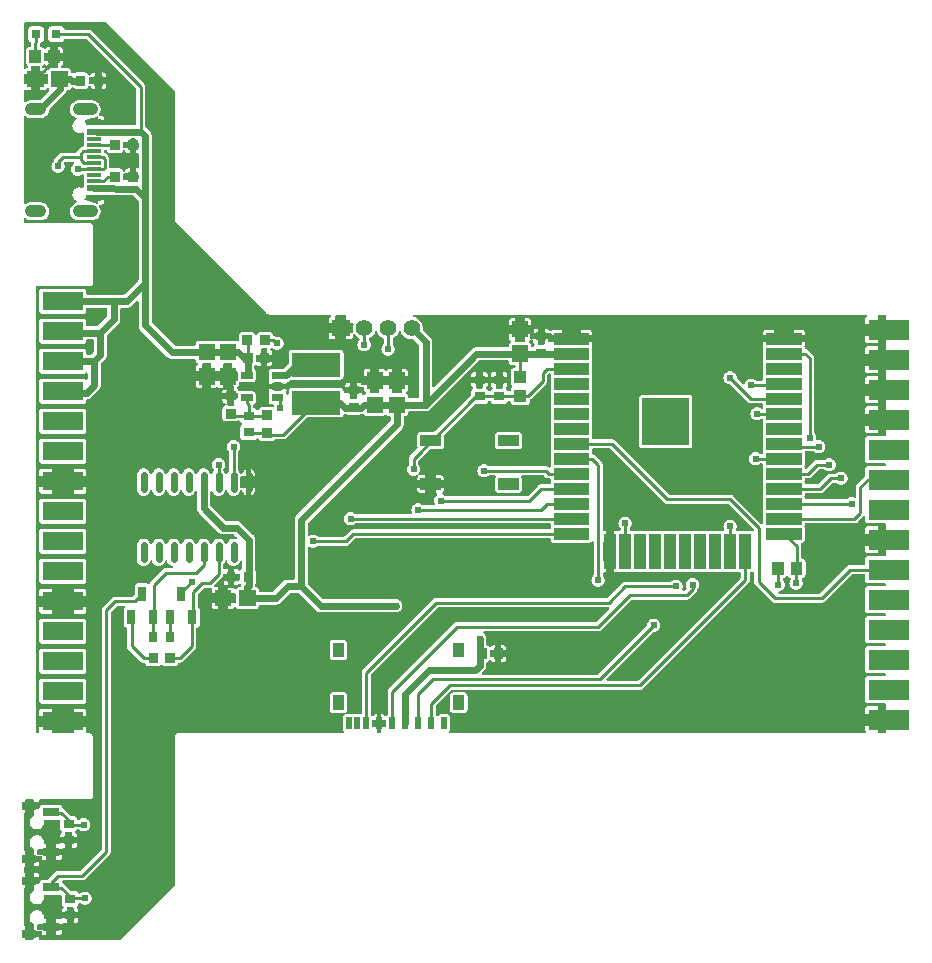
<source format=gtl>
G04 Layer: TopLayer*
G04 EasyEDA v6.5.9, 2022-08-17 17:40:46*
G04 9b6bc6ce99b44695a731befc9280ac48,93ff7820620a4e2d96899d85d3806809,10*
G04 Gerber Generator version 0.2*
G04 Scale: 100 percent, Rotated: No, Reflected: No *
G04 Dimensions in millimeters *
G04 leading zeros omitted , absolute positions ,4 integer and 5 decimal *
%FSLAX45Y45*%
%MOMM*%

%ADD10C,0.2540*%
%ADD11C,0.6000*%
%ADD12R,1.2400X0.6000*%
%ADD13R,1.2400X0.3000*%
%ADD14R,0.8000X0.9000*%
%ADD15C,1.4000*%
%ADD16R,0.7000X1.2500*%
%ADD17R,1.3500X1.4100*%
%ADD18R,0.9000X0.8000*%
%ADD19R,4.1200X2.0000*%
%ADD20R,1.1000X1.0000*%
%ADD21R,0.8640X0.8065*%
%ADD22R,1.4000X0.8000*%
%ADD23R,1.2000X0.8000*%
%ADD24R,0.8000X0.8000*%
%ADD25R,3.5000X1.8000*%
%ADD26R,3.5000X1.6000*%
%ADD27C,0.6096*%
%ADD28C,1.0000*%
%ADD29C,0.0160*%

%LPD*%
G36*
X-66294Y1048816D02*
G01*
X-69951Y1049782D01*
X-72999Y1052017D01*
X-74980Y1055217D01*
X-75692Y1058926D01*
X-75692Y1146708D01*
X-74828Y1150924D01*
X-72237Y1154379D01*
X-68478Y1156462D01*
X-64211Y1156817D01*
X-60147Y1155344D01*
X-57759Y1153820D01*
X-52273Y1151890D01*
X-45974Y1151178D01*
X-17627Y1151178D01*
X-17627Y1204518D01*
X-65532Y1204518D01*
X-69443Y1205280D01*
X-72745Y1207465D01*
X-74930Y1210767D01*
X-75692Y1214678D01*
X-75692Y1274521D01*
X-74930Y1278432D01*
X-72745Y1281734D01*
X-69443Y1283919D01*
X-65532Y1284681D01*
X-17627Y1284681D01*
X-17627Y1344015D01*
X-16865Y1347927D01*
X-14630Y1351229D01*
X-11328Y1353413D01*
X-7467Y1354175D01*
X55422Y1354175D01*
X59283Y1353413D01*
X62585Y1351229D01*
X64820Y1347927D01*
X65582Y1344015D01*
X65582Y1284681D01*
X123393Y1284681D01*
X127304Y1283919D01*
X130657Y1281734D01*
X132791Y1278432D01*
X133604Y1274521D01*
X133604Y1214678D01*
X132791Y1210767D01*
X130657Y1207465D01*
X127304Y1205280D01*
X123393Y1204518D01*
X65582Y1204518D01*
X65582Y1151178D01*
X93929Y1151178D01*
X100228Y1151890D01*
X105664Y1153820D01*
X110642Y1156868D01*
X114706Y1160983D01*
X118364Y1166876D01*
X121208Y1169822D01*
X124968Y1171397D01*
X129032Y1171397D01*
X132740Y1169822D01*
X135585Y1166876D01*
X142036Y1157122D01*
X142798Y1153210D01*
X142036Y1149350D01*
X139852Y1146048D01*
X63500Y1069695D01*
X60198Y1067460D01*
X56286Y1066698D01*
X-12954Y1066698D01*
X-24638Y1065834D01*
X-35712Y1063294D01*
X-46278Y1059180D01*
X-56083Y1053490D01*
X-59232Y1051001D01*
X-62585Y1049223D01*
G37*

%LPD*%
G36*
X866292Y373380D02*
G01*
X833628Y373532D01*
X829716Y374294D01*
X826465Y376478D01*
X824280Y379780D01*
X823468Y383692D01*
X823468Y391160D01*
X775766Y391160D01*
X771855Y391922D01*
X768604Y394106D01*
X766368Y397408D01*
X765657Y401320D01*
X765657Y436880D01*
X766368Y440791D01*
X768604Y444093D01*
X771855Y446278D01*
X775766Y447040D01*
X823468Y447040D01*
X823468Y488188D01*
X810260Y488188D01*
X803910Y487476D01*
X798474Y485597D01*
X793546Y482498D01*
X789482Y478434D01*
X786384Y473506D01*
X784250Y467410D01*
X782116Y463905D01*
X778713Y461467D01*
X774700Y460654D01*
X770636Y461467D01*
X767232Y463905D01*
X765098Y467410D01*
X762965Y473506D01*
X759866Y478434D01*
X755802Y482498D01*
X750874Y485597D01*
X745439Y487476D01*
X739089Y488188D01*
X659485Y488188D01*
X655269Y488594D01*
X651611Y490728D01*
X649071Y494131D01*
X648208Y498297D01*
X648208Y570941D01*
X647395Y578967D01*
X645210Y586181D01*
X641654Y592886D01*
X636524Y599084D01*
X624535Y611073D01*
X618337Y616204D01*
X612648Y619252D01*
X609854Y621487D01*
X607923Y624636D01*
X607263Y628192D01*
X607263Y637032D01*
X608076Y640943D01*
X610260Y644194D01*
X613562Y646430D01*
X617423Y647192D01*
X623570Y647192D01*
X627227Y646531D01*
X630377Y644601D01*
X632612Y641705D01*
X633831Y636828D01*
X635762Y631393D01*
X638810Y626465D01*
X642924Y622401D01*
X647801Y619302D01*
X653338Y617423D01*
X659587Y616712D01*
X739089Y616712D01*
X745439Y617423D01*
X750874Y619302D01*
X755802Y622401D01*
X759866Y626465D01*
X762965Y631393D01*
X765098Y637438D01*
X767232Y640994D01*
X770636Y643432D01*
X774700Y644245D01*
X778713Y643432D01*
X782116Y640994D01*
X784250Y637438D01*
X786384Y631393D01*
X789482Y626465D01*
X793546Y622401D01*
X798474Y619302D01*
X803910Y617423D01*
X810260Y616712D01*
X823468Y616712D01*
X823468Y657860D01*
X775766Y657860D01*
X771855Y658622D01*
X768604Y660806D01*
X766368Y664108D01*
X765657Y668020D01*
X765657Y703580D01*
X766368Y707491D01*
X768604Y710793D01*
X771855Y712978D01*
X775766Y713740D01*
X823468Y713740D01*
X823468Y732688D01*
X824280Y736600D01*
X826465Y739902D01*
X829767Y742086D01*
X833628Y742848D01*
X866343Y742848D01*
X870254Y742086D01*
X873607Y739902D01*
X875741Y736600D01*
X876553Y732688D01*
X876553Y713740D01*
X886409Y713740D01*
X890320Y712978D01*
X893622Y710793D01*
X895807Y707491D01*
X896569Y703580D01*
X896569Y668020D01*
X895807Y664108D01*
X893622Y660806D01*
X890320Y658622D01*
X886409Y657860D01*
X876553Y657860D01*
X876553Y616712D01*
X886409Y616712D01*
X890320Y615899D01*
X893622Y613714D01*
X895807Y610412D01*
X896569Y606552D01*
X896569Y498348D01*
X895807Y494487D01*
X893622Y491185D01*
X890320Y489000D01*
X886409Y488188D01*
X876553Y488188D01*
X876553Y447040D01*
X886409Y447040D01*
X890320Y446278D01*
X893622Y444093D01*
X895807Y440791D01*
X896569Y436880D01*
X896569Y401320D01*
X895807Y397408D01*
X893622Y394106D01*
X890320Y391922D01*
X886409Y391160D01*
X876553Y391160D01*
X876553Y383540D01*
X875741Y379679D01*
X873506Y376377D01*
X870203Y374142D01*
G37*

%LPD*%
G36*
X6174892Y-2522067D02*
G01*
X6171031Y-2521254D01*
X6167729Y-2519070D01*
X5933135Y-2284526D01*
X5926988Y-2279396D01*
X5920282Y-2275840D01*
X5913018Y-2273655D01*
X5904992Y-2272842D01*
X5392318Y-2272842D01*
X5388457Y-2272080D01*
X5385104Y-2269845D01*
X4929835Y-1814626D01*
X4923688Y-1809496D01*
X4916982Y-1805939D01*
X4909718Y-1803755D01*
X4901539Y-1802942D01*
X4747107Y-1803501D01*
X4743500Y-1802841D01*
X4740300Y-1800910D01*
X4738014Y-1797964D01*
X4736947Y-1794408D01*
X4736134Y-1786889D01*
X4734661Y-1782572D01*
X4734052Y-1779219D01*
X4734661Y-1775815D01*
X4736236Y-1771446D01*
X4736896Y-1765147D01*
X4736896Y-1666290D01*
X4736236Y-1659940D01*
X4734661Y-1655572D01*
X4734052Y-1652219D01*
X4734661Y-1648815D01*
X4736236Y-1644446D01*
X4736896Y-1638147D01*
X4736896Y-1539290D01*
X4736236Y-1532940D01*
X4734661Y-1528572D01*
X4734052Y-1525219D01*
X4734661Y-1521815D01*
X4736236Y-1517446D01*
X4736896Y-1511147D01*
X4736896Y-1412290D01*
X4736236Y-1405940D01*
X4734661Y-1401572D01*
X4734052Y-1398219D01*
X4734661Y-1394815D01*
X4736236Y-1390446D01*
X4736896Y-1384147D01*
X4736896Y-1285290D01*
X4736236Y-1278940D01*
X4734661Y-1274572D01*
X4734052Y-1271219D01*
X4734661Y-1267815D01*
X4736236Y-1263446D01*
X4736896Y-1257147D01*
X4736896Y-1158290D01*
X4736236Y-1151940D01*
X4734661Y-1147572D01*
X4734052Y-1144219D01*
X4734661Y-1140815D01*
X4736236Y-1136446D01*
X4736896Y-1130147D01*
X4736896Y-1031290D01*
X4736236Y-1024940D01*
X4734661Y-1020571D01*
X4734052Y-1017219D01*
X4734661Y-1013815D01*
X4736236Y-1009446D01*
X4736896Y-1003147D01*
X4736896Y-985062D01*
X4642358Y-985062D01*
X4642358Y-994613D01*
X4641545Y-998524D01*
X4639411Y-1001826D01*
X4636109Y-1004011D01*
X4632147Y-1004773D01*
X4489805Y-1004773D01*
X4485894Y-1004011D01*
X4482592Y-1001826D01*
X4480407Y-998524D01*
X4479645Y-994613D01*
X4479645Y-985062D01*
X4374946Y-985062D01*
X4371035Y-984250D01*
X4367733Y-982065D01*
X4365548Y-978763D01*
X4364736Y-974902D01*
X4364736Y-959662D01*
X4334154Y-959662D01*
X4334154Y-997203D01*
X4333341Y-1001115D01*
X4331208Y-1004417D01*
X4327906Y-1006602D01*
X4323943Y-1007364D01*
X4286605Y-1007364D01*
X4282694Y-1006602D01*
X4279392Y-1004417D01*
X4277207Y-1001115D01*
X4276445Y-997203D01*
X4276445Y-959662D01*
X4231741Y-959662D01*
X4233418Y-961999D01*
X4234383Y-966266D01*
X4234383Y-972718D01*
X4235145Y-979068D01*
X4236974Y-984503D01*
X4240123Y-989431D01*
X4244136Y-993495D01*
X4246067Y-994714D01*
X4248962Y-997508D01*
X4250588Y-1001268D01*
X4250588Y-1005332D01*
X4248962Y-1009091D01*
X4246067Y-1011885D01*
X4244136Y-1013104D01*
X4236618Y-1020927D01*
X4232554Y-1022502D01*
X4228236Y-1022197D01*
X4224477Y-1020165D01*
X4221784Y-1016660D01*
X4220870Y-1012444D01*
X4220159Y-1004671D01*
X4218279Y-999185D01*
X4215180Y-994308D01*
X4211116Y-990193D01*
X4205224Y-986485D01*
X4202277Y-983691D01*
X4200652Y-979932D01*
X4200652Y-975868D01*
X4202277Y-972108D01*
X4205224Y-969314D01*
X4211116Y-965606D01*
X4218635Y-957783D01*
X4217009Y-956665D01*
X4214825Y-953414D01*
X4214063Y-949502D01*
X4214164Y-916482D01*
X4167581Y-916482D01*
X4167581Y-974344D01*
X4166819Y-978204D01*
X4164634Y-981506D01*
X4161332Y-983742D01*
X4157472Y-984503D01*
X4097528Y-984503D01*
X4093667Y-983742D01*
X4090365Y-981506D01*
X4088180Y-978204D01*
X4087368Y-974344D01*
X4087368Y-916482D01*
X4034078Y-916482D01*
X4034078Y-944829D01*
X4034790Y-951179D01*
X4036720Y-956614D01*
X4039768Y-961491D01*
X4043883Y-965606D01*
X4049725Y-969314D01*
X4052671Y-972108D01*
X4054297Y-975868D01*
X4054297Y-979932D01*
X4052671Y-983691D01*
X4049725Y-986485D01*
X4043883Y-990193D01*
X4039768Y-994308D01*
X4036720Y-999185D01*
X4034790Y-1004671D01*
X4034078Y-1010970D01*
X4034078Y-1014730D01*
X4033316Y-1018641D01*
X4031081Y-1021943D01*
X4027779Y-1024128D01*
X4023918Y-1024890D01*
X3758133Y-1024890D01*
X3753104Y-1025144D01*
X3748227Y-1025753D01*
X3743451Y-1026820D01*
X3738829Y-1028293D01*
X3734308Y-1030173D01*
X3729990Y-1032408D01*
X3725875Y-1035050D01*
X3722014Y-1037996D01*
X3718306Y-1041450D01*
X3400704Y-1359052D01*
X3397402Y-1361236D01*
X3393541Y-1361998D01*
X3389579Y-1361236D01*
X3386277Y-1359052D01*
X3384143Y-1355750D01*
X3383330Y-1351838D01*
X3383330Y-982929D01*
X3383127Y-977849D01*
X3382467Y-973023D01*
X3381400Y-968248D01*
X3379927Y-963625D01*
X3378047Y-959103D01*
X3375863Y-954786D01*
X3373170Y-950671D01*
X3370224Y-946810D01*
X3366770Y-943051D01*
X3306368Y-882599D01*
X3304082Y-878992D01*
X3303371Y-874725D01*
X3304184Y-863600D01*
X3303270Y-850544D01*
X3300577Y-837742D01*
X3296259Y-825398D01*
X3290214Y-813765D01*
X3282645Y-803097D01*
X3273704Y-793546D01*
X3263595Y-785266D01*
X3252368Y-778459D01*
X3240379Y-773277D01*
X3228086Y-769823D01*
X3224377Y-767892D01*
X3221786Y-764692D01*
X3220669Y-760730D01*
X3221228Y-756615D01*
X3223361Y-753059D01*
X3226765Y-750722D01*
X3230829Y-749858D01*
X7052411Y-749757D01*
X7056272Y-750519D01*
X7059574Y-752754D01*
X7061809Y-756056D01*
X7062520Y-759917D01*
X7061809Y-763828D01*
X7059574Y-767130D01*
X7056475Y-770178D01*
X7053427Y-775106D01*
X7051497Y-780542D01*
X7050786Y-786892D01*
X7050786Y-824941D01*
X7157821Y-824941D01*
X7157821Y-759917D01*
X7158634Y-756056D01*
X7160818Y-752754D01*
X7164120Y-750570D01*
X7167981Y-749757D01*
X7214666Y-749757D01*
X7218527Y-750570D01*
X7221778Y-752754D01*
X7224064Y-756056D01*
X7224775Y-759917D01*
X7224775Y-1766214D01*
X7224064Y-1770125D01*
X7221778Y-1773428D01*
X7218527Y-1775612D01*
X7214666Y-1776374D01*
X7077252Y-1776374D01*
X7070902Y-1777085D01*
X7065467Y-1779016D01*
X7060539Y-1782114D01*
X7056475Y-1786178D01*
X7053427Y-1791106D01*
X7051497Y-1796542D01*
X7050786Y-1802892D01*
X7050786Y-1981707D01*
X7051497Y-1988057D01*
X7053427Y-1993493D01*
X7056475Y-1998421D01*
X7060539Y-2002485D01*
X7065467Y-2005584D01*
X7070902Y-2007514D01*
X7077252Y-2008225D01*
X7214666Y-2008225D01*
X7218527Y-2008987D01*
X7221778Y-2011172D01*
X7224064Y-2014474D01*
X7224775Y-2018385D01*
X7224775Y-2020214D01*
X7224064Y-2024125D01*
X7221778Y-2027428D01*
X7218527Y-2029612D01*
X7214666Y-2030374D01*
X7077252Y-2030374D01*
X7070902Y-2031085D01*
X7065467Y-2033016D01*
X7060539Y-2036114D01*
X7056475Y-2040178D01*
X7053427Y-2045106D01*
X7051497Y-2050542D01*
X7050786Y-2056892D01*
X7050786Y-2110892D01*
X7049770Y-2115210D01*
X7046315Y-2119325D01*
X6982307Y-2183180D01*
X6977125Y-2189378D01*
X6973570Y-2196033D01*
X6971334Y-2203246D01*
X6970522Y-2211273D01*
X6970522Y-2288590D01*
X6969709Y-2292553D01*
X6967474Y-2295855D01*
X6964070Y-2298039D01*
X6960006Y-2298700D01*
X6956044Y-2297785D01*
X6953503Y-2296566D01*
X6944004Y-2294026D01*
X6934250Y-2293162D01*
X6924395Y-2294026D01*
X6914946Y-2296566D01*
X6906006Y-2300681D01*
X6897928Y-2306320D01*
X6896353Y-2307894D01*
X6893102Y-2310130D01*
X6889191Y-2310892D01*
X6547104Y-2310892D01*
X6543395Y-2310231D01*
X6540296Y-2308301D01*
X6538061Y-2305405D01*
X6536944Y-2301849D01*
X6536232Y-2294940D01*
X6534657Y-2290572D01*
X6534048Y-2287219D01*
X6534657Y-2283815D01*
X6536131Y-2279497D01*
X6536944Y-2271471D01*
X6537959Y-2267915D01*
X6540195Y-2264918D01*
X6543395Y-2262987D01*
X6547104Y-2262327D01*
X6665823Y-2262327D01*
X6673799Y-2261514D01*
X6681063Y-2259330D01*
X6687718Y-2255774D01*
X6693966Y-2250643D01*
X6769404Y-2175205D01*
X6772757Y-2172970D01*
X6776618Y-2172208D01*
X6800291Y-2172208D01*
X6804152Y-2172970D01*
X6807453Y-2175205D01*
X6809028Y-2176780D01*
X6817106Y-2182418D01*
X6826046Y-2186533D01*
X6835495Y-2189073D01*
X6845350Y-2189937D01*
X6855104Y-2189073D01*
X6864603Y-2186533D01*
X6873443Y-2182418D01*
X6881520Y-2176780D01*
X6888429Y-2169820D01*
X6894068Y-2161794D01*
X6898284Y-2152853D01*
X6900773Y-2143404D01*
X6901688Y-2133600D01*
X6900773Y-2123795D01*
X6898284Y-2114346D01*
X6894068Y-2105406D01*
X6888429Y-2097379D01*
X6881520Y-2090420D01*
X6873443Y-2084781D01*
X6864603Y-2080666D01*
X6855104Y-2078126D01*
X6845350Y-2077262D01*
X6835495Y-2078126D01*
X6826046Y-2080666D01*
X6817106Y-2084781D01*
X6809028Y-2090420D01*
X6807453Y-2091994D01*
X6804202Y-2094230D01*
X6800291Y-2094992D01*
X6756908Y-2094992D01*
X6748881Y-2095804D01*
X6741617Y-2097989D01*
X6735013Y-2101545D01*
X6728764Y-2106676D01*
X6653275Y-2182114D01*
X6649974Y-2184298D01*
X6646113Y-2185111D01*
X6547104Y-2185111D01*
X6543395Y-2184400D01*
X6540195Y-2182469D01*
X6537959Y-2179472D01*
X6536944Y-2175916D01*
X6536131Y-2167890D01*
X6534657Y-2163572D01*
X6534048Y-2160219D01*
X6534657Y-2156815D01*
X6536131Y-2152497D01*
X6536944Y-2144572D01*
X6537959Y-2141016D01*
X6540195Y-2138070D01*
X6543395Y-2136089D01*
X6547104Y-2135428D01*
X6564122Y-2135428D01*
X6572148Y-2134616D01*
X6579362Y-2132431D01*
X6586118Y-2128875D01*
X6592265Y-2123744D01*
X6655104Y-2060956D01*
X6658457Y-2058720D01*
X6662318Y-2057958D01*
X6698742Y-2057958D01*
X6702602Y-2058720D01*
X6705904Y-2060956D01*
X6707428Y-2062480D01*
X6715506Y-2068118D01*
X6724446Y-2072233D01*
X6733895Y-2074773D01*
X6743750Y-2075637D01*
X6753504Y-2074773D01*
X6763003Y-2072233D01*
X6771843Y-2068118D01*
X6779920Y-2062480D01*
X6786829Y-2055520D01*
X6792468Y-2047493D01*
X6796684Y-2038553D01*
X6799173Y-2029104D01*
X6800088Y-2019300D01*
X6799173Y-2009495D01*
X6796684Y-2000046D01*
X6792468Y-1991106D01*
X6786829Y-1983079D01*
X6779920Y-1976120D01*
X6771843Y-1970481D01*
X6763003Y-1966366D01*
X6753504Y-1963826D01*
X6743750Y-1962962D01*
X6733895Y-1963826D01*
X6724446Y-1966366D01*
X6715506Y-1970481D01*
X6707428Y-1976120D01*
X6705853Y-1977745D01*
X6702552Y-1979980D01*
X6698640Y-1980742D01*
X6642608Y-1980742D01*
X6634581Y-1981555D01*
X6627368Y-1983739D01*
X6620713Y-1987296D01*
X6614464Y-1992426D01*
X6554114Y-2052777D01*
X6550964Y-2054860D01*
X6547357Y-2055723D01*
X6543598Y-2055164D01*
X6540296Y-2053285D01*
X6537909Y-2050338D01*
X6536842Y-2046732D01*
X6536232Y-2040940D01*
X6534657Y-2036572D01*
X6534048Y-2033219D01*
X6534657Y-2029815D01*
X6536232Y-2025446D01*
X6536893Y-2019147D01*
X6536893Y-1920290D01*
X6536486Y-1916785D01*
X6536893Y-1912569D01*
X6539077Y-1908911D01*
X6542481Y-1906371D01*
X6546646Y-1905507D01*
X6609791Y-1905507D01*
X6613652Y-1906270D01*
X6616953Y-1908505D01*
X6618528Y-1910080D01*
X6626606Y-1915718D01*
X6635546Y-1919833D01*
X6644995Y-1922373D01*
X6654850Y-1923237D01*
X6664604Y-1922373D01*
X6674103Y-1919833D01*
X6682943Y-1915718D01*
X6691020Y-1910080D01*
X6697929Y-1903120D01*
X6703568Y-1895093D01*
X6707784Y-1886153D01*
X6710273Y-1876704D01*
X6711188Y-1866900D01*
X6710273Y-1857095D01*
X6707784Y-1847646D01*
X6703568Y-1838706D01*
X6697929Y-1830679D01*
X6691020Y-1823720D01*
X6682943Y-1818081D01*
X6674103Y-1813966D01*
X6664604Y-1811426D01*
X6654850Y-1810562D01*
X6645097Y-1811426D01*
X6640779Y-1810816D01*
X6637020Y-1808480D01*
X6634632Y-1804771D01*
X6634073Y-1800402D01*
X6634988Y-1790700D01*
X6634073Y-1780895D01*
X6631584Y-1771446D01*
X6627368Y-1762506D01*
X6621729Y-1754479D01*
X6620256Y-1752904D01*
X6617970Y-1749653D01*
X6617208Y-1745742D01*
X6617208Y-1118158D01*
X6616395Y-1110132D01*
X6614261Y-1102918D01*
X6610654Y-1096213D01*
X6605524Y-1090015D01*
X6568135Y-1052626D01*
X6561988Y-1047496D01*
X6555282Y-1043940D01*
X6548018Y-1041704D01*
X6542684Y-1040587D01*
X6539839Y-1038606D01*
X6537858Y-1035761D01*
X6536944Y-1032459D01*
X6536131Y-1024890D01*
X6534657Y-1020571D01*
X6534048Y-1017219D01*
X6534657Y-1013815D01*
X6536232Y-1009446D01*
X6536893Y-1003147D01*
X6536893Y-985062D01*
X6442354Y-985062D01*
X6442354Y-994613D01*
X6441541Y-998524D01*
X6439408Y-1001826D01*
X6436106Y-1004011D01*
X6432143Y-1004773D01*
X6289802Y-1004773D01*
X6285890Y-1004011D01*
X6282588Y-1001826D01*
X6280404Y-998524D01*
X6279642Y-994613D01*
X6279642Y-985062D01*
X6185052Y-985062D01*
X6185052Y-1003147D01*
X6185763Y-1009446D01*
X6187338Y-1013815D01*
X6187897Y-1017219D01*
X6187338Y-1020571D01*
X6185763Y-1024940D01*
X6185052Y-1031290D01*
X6185052Y-1130147D01*
X6185763Y-1136446D01*
X6187338Y-1140815D01*
X6187897Y-1144219D01*
X6187338Y-1147572D01*
X6185763Y-1151940D01*
X6185052Y-1158290D01*
X6185052Y-1257147D01*
X6185763Y-1263446D01*
X6187338Y-1267815D01*
X6187897Y-1271219D01*
X6187338Y-1274572D01*
X6185763Y-1278940D01*
X6185052Y-1285290D01*
X6185052Y-1297432D01*
X6184290Y-1301343D01*
X6182106Y-1304594D01*
X6178804Y-1306830D01*
X6174892Y-1307592D01*
X6128258Y-1307592D01*
X6124397Y-1306830D01*
X6121095Y-1304594D01*
X6119520Y-1303020D01*
X6111443Y-1297381D01*
X6102604Y-1293266D01*
X6093104Y-1290726D01*
X6083350Y-1289862D01*
X6073495Y-1290726D01*
X6064046Y-1293266D01*
X6055106Y-1297381D01*
X6047028Y-1303020D01*
X6040120Y-1309979D01*
X6034481Y-1318006D01*
X6030315Y-1326946D01*
X6029401Y-1330452D01*
X6027470Y-1334211D01*
X6024168Y-1336852D01*
X6020104Y-1337970D01*
X6015990Y-1337310D01*
X6012383Y-1335024D01*
X5964631Y-1287221D01*
X5962599Y-1284325D01*
X5961684Y-1280922D01*
X5960973Y-1272895D01*
X5958484Y-1263446D01*
X5954268Y-1254506D01*
X5948629Y-1246479D01*
X5941720Y-1239520D01*
X5933643Y-1233881D01*
X5924804Y-1229766D01*
X5915304Y-1227226D01*
X5905550Y-1226362D01*
X5895695Y-1227226D01*
X5886246Y-1229766D01*
X5877306Y-1233881D01*
X5869228Y-1239520D01*
X5862320Y-1246479D01*
X5856681Y-1254506D01*
X5852515Y-1263446D01*
X5849975Y-1272895D01*
X5849112Y-1282700D01*
X5849975Y-1292504D01*
X5852515Y-1301953D01*
X5856681Y-1310894D01*
X5862320Y-1318920D01*
X5869228Y-1325880D01*
X5877306Y-1331518D01*
X5886246Y-1335633D01*
X5895695Y-1338173D01*
X5903722Y-1338884D01*
X5907125Y-1339799D01*
X5910072Y-1341831D01*
X6056833Y-1488643D01*
X6063030Y-1493774D01*
X6069736Y-1497330D01*
X6077000Y-1499514D01*
X6085027Y-1500327D01*
X6174892Y-1500327D01*
X6178600Y-1500987D01*
X6181750Y-1502918D01*
X6184036Y-1505915D01*
X6185052Y-1509471D01*
X6185814Y-1517497D01*
X6187338Y-1521815D01*
X6187897Y-1525219D01*
X6187338Y-1528572D01*
X6185763Y-1532940D01*
X6185408Y-1536547D01*
X6184036Y-1540510D01*
X6181242Y-1543608D01*
X6177483Y-1545336D01*
X6173266Y-1545386D01*
X6169507Y-1543761D01*
X6162243Y-1538681D01*
X6153404Y-1534566D01*
X6143904Y-1532026D01*
X6134150Y-1531162D01*
X6124295Y-1532026D01*
X6114846Y-1534566D01*
X6105906Y-1538681D01*
X6097828Y-1544320D01*
X6090920Y-1551279D01*
X6085281Y-1559306D01*
X6081115Y-1568246D01*
X6078575Y-1577695D01*
X6077712Y-1587500D01*
X6078575Y-1597304D01*
X6081115Y-1606753D01*
X6085281Y-1615694D01*
X6090920Y-1623720D01*
X6097828Y-1630680D01*
X6105906Y-1636318D01*
X6114846Y-1640433D01*
X6124295Y-1642973D01*
X6134150Y-1643837D01*
X6143904Y-1642973D01*
X6153404Y-1640433D01*
X6162243Y-1636318D01*
X6169202Y-1631442D01*
X6173012Y-1629816D01*
X6177229Y-1629816D01*
X6181090Y-1631543D01*
X6183833Y-1634642D01*
X6185154Y-1638604D01*
X6185763Y-1644446D01*
X6187338Y-1648815D01*
X6187897Y-1652219D01*
X6187338Y-1655572D01*
X6185763Y-1659940D01*
X6185052Y-1666290D01*
X6185052Y-1765147D01*
X6185763Y-1771446D01*
X6187338Y-1775815D01*
X6187897Y-1779219D01*
X6187338Y-1782572D01*
X6185763Y-1786940D01*
X6185052Y-1793290D01*
X6185052Y-1892147D01*
X6185763Y-1898446D01*
X6187338Y-1902815D01*
X6187897Y-1906219D01*
X6187338Y-1909572D01*
X6185763Y-1913940D01*
X6185052Y-1921154D01*
X6183934Y-1924710D01*
X6181648Y-1927656D01*
X6178499Y-1929587D01*
X6174841Y-1930247D01*
X6166612Y-1930196D01*
X6162751Y-1929384D01*
X6159449Y-1927199D01*
X6157620Y-1925320D01*
X6149543Y-1919681D01*
X6140704Y-1915566D01*
X6131204Y-1913026D01*
X6121450Y-1912162D01*
X6111595Y-1913026D01*
X6102146Y-1915566D01*
X6093206Y-1919681D01*
X6085128Y-1925320D01*
X6078220Y-1932279D01*
X6072581Y-1940306D01*
X6068415Y-1949246D01*
X6065875Y-1958695D01*
X6065012Y-1968500D01*
X6065875Y-1978304D01*
X6068415Y-1987753D01*
X6072581Y-1996693D01*
X6078220Y-2004720D01*
X6085128Y-2011680D01*
X6093206Y-2017318D01*
X6102146Y-2021433D01*
X6111595Y-2023973D01*
X6121450Y-2024837D01*
X6131204Y-2023973D01*
X6140704Y-2021433D01*
X6149543Y-2017318D01*
X6157620Y-2011680D01*
X6158890Y-2010359D01*
X6162192Y-2008174D01*
X6166154Y-2007412D01*
X6174943Y-2007463D01*
X6178854Y-2008225D01*
X6182106Y-2010460D01*
X6184290Y-2013712D01*
X6185763Y-2025446D01*
X6187338Y-2029815D01*
X6187897Y-2033219D01*
X6187338Y-2036572D01*
X6185763Y-2040940D01*
X6185052Y-2047290D01*
X6185052Y-2146147D01*
X6185763Y-2152446D01*
X6187338Y-2156815D01*
X6187897Y-2160219D01*
X6187338Y-2163572D01*
X6185763Y-2167940D01*
X6185052Y-2174290D01*
X6185052Y-2273147D01*
X6185763Y-2279446D01*
X6187338Y-2283815D01*
X6187897Y-2287219D01*
X6187338Y-2290572D01*
X6185763Y-2294940D01*
X6185052Y-2301290D01*
X6185052Y-2400147D01*
X6185763Y-2406446D01*
X6187338Y-2410815D01*
X6187897Y-2414219D01*
X6187338Y-2417572D01*
X6185763Y-2421940D01*
X6185052Y-2428290D01*
X6185052Y-2511907D01*
X6184290Y-2515768D01*
X6182106Y-2519070D01*
X6178804Y-2521254D01*
G37*

%LPC*%
G36*
X7050786Y-1332941D02*
G01*
X7157821Y-1332941D01*
X7157821Y-1268374D01*
X7077252Y-1268374D01*
X7070902Y-1269085D01*
X7065467Y-1271016D01*
X7060539Y-1274114D01*
X7056475Y-1278178D01*
X7053427Y-1283106D01*
X7051497Y-1288542D01*
X7050786Y-1294892D01*
G37*
G36*
X5161584Y-1880616D02*
G01*
X5560415Y-1880616D01*
X5566714Y-1879904D01*
X5572201Y-1877974D01*
X5577078Y-1874875D01*
X5581243Y-1870811D01*
X5584291Y-1865884D01*
X5586222Y-1860448D01*
X5586882Y-1854098D01*
X5586882Y-1455267D01*
X5586222Y-1448917D01*
X5584291Y-1443482D01*
X5581243Y-1438554D01*
X5577078Y-1434490D01*
X5572201Y-1431391D01*
X5566714Y-1429512D01*
X5560415Y-1428800D01*
X5161584Y-1428800D01*
X5155234Y-1429512D01*
X5149748Y-1431391D01*
X5144871Y-1434490D01*
X5140807Y-1438554D01*
X5137759Y-1443482D01*
X5135829Y-1448917D01*
X5135067Y-1455267D01*
X5135067Y-1854098D01*
X5135829Y-1860448D01*
X5137759Y-1865884D01*
X5140807Y-1870811D01*
X5144871Y-1874875D01*
X5149748Y-1877974D01*
X5155234Y-1879904D01*
G37*
G36*
X7077252Y-1754225D02*
G01*
X7157821Y-1754225D01*
X7157821Y-1689658D01*
X7050786Y-1689658D01*
X7050786Y-1727707D01*
X7051497Y-1734057D01*
X7053427Y-1739493D01*
X7056475Y-1744421D01*
X7060539Y-1748485D01*
X7065467Y-1751584D01*
X7070902Y-1753514D01*
G37*
G36*
X7050786Y-1586941D02*
G01*
X7157821Y-1586941D01*
X7157821Y-1522374D01*
X7077252Y-1522374D01*
X7070902Y-1523085D01*
X7065467Y-1525016D01*
X7060539Y-1528114D01*
X7056475Y-1532178D01*
X7053427Y-1537106D01*
X7051497Y-1542542D01*
X7050786Y-1548892D01*
G37*
G36*
X7077252Y-1500225D02*
G01*
X7157821Y-1500225D01*
X7157821Y-1435658D01*
X7050786Y-1435658D01*
X7050786Y-1473708D01*
X7051497Y-1480058D01*
X7053427Y-1485493D01*
X7056475Y-1490421D01*
X7060539Y-1494485D01*
X7065467Y-1497584D01*
X7070902Y-1499514D01*
G37*
G36*
X7077252Y-1246225D02*
G01*
X7157821Y-1246225D01*
X7157821Y-1181658D01*
X7050786Y-1181658D01*
X7050786Y-1219708D01*
X7051497Y-1226058D01*
X7053427Y-1231493D01*
X7056475Y-1236421D01*
X7060539Y-1240485D01*
X7065467Y-1243584D01*
X7070902Y-1245514D01*
G37*
G36*
X7050786Y-1078941D02*
G01*
X7157821Y-1078941D01*
X7157821Y-1014374D01*
X7077252Y-1014374D01*
X7070902Y-1015085D01*
X7065467Y-1017016D01*
X7060539Y-1020114D01*
X7056475Y-1024178D01*
X7053427Y-1029106D01*
X7051497Y-1034542D01*
X7050786Y-1040892D01*
G37*
G36*
X7077252Y-992225D02*
G01*
X7157821Y-992225D01*
X7157821Y-927658D01*
X7050786Y-927658D01*
X7050786Y-965708D01*
X7051497Y-972058D01*
X7053427Y-977493D01*
X7056475Y-982421D01*
X7060539Y-986485D01*
X7065467Y-989584D01*
X7070902Y-991514D01*
G37*
G36*
X4642358Y-922324D02*
G01*
X4736896Y-922324D01*
X4736896Y-904290D01*
X4736236Y-897940D01*
X4734306Y-892505D01*
X4731156Y-887577D01*
X4727092Y-883513D01*
X4722164Y-880414D01*
X4716729Y-878484D01*
X4710480Y-877773D01*
X4642358Y-877773D01*
G37*
G36*
X6185052Y-922324D02*
G01*
X6279642Y-922324D01*
X6279642Y-877773D01*
X6211519Y-877773D01*
X6205220Y-878484D01*
X6199784Y-880414D01*
X6194907Y-883513D01*
X6190843Y-887577D01*
X6187694Y-892505D01*
X6185763Y-897940D01*
X6185052Y-904290D01*
G37*
G36*
X6442354Y-922324D02*
G01*
X6536893Y-922324D01*
X6536893Y-904290D01*
X6536232Y-897940D01*
X6534302Y-892505D01*
X6531152Y-887577D01*
X6527088Y-883513D01*
X6522161Y-880414D01*
X6516725Y-878484D01*
X6510477Y-877773D01*
X6442354Y-877773D01*
G37*
G36*
X4396486Y-922324D02*
G01*
X4479645Y-922324D01*
X4479645Y-877773D01*
X4411573Y-877773D01*
X4405223Y-878484D01*
X4399788Y-880414D01*
X4394911Y-883513D01*
X4390948Y-887476D01*
X4387545Y-889711D01*
X4383481Y-890473D01*
X4379468Y-889558D01*
X4376216Y-887171D01*
X4374083Y-883666D01*
X4373575Y-882091D01*
X4370527Y-877214D01*
X4366463Y-873099D01*
X4361484Y-870051D01*
X4356049Y-868121D01*
X4349699Y-867410D01*
X4334154Y-867410D01*
X4334154Y-906983D01*
X4386326Y-906983D01*
X4390288Y-907745D01*
X4393539Y-909929D01*
X4395724Y-913231D01*
X4396486Y-917143D01*
G37*
G36*
X4241088Y-906983D02*
G01*
X4276445Y-906983D01*
X4276445Y-867410D01*
X4260900Y-867410D01*
X4254550Y-868121D01*
X4249064Y-870051D01*
X4244136Y-873099D01*
X4241190Y-876046D01*
G37*
G36*
X4167581Y-833323D02*
G01*
X4220870Y-833323D01*
X4220870Y-804976D01*
X4220159Y-798626D01*
X4218279Y-793191D01*
X4215180Y-788314D01*
X4211116Y-784199D01*
X4206240Y-781100D01*
X4200702Y-779221D01*
X4194454Y-778510D01*
X4167581Y-778510D01*
G37*
G36*
X4034078Y-833323D02*
G01*
X4087368Y-833323D01*
X4087368Y-778510D01*
X4060545Y-778510D01*
X4054297Y-779221D01*
X4048760Y-781100D01*
X4043883Y-784199D01*
X4039768Y-788314D01*
X4036720Y-793191D01*
X4034790Y-798626D01*
X4034078Y-804976D01*
G37*

%LPD*%
G36*
X2419959Y-2628442D02*
G01*
X2415997Y-2627680D01*
X2412746Y-2625445D01*
X2411120Y-2623820D01*
X2403043Y-2618181D01*
X2394204Y-2614066D01*
X2384704Y-2611526D01*
X2374950Y-2610662D01*
X2365095Y-2611526D01*
X2355596Y-2614066D01*
X2346706Y-2618181D01*
X2345232Y-2619248D01*
X2341118Y-2620975D01*
X2336698Y-2620772D01*
X2332888Y-2618740D01*
X2330145Y-2615234D01*
X2329230Y-2610967D01*
X2329230Y-2516632D01*
X2329942Y-2512771D01*
X2332177Y-2509469D01*
X3125470Y-1716125D01*
X3128924Y-1712366D01*
X3131870Y-1708505D01*
X3134563Y-1704390D01*
X3136747Y-1700072D01*
X3138627Y-1695551D01*
X3140100Y-1690928D01*
X3141167Y-1686153D01*
X3141827Y-1681327D01*
X3142030Y-1676247D01*
X3142030Y-1619250D01*
X3142691Y-1615592D01*
X3144672Y-1612442D01*
X3147618Y-1610207D01*
X3151225Y-1609140D01*
X3159404Y-1608378D01*
X3164840Y-1606499D01*
X3169716Y-1603400D01*
X3173780Y-1599336D01*
X3176879Y-1594408D01*
X3178759Y-1588973D01*
X3179470Y-1582623D01*
X3179470Y-1577441D01*
X3180232Y-1573530D01*
X3182518Y-1570228D01*
X3185820Y-1568043D01*
X3189681Y-1567281D01*
X3327196Y-1567281D01*
X3332327Y-1567027D01*
X3337102Y-1566418D01*
X3341878Y-1565351D01*
X3346500Y-1563878D01*
X3351022Y-1561998D01*
X3355340Y-1559763D01*
X3359454Y-1557121D01*
X3363315Y-1554175D01*
X3367125Y-1550720D01*
X3778097Y-1139698D01*
X3781450Y-1137513D01*
X3785311Y-1136751D01*
X4023918Y-1136751D01*
X4027779Y-1137513D01*
X4031081Y-1139698D01*
X4033316Y-1143000D01*
X4034078Y-1146911D01*
X4034078Y-1150823D01*
X4034790Y-1157173D01*
X4036720Y-1162608D01*
X4039768Y-1167536D01*
X4043883Y-1171600D01*
X4048760Y-1174699D01*
X4054297Y-1176578D01*
X4060545Y-1177290D01*
X4078782Y-1177290D01*
X4082643Y-1178102D01*
X4085894Y-1180287D01*
X4088079Y-1183589D01*
X4088892Y-1187450D01*
X4088892Y-1192834D01*
X4088079Y-1196746D01*
X4085894Y-1200048D01*
X4082643Y-1202232D01*
X4078782Y-1202994D01*
X4073042Y-1202994D01*
X4066743Y-1203706D01*
X4061307Y-1205636D01*
X4056430Y-1208684D01*
X4052265Y-1212799D01*
X4049166Y-1217676D01*
X4047286Y-1223162D01*
X4046575Y-1229461D01*
X4046575Y-1328318D01*
X4047286Y-1334668D01*
X4049166Y-1340104D01*
X4052265Y-1345031D01*
X4056430Y-1349095D01*
X4058259Y-1350314D01*
X4061206Y-1353108D01*
X4062780Y-1356868D01*
X4062780Y-1360932D01*
X4061206Y-1364691D01*
X4058259Y-1367485D01*
X4056430Y-1368704D01*
X4052265Y-1372768D01*
X4049166Y-1377696D01*
X4047286Y-1383080D01*
X4046575Y-1391107D01*
X4045559Y-1394714D01*
X4043273Y-1397660D01*
X4040124Y-1399641D01*
X4036415Y-1400302D01*
X4028643Y-1400302D01*
X4024579Y-1399438D01*
X4021175Y-1397050D01*
X4019042Y-1393494D01*
X4017975Y-1390396D01*
X4014927Y-1385468D01*
X4010863Y-1381404D01*
X4008932Y-1380185D01*
X4005986Y-1377391D01*
X4004411Y-1373632D01*
X4004411Y-1369568D01*
X4005986Y-1365808D01*
X4008932Y-1363014D01*
X4010863Y-1361795D01*
X4014927Y-1357731D01*
X4017975Y-1352804D01*
X4019854Y-1347368D01*
X4020616Y-1341018D01*
X4020616Y-1327962D01*
X3978554Y-1327962D01*
X3978554Y-1365504D01*
X3977741Y-1369415D01*
X3975608Y-1372717D01*
X3972306Y-1374902D01*
X3968343Y-1375664D01*
X3931005Y-1375664D01*
X3927094Y-1374902D01*
X3923792Y-1372717D01*
X3921607Y-1369415D01*
X3920845Y-1365504D01*
X3920845Y-1327962D01*
X3878783Y-1327962D01*
X3878783Y-1341018D01*
X3879545Y-1347368D01*
X3881374Y-1352804D01*
X3884523Y-1357731D01*
X3888536Y-1361795D01*
X3890467Y-1363014D01*
X3893413Y-1365808D01*
X3894988Y-1369568D01*
X3894988Y-1373632D01*
X3893413Y-1377391D01*
X3890467Y-1380185D01*
X3888536Y-1381404D01*
X3884523Y-1385468D01*
X3881374Y-1390396D01*
X3880358Y-1393494D01*
X3878173Y-1397050D01*
X3874770Y-1399438D01*
X3870706Y-1400302D01*
X3863543Y-1400302D01*
X3859479Y-1399438D01*
X3856075Y-1397050D01*
X3853942Y-1393494D01*
X3852875Y-1390396D01*
X3849827Y-1385468D01*
X3845763Y-1381404D01*
X3843832Y-1380185D01*
X3840886Y-1377391D01*
X3839311Y-1373632D01*
X3839311Y-1369568D01*
X3840886Y-1365808D01*
X3843832Y-1363014D01*
X3845763Y-1361795D01*
X3849827Y-1357731D01*
X3852875Y-1352804D01*
X3854754Y-1347368D01*
X3855516Y-1341018D01*
X3855516Y-1327962D01*
X3813454Y-1327962D01*
X3813454Y-1365504D01*
X3812641Y-1369415D01*
X3810508Y-1372717D01*
X3807206Y-1374902D01*
X3803243Y-1375664D01*
X3765905Y-1375664D01*
X3761994Y-1374902D01*
X3758692Y-1372717D01*
X3756507Y-1369415D01*
X3755745Y-1365504D01*
X3755745Y-1327962D01*
X3713683Y-1327962D01*
X3713683Y-1341018D01*
X3714445Y-1347368D01*
X3716274Y-1352804D01*
X3719423Y-1357731D01*
X3723436Y-1361795D01*
X3725367Y-1363014D01*
X3728262Y-1365808D01*
X3729888Y-1369568D01*
X3729888Y-1373632D01*
X3728262Y-1377391D01*
X3725367Y-1380185D01*
X3723436Y-1381404D01*
X3719423Y-1385468D01*
X3716274Y-1390396D01*
X3714445Y-1395831D01*
X3713683Y-1402181D01*
X3713683Y-1421638D01*
X3712870Y-1425498D01*
X3710686Y-1428800D01*
X3403447Y-1736191D01*
X3400145Y-1738426D01*
X3396284Y-1739188D01*
X3284575Y-1739188D01*
X3278225Y-1739900D01*
X3272790Y-1741779D01*
X3267913Y-1744878D01*
X3263747Y-1748993D01*
X3260750Y-1753870D01*
X3258769Y-1759356D01*
X3258058Y-1765655D01*
X3258058Y-1864512D01*
X3258769Y-1870862D01*
X3259836Y-1876043D01*
X3259074Y-1879701D01*
X3256889Y-1882851D01*
X3198825Y-1940915D01*
X3193745Y-1947113D01*
X3190240Y-1953818D01*
X3188004Y-1961032D01*
X3187192Y-1969058D01*
X3187192Y-2012391D01*
X3186480Y-2016302D01*
X3184194Y-2019554D01*
X3182620Y-2021179D01*
X3176981Y-2029206D01*
X3172815Y-2038146D01*
X3170275Y-2047595D01*
X3169412Y-2057400D01*
X3170275Y-2067204D01*
X3172815Y-2076653D01*
X3176981Y-2085593D01*
X3182620Y-2093620D01*
X3189528Y-2100580D01*
X3197606Y-2106218D01*
X3206496Y-2110333D01*
X3215995Y-2112873D01*
X3225850Y-2113737D01*
X3235604Y-2112873D01*
X3245104Y-2110333D01*
X3247948Y-2109012D01*
X3252114Y-2108047D01*
X3256330Y-2108962D01*
X3259836Y-2111502D01*
X3261918Y-2115261D01*
X3262274Y-2119579D01*
X3258769Y-2129282D01*
X3258058Y-2135632D01*
X3258058Y-2153666D01*
X3320186Y-2153666D01*
X3320186Y-2109114D01*
X3284575Y-2109114D01*
X3278225Y-2109825D01*
X3274364Y-2109520D01*
X3270961Y-2107844D01*
X3268370Y-2104948D01*
X3266998Y-2101291D01*
X3267151Y-2097430D01*
X3268726Y-2093925D01*
X3274567Y-2085593D01*
X3278784Y-2076653D01*
X3281273Y-2067204D01*
X3282187Y-2057400D01*
X3281273Y-2047595D01*
X3278784Y-2038146D01*
X3274567Y-2029206D01*
X3268929Y-2021179D01*
X3267456Y-2019604D01*
X3265170Y-2016353D01*
X3264408Y-2012442D01*
X3264408Y-1988769D01*
X3265170Y-1984857D01*
X3267456Y-1981555D01*
X3354984Y-1893976D01*
X3358286Y-1891792D01*
X3362147Y-1890979D01*
X3453434Y-1890979D01*
X3459784Y-1890268D01*
X3465220Y-1888388D01*
X3470097Y-1885289D01*
X3474161Y-1881174D01*
X3477260Y-1876298D01*
X3479190Y-1870862D01*
X3479952Y-1864512D01*
X3479952Y-1773174D01*
X3480663Y-1769262D01*
X3482898Y-1766011D01*
X3738270Y-1510487D01*
X3741521Y-1508252D01*
X3745433Y-1507490D01*
X3828999Y-1507490D01*
X3835349Y-1506778D01*
X3840784Y-1504899D01*
X3845763Y-1501800D01*
X3849827Y-1497685D01*
X3852875Y-1492808D01*
X3855974Y-1483004D01*
X3858209Y-1480108D01*
X3861409Y-1478178D01*
X3864965Y-1477518D01*
X3869334Y-1477518D01*
X3872890Y-1478178D01*
X3876040Y-1480108D01*
X3878326Y-1483004D01*
X3881374Y-1492808D01*
X3884523Y-1497685D01*
X3888536Y-1501800D01*
X3893464Y-1504899D01*
X3898950Y-1506778D01*
X3905300Y-1507490D01*
X3994099Y-1507490D01*
X4000449Y-1506778D01*
X4005884Y-1504899D01*
X4010863Y-1501800D01*
X4014927Y-1497685D01*
X4017975Y-1492808D01*
X4021074Y-1483004D01*
X4023309Y-1480108D01*
X4026509Y-1478178D01*
X4030065Y-1477518D01*
X4036415Y-1477518D01*
X4040124Y-1478178D01*
X4043273Y-1480159D01*
X4045559Y-1483106D01*
X4046575Y-1486662D01*
X4047286Y-1494739D01*
X4049166Y-1500124D01*
X4052265Y-1505000D01*
X4056430Y-1509115D01*
X4061307Y-1512163D01*
X4066743Y-1514094D01*
X4073042Y-1514805D01*
X4181957Y-1514805D01*
X4188206Y-1514094D01*
X4193692Y-1512163D01*
X4198569Y-1509115D01*
X4202734Y-1505000D01*
X4205782Y-1500124D01*
X4207713Y-1494637D01*
X4208373Y-1488338D01*
X4208373Y-1475282D01*
X4209338Y-1470914D01*
X4212132Y-1467408D01*
X4218635Y-1462024D01*
X4344924Y-1335735D01*
X4350054Y-1329537D01*
X4353661Y-1322832D01*
X4355795Y-1315618D01*
X4356608Y-1307592D01*
X4356608Y-1264818D01*
X4357370Y-1260906D01*
X4359554Y-1257604D01*
X4367733Y-1249476D01*
X4370882Y-1247343D01*
X4374591Y-1246479D01*
X4378350Y-1247089D01*
X4381652Y-1249019D01*
X4383938Y-1252016D01*
X4385056Y-1255623D01*
X4385818Y-1263497D01*
X4387342Y-1267815D01*
X4387900Y-1271219D01*
X4387342Y-1274572D01*
X4385767Y-1278940D01*
X4385056Y-1285290D01*
X4385056Y-1384147D01*
X4385767Y-1390446D01*
X4387342Y-1394815D01*
X4387900Y-1398219D01*
X4387342Y-1401572D01*
X4385767Y-1405940D01*
X4385056Y-1412290D01*
X4385056Y-1511147D01*
X4385767Y-1517446D01*
X4387342Y-1521815D01*
X4387900Y-1525219D01*
X4387342Y-1528572D01*
X4385767Y-1532940D01*
X4385056Y-1539290D01*
X4385056Y-1638147D01*
X4385767Y-1644446D01*
X4387342Y-1648815D01*
X4387900Y-1652219D01*
X4387342Y-1655572D01*
X4385767Y-1659940D01*
X4385056Y-1666290D01*
X4385056Y-1765147D01*
X4385767Y-1771446D01*
X4387342Y-1775815D01*
X4387900Y-1779219D01*
X4387342Y-1782572D01*
X4385767Y-1786940D01*
X4385056Y-1793290D01*
X4385056Y-1892147D01*
X4385767Y-1898446D01*
X4387342Y-1902815D01*
X4387900Y-1906219D01*
X4387342Y-1909572D01*
X4385767Y-1913940D01*
X4385056Y-1920290D01*
X4385056Y-2019147D01*
X4385767Y-2025446D01*
X4387342Y-2029815D01*
X4387900Y-2033219D01*
X4386681Y-2038350D01*
X4384700Y-2041702D01*
X4381652Y-2044090D01*
X4377893Y-2045157D01*
X4374083Y-2044700D01*
X4370628Y-2042871D01*
X4364888Y-2038096D01*
X4358182Y-2034539D01*
X4350918Y-2032355D01*
X4342892Y-2031542D01*
X3867759Y-2031542D01*
X3863797Y-2030780D01*
X3860596Y-2028545D01*
X3858920Y-2026920D01*
X3850843Y-2021281D01*
X3842004Y-2017166D01*
X3832504Y-2014626D01*
X3822750Y-2013762D01*
X3812895Y-2014626D01*
X3803446Y-2017166D01*
X3794506Y-2021281D01*
X3786428Y-2026920D01*
X3779520Y-2033879D01*
X3773881Y-2041906D01*
X3769715Y-2050846D01*
X3767175Y-2060295D01*
X3766312Y-2070100D01*
X3767175Y-2079904D01*
X3769715Y-2089353D01*
X3773881Y-2098294D01*
X3779520Y-2106320D01*
X3786428Y-2113280D01*
X3794506Y-2118918D01*
X3803446Y-2123033D01*
X3812895Y-2125573D01*
X3822750Y-2126437D01*
X3832504Y-2125573D01*
X3842004Y-2123033D01*
X3850843Y-2118918D01*
X3858920Y-2113280D01*
X3860495Y-2111756D01*
X3863797Y-2109520D01*
X3867658Y-2108758D01*
X3911752Y-2108758D01*
X3915613Y-2109520D01*
X3918813Y-2111603D01*
X3921048Y-2114804D01*
X3921963Y-2118563D01*
X3921302Y-2122424D01*
X3918762Y-2129383D01*
X3918102Y-2135632D01*
X3918102Y-2234488D01*
X3918762Y-2240788D01*
X3920693Y-2246274D01*
X3923741Y-2251151D01*
X3927856Y-2255266D01*
X3932732Y-2258314D01*
X3938219Y-2260244D01*
X3944518Y-2260955D01*
X4113377Y-2260955D01*
X4119727Y-2260244D01*
X4125163Y-2258314D01*
X4130141Y-2255266D01*
X4134154Y-2251151D01*
X4137304Y-2246274D01*
X4139234Y-2240788D01*
X4139895Y-2234488D01*
X4139895Y-2135632D01*
X4139234Y-2129383D01*
X4136644Y-2122424D01*
X4136034Y-2118563D01*
X4136948Y-2114804D01*
X4139082Y-2111603D01*
X4142384Y-2109520D01*
X4146245Y-2108758D01*
X4323181Y-2108758D01*
X4327093Y-2109520D01*
X4330395Y-2111756D01*
X4342180Y-2123541D01*
X4348327Y-2128621D01*
X4355033Y-2132177D01*
X4362246Y-2134362D01*
X4370324Y-2135174D01*
X4374946Y-2135174D01*
X4378604Y-2135886D01*
X4381754Y-2137816D01*
X4384040Y-2140813D01*
X4385056Y-2144369D01*
X4385818Y-2152548D01*
X4387342Y-2156815D01*
X4387900Y-2160219D01*
X4387342Y-2163572D01*
X4385818Y-2167890D01*
X4385056Y-2175916D01*
X4384040Y-2179472D01*
X4381754Y-2182469D01*
X4378604Y-2184400D01*
X4374946Y-2185111D01*
X4304588Y-2185111D01*
X4296613Y-2185873D01*
X4289348Y-2188057D01*
X4282643Y-2191664D01*
X4276394Y-2196744D01*
X4190695Y-2282494D01*
X4187342Y-2284730D01*
X4183481Y-2285492D01*
X3499358Y-2285492D01*
X3495497Y-2284730D01*
X3492195Y-2282494D01*
X3490620Y-2280920D01*
X3482543Y-2275281D01*
X3473500Y-2271115D01*
X3470401Y-2268829D01*
X3468319Y-2265527D01*
X3467709Y-2261717D01*
X3468471Y-2257907D01*
X3470656Y-2254707D01*
X3474161Y-2251151D01*
X3477260Y-2246274D01*
X3479190Y-2240788D01*
X3479952Y-2234488D01*
X3479952Y-2216404D01*
X3417824Y-2216404D01*
X3417824Y-2261514D01*
X3421583Y-2263851D01*
X3424021Y-2267559D01*
X3424631Y-2271928D01*
X3423361Y-2276144D01*
X3420313Y-2279446D01*
X3418128Y-2280920D01*
X3411220Y-2287879D01*
X3405581Y-2295906D01*
X3401415Y-2304846D01*
X3398875Y-2314295D01*
X3398012Y-2324100D01*
X3398875Y-2333904D01*
X3401415Y-2343353D01*
X3403295Y-2347264D01*
X3404209Y-2351227D01*
X3403549Y-2355240D01*
X3401364Y-2358644D01*
X3398012Y-2360930D01*
X3394100Y-2361742D01*
X3308959Y-2361742D01*
X3304997Y-2360980D01*
X3301746Y-2358745D01*
X3300120Y-2357120D01*
X3292043Y-2351481D01*
X3283204Y-2347366D01*
X3273704Y-2344826D01*
X3263950Y-2343962D01*
X3254095Y-2344826D01*
X3244596Y-2347366D01*
X3235706Y-2351481D01*
X3227628Y-2357120D01*
X3220720Y-2364079D01*
X3215081Y-2372106D01*
X3210915Y-2381046D01*
X3208375Y-2390495D01*
X3207512Y-2400300D01*
X3208375Y-2410104D01*
X3210915Y-2419553D01*
X3213354Y-2424633D01*
X3214268Y-2428595D01*
X3213608Y-2432558D01*
X3211423Y-2435961D01*
X3208020Y-2438298D01*
X3204057Y-2439111D01*
X2738577Y-2439111D01*
X2734665Y-2438298D01*
X2731363Y-2436114D01*
X2728620Y-2433320D01*
X2720543Y-2427681D01*
X2711704Y-2423566D01*
X2702204Y-2421026D01*
X2692450Y-2420162D01*
X2682595Y-2421026D01*
X2673096Y-2423566D01*
X2664206Y-2427681D01*
X2656128Y-2433320D01*
X2649220Y-2440279D01*
X2643581Y-2448306D01*
X2639415Y-2457246D01*
X2636875Y-2466695D01*
X2636012Y-2476500D01*
X2636875Y-2486304D01*
X2639415Y-2495753D01*
X2643581Y-2504694D01*
X2649220Y-2512720D01*
X2656128Y-2519680D01*
X2664206Y-2525318D01*
X2673096Y-2529433D01*
X2682595Y-2531973D01*
X2692450Y-2532837D01*
X2702204Y-2531973D01*
X2711704Y-2529433D01*
X2720543Y-2525318D01*
X2732278Y-2517089D01*
X2736189Y-2516327D01*
X4374946Y-2516327D01*
X4378604Y-2516987D01*
X4381754Y-2518918D01*
X4384040Y-2521915D01*
X4385056Y-2525471D01*
X4385818Y-2533497D01*
X4387342Y-2537815D01*
X4387900Y-2541219D01*
X4387342Y-2544572D01*
X4385818Y-2548890D01*
X4385056Y-2557018D01*
X4384040Y-2560624D01*
X4381754Y-2563571D01*
X4378604Y-2565552D01*
X4374946Y-2566212D01*
X2717038Y-2566212D01*
X2709011Y-2567025D01*
X2701848Y-2569210D01*
X2695092Y-2572766D01*
X2688894Y-2577896D01*
X2641295Y-2625445D01*
X2637993Y-2627680D01*
X2634081Y-2628442D01*
G37*

%LPC*%
G36*
X3944518Y-1890877D02*
G01*
X4113377Y-1890877D01*
X4119727Y-1890166D01*
X4125163Y-1888236D01*
X4130141Y-1885188D01*
X4134154Y-1881073D01*
X4137304Y-1876196D01*
X4139234Y-1870710D01*
X4139895Y-1864410D01*
X4139895Y-1765554D01*
X4139234Y-1759204D01*
X4137304Y-1753768D01*
X4134154Y-1748840D01*
X4130141Y-1744776D01*
X4125163Y-1741678D01*
X4119727Y-1739747D01*
X4113377Y-1739036D01*
X3944518Y-1739036D01*
X3938219Y-1739747D01*
X3932732Y-1741678D01*
X3927856Y-1744776D01*
X3923741Y-1748840D01*
X3920693Y-1753768D01*
X3918762Y-1759204D01*
X3918102Y-1765554D01*
X3918102Y-1864410D01*
X3918762Y-1870710D01*
X3920693Y-1876196D01*
X3923741Y-1881073D01*
X3927856Y-1885188D01*
X3932732Y-1888236D01*
X3938219Y-1890166D01*
G37*
G36*
X3417824Y-2153666D02*
G01*
X3479952Y-2153666D01*
X3479952Y-2135632D01*
X3479190Y-2129282D01*
X3477260Y-2123846D01*
X3474161Y-2118918D01*
X3470097Y-2114854D01*
X3465220Y-2111756D01*
X3459784Y-2109825D01*
X3453434Y-2109114D01*
X3417824Y-2109114D01*
G37*
G36*
X3284575Y-2260955D02*
G01*
X3320186Y-2260955D01*
X3320186Y-2216404D01*
X3258058Y-2216404D01*
X3258058Y-2234488D01*
X3258769Y-2240788D01*
X3260750Y-2246274D01*
X3263747Y-2251151D01*
X3267913Y-2255266D01*
X3272790Y-2258314D01*
X3278225Y-2260244D01*
G37*
G36*
X3978554Y-1275232D02*
G01*
X4020616Y-1275232D01*
X4020616Y-1262176D01*
X4019854Y-1255877D01*
X4017975Y-1250391D01*
X4014927Y-1245514D01*
X4010863Y-1241399D01*
X4005884Y-1238300D01*
X4000449Y-1236421D01*
X3994099Y-1235710D01*
X3978554Y-1235710D01*
G37*
G36*
X3813454Y-1275283D02*
G01*
X3855516Y-1275283D01*
X3855516Y-1262176D01*
X3854754Y-1255877D01*
X3852875Y-1250391D01*
X3849827Y-1245514D01*
X3845763Y-1241399D01*
X3840784Y-1238351D01*
X3835349Y-1236421D01*
X3828999Y-1235710D01*
X3813454Y-1235710D01*
G37*
G36*
X3713683Y-1275283D02*
G01*
X3755745Y-1275283D01*
X3755745Y-1235710D01*
X3740200Y-1235710D01*
X3733850Y-1236421D01*
X3728364Y-1238351D01*
X3723436Y-1241399D01*
X3719423Y-1245514D01*
X3716274Y-1250391D01*
X3714445Y-1255877D01*
X3713683Y-1262176D01*
G37*
G36*
X3878783Y-1275232D02*
G01*
X3920845Y-1275232D01*
X3920845Y-1235710D01*
X3905300Y-1235710D01*
X3898950Y-1236421D01*
X3893464Y-1238300D01*
X3888536Y-1241399D01*
X3884523Y-1245514D01*
X3881374Y-1250391D01*
X3879545Y-1255877D01*
X3878783Y-1262176D01*
G37*

%LPD*%
G36*
X6322923Y-3111042D02*
G01*
X6318859Y-3110179D01*
X6315456Y-3107791D01*
X6313322Y-3104184D01*
X6312814Y-3100070D01*
X6313982Y-3096107D01*
X6316675Y-3092907D01*
X6320434Y-3091027D01*
X6331204Y-3088233D01*
X6340043Y-3084118D01*
X6348120Y-3078480D01*
X6355029Y-3071520D01*
X6360668Y-3063494D01*
X6364884Y-3054553D01*
X6367373Y-3045104D01*
X6368288Y-3035300D01*
X6367373Y-3025495D01*
X6364884Y-3016046D01*
X6360668Y-3007106D01*
X6355029Y-2999079D01*
X6353454Y-2997504D01*
X6351270Y-2994202D01*
X6350508Y-2990291D01*
X6350508Y-2986379D01*
X6351168Y-2982772D01*
X6353098Y-2979623D01*
X6356045Y-2977337D01*
X6359550Y-2976270D01*
X6363868Y-2975813D01*
X6369304Y-2973882D01*
X6374180Y-2970784D01*
X6378295Y-2966720D01*
X6379514Y-2964840D01*
X6382359Y-2961894D01*
X6386017Y-2960268D01*
X6390182Y-2960268D01*
X6393840Y-2961894D01*
X6396685Y-2964840D01*
X6397904Y-2966720D01*
X6401968Y-2970784D01*
X6406845Y-2973882D01*
X6412738Y-2975914D01*
X6415938Y-2977794D01*
X6418275Y-2980690D01*
X6419443Y-2984246D01*
X6419189Y-2987954D01*
X6417614Y-2991358D01*
X6415481Y-2994406D01*
X6411315Y-3003346D01*
X6408775Y-3012795D01*
X6407912Y-3022600D01*
X6408775Y-3032404D01*
X6411315Y-3041853D01*
X6415481Y-3050794D01*
X6421120Y-3058820D01*
X6428028Y-3065780D01*
X6436106Y-3071418D01*
X6445046Y-3075533D01*
X6454495Y-3078073D01*
X6464350Y-3078937D01*
X6474104Y-3078073D01*
X6483604Y-3075533D01*
X6492443Y-3071418D01*
X6500520Y-3065780D01*
X6507429Y-3058820D01*
X6513068Y-3050794D01*
X6517284Y-3041853D01*
X6519773Y-3032404D01*
X6520688Y-3022600D01*
X6519773Y-3012795D01*
X6517284Y-3003346D01*
X6513068Y-2994406D01*
X6511594Y-2992272D01*
X6509918Y-2988462D01*
X6509969Y-2984296D01*
X6511747Y-2980486D01*
X6514795Y-2977692D01*
X6518757Y-2976372D01*
X6523888Y-2975813D01*
X6529324Y-2973882D01*
X6534200Y-2970784D01*
X6538264Y-2966720D01*
X6541363Y-2961792D01*
X6543243Y-2956356D01*
X6544056Y-2950006D01*
X6544056Y-2841193D01*
X6543243Y-2834843D01*
X6541363Y-2829407D01*
X6538264Y-2824480D01*
X6534200Y-2820416D01*
X6529324Y-2817317D01*
X6523888Y-2815437D01*
X6515862Y-2814624D01*
X6512306Y-2813608D01*
X6509359Y-2811373D01*
X6507327Y-2808173D01*
X6506667Y-2804515D01*
X6506667Y-2712262D01*
X6505854Y-2704236D01*
X6503670Y-2697022D01*
X6502907Y-2695448D01*
X6501688Y-2691688D01*
X6502095Y-2687777D01*
X6503924Y-2684272D01*
X6506972Y-2681782D01*
X6510731Y-2680563D01*
X6516725Y-2679903D01*
X6522161Y-2677972D01*
X6527088Y-2674924D01*
X6531152Y-2670810D01*
X6534302Y-2665933D01*
X6536232Y-2660446D01*
X6536893Y-2654147D01*
X6536893Y-2555290D01*
X6536232Y-2548940D01*
X6534657Y-2544572D01*
X6534048Y-2541219D01*
X6534657Y-2537815D01*
X6536131Y-2533497D01*
X6536944Y-2525572D01*
X6537959Y-2522016D01*
X6540195Y-2519070D01*
X6543395Y-2517089D01*
X6547104Y-2516428D01*
X6957822Y-2516428D01*
X6965848Y-2515616D01*
X6973062Y-2513431D01*
X6979818Y-2509875D01*
X6985965Y-2504795D01*
X7033463Y-2457094D01*
X7036714Y-2454910D01*
X7040575Y-2454097D01*
X7044486Y-2454859D01*
X7047788Y-2457094D01*
X7050024Y-2460396D01*
X7050786Y-2464257D01*
X7050786Y-2489708D01*
X7051497Y-2496058D01*
X7053427Y-2501493D01*
X7056475Y-2506421D01*
X7060539Y-2510485D01*
X7065467Y-2513584D01*
X7070902Y-2515514D01*
X7077252Y-2516225D01*
X7214666Y-2516225D01*
X7218527Y-2516987D01*
X7221778Y-2519172D01*
X7224064Y-2522474D01*
X7224775Y-2526385D01*
X7224775Y-2782214D01*
X7224064Y-2786126D01*
X7221778Y-2789428D01*
X7218527Y-2791612D01*
X7214666Y-2792374D01*
X7077252Y-2792374D01*
X7070902Y-2793085D01*
X7065467Y-2795016D01*
X7060539Y-2798114D01*
X7056475Y-2802178D01*
X7053427Y-2807106D01*
X7051497Y-2812542D01*
X7050786Y-2818892D01*
X7050786Y-2859582D01*
X7050024Y-2863494D01*
X7047788Y-2866745D01*
X7044486Y-2868980D01*
X7040625Y-2869742D01*
X6922008Y-2869742D01*
X6913981Y-2870555D01*
X6906768Y-2872740D01*
X6900113Y-2876296D01*
X6893864Y-2881426D01*
X6667195Y-3108045D01*
X6663893Y-3110280D01*
X6659981Y-3111042D01*
G37*

%LPC*%
G36*
X7050786Y-2602941D02*
G01*
X7157821Y-2602941D01*
X7157821Y-2538374D01*
X7077252Y-2538374D01*
X7070902Y-2539085D01*
X7065467Y-2541016D01*
X7060539Y-2544114D01*
X7056475Y-2548178D01*
X7053427Y-2553106D01*
X7051497Y-2558542D01*
X7050786Y-2564892D01*
G37*
G36*
X7077252Y-2770225D02*
G01*
X7157821Y-2770225D01*
X7157821Y-2705658D01*
X7050786Y-2705658D01*
X7050786Y-2743708D01*
X7051497Y-2750058D01*
X7053427Y-2755493D01*
X7056475Y-2760421D01*
X7060539Y-2764485D01*
X7065467Y-2767584D01*
X7070902Y-2769514D01*
G37*

%LPD*%
G36*
X3536391Y-4292142D02*
G01*
X3532581Y-4291380D01*
X3529279Y-4289247D01*
X3527044Y-4285996D01*
X3526231Y-4282186D01*
X3526891Y-4278325D01*
X3532124Y-4270095D01*
X3533952Y-4264660D01*
X3534714Y-4258310D01*
X3534714Y-4159453D01*
X3533952Y-4153154D01*
X3532124Y-4147667D01*
X3528974Y-4142790D01*
X3524859Y-4138676D01*
X3519982Y-4135628D01*
X3514547Y-4133697D01*
X3508197Y-4132986D01*
X3459327Y-4132986D01*
X3453079Y-4133697D01*
X3447542Y-4135628D01*
X3442665Y-4138676D01*
X3438550Y-4142790D01*
X3437432Y-4144670D01*
X3434587Y-4147616D01*
X3430828Y-4149242D01*
X3426764Y-4149242D01*
X3423005Y-4147616D01*
X3420211Y-4144670D01*
X3418992Y-4142790D01*
X3415334Y-4139184D01*
X3413150Y-4135882D01*
X3412388Y-4131970D01*
X3412388Y-4063187D01*
X3413150Y-4059326D01*
X3415334Y-4056024D01*
X3523742Y-3947617D01*
X3527247Y-3945331D01*
X3531412Y-3944670D01*
X3532022Y-3944061D01*
X3532784Y-3939895D01*
X3535070Y-3936390D01*
X3543604Y-3927805D01*
X3546957Y-3925570D01*
X3550818Y-3924808D01*
X5142992Y-3924808D01*
X5151018Y-3924046D01*
X5158282Y-3921810D01*
X5164886Y-3918254D01*
X5171135Y-3913174D01*
X6059424Y-3024835D01*
X6064554Y-3018637D01*
X6068161Y-3011982D01*
X6070295Y-3004718D01*
X6071108Y-2996692D01*
X6071108Y-2940761D01*
X6071768Y-2937103D01*
X6073698Y-2933954D01*
X6076746Y-2931718D01*
X6080252Y-2930652D01*
X6088329Y-2929890D01*
X6094679Y-2927654D01*
X6098540Y-2927096D01*
X6102248Y-2928010D01*
X6105448Y-2930194D01*
X6107480Y-2933446D01*
X6108192Y-2937256D01*
X6108192Y-3009442D01*
X6109004Y-3017469D01*
X6111240Y-3024682D01*
X6114745Y-3031388D01*
X6119876Y-3037586D01*
X6258864Y-3176574D01*
X6265113Y-3181705D01*
X6271768Y-3185261D01*
X6278981Y-3187446D01*
X6287008Y-3188258D01*
X6679692Y-3188258D01*
X6687718Y-3187446D01*
X6694982Y-3185261D01*
X6701688Y-3181705D01*
X6707835Y-3176574D01*
X6934504Y-2949956D01*
X6937857Y-2947720D01*
X6941718Y-2946958D01*
X7040625Y-2946958D01*
X7044486Y-2947720D01*
X7047788Y-2949956D01*
X7050024Y-2953207D01*
X7050786Y-2957118D01*
X7050786Y-2997708D01*
X7051497Y-3004058D01*
X7053427Y-3009493D01*
X7056475Y-3014421D01*
X7060539Y-3018485D01*
X7065467Y-3021584D01*
X7070902Y-3023514D01*
X7077252Y-3024225D01*
X7214666Y-3024225D01*
X7218527Y-3024987D01*
X7221778Y-3027172D01*
X7224064Y-3030474D01*
X7224775Y-3034385D01*
X7224775Y-3036214D01*
X7224064Y-3040126D01*
X7221778Y-3043428D01*
X7218527Y-3045612D01*
X7214666Y-3046374D01*
X7077252Y-3046374D01*
X7070902Y-3047085D01*
X7065467Y-3049016D01*
X7060539Y-3052114D01*
X7056475Y-3056178D01*
X7053427Y-3061106D01*
X7051497Y-3066542D01*
X7050786Y-3072892D01*
X7050786Y-3251708D01*
X7051497Y-3258058D01*
X7053427Y-3263493D01*
X7056475Y-3268421D01*
X7060539Y-3272485D01*
X7065467Y-3275584D01*
X7070902Y-3277514D01*
X7077252Y-3278225D01*
X7214666Y-3278225D01*
X7218527Y-3278987D01*
X7221778Y-3281172D01*
X7224064Y-3284474D01*
X7224775Y-3288385D01*
X7224775Y-3290214D01*
X7224064Y-3294126D01*
X7221778Y-3297428D01*
X7218527Y-3299612D01*
X7214666Y-3300374D01*
X7077252Y-3300374D01*
X7070902Y-3301085D01*
X7065467Y-3303015D01*
X7060539Y-3306114D01*
X7056475Y-3310178D01*
X7053427Y-3315106D01*
X7051497Y-3320542D01*
X7050786Y-3326892D01*
X7050786Y-3505708D01*
X7051497Y-3512058D01*
X7053427Y-3517493D01*
X7056475Y-3522421D01*
X7060539Y-3526485D01*
X7065467Y-3529584D01*
X7070902Y-3531514D01*
X7077252Y-3532225D01*
X7214666Y-3532225D01*
X7218527Y-3532987D01*
X7221778Y-3535172D01*
X7224064Y-3538474D01*
X7224775Y-3542385D01*
X7224775Y-3544214D01*
X7224064Y-3548126D01*
X7221778Y-3551428D01*
X7218527Y-3553612D01*
X7214666Y-3554374D01*
X7077252Y-3554374D01*
X7070902Y-3555085D01*
X7065467Y-3557015D01*
X7060539Y-3560114D01*
X7056475Y-3564178D01*
X7053427Y-3569106D01*
X7051497Y-3574542D01*
X7050786Y-3580892D01*
X7050786Y-3759708D01*
X7051497Y-3766058D01*
X7053427Y-3771493D01*
X7056475Y-3776421D01*
X7060539Y-3780485D01*
X7065467Y-3783584D01*
X7070902Y-3785514D01*
X7077252Y-3786225D01*
X7214666Y-3786225D01*
X7218527Y-3786987D01*
X7221778Y-3789172D01*
X7224064Y-3792474D01*
X7224775Y-3796385D01*
X7224775Y-3798214D01*
X7224064Y-3802126D01*
X7221778Y-3805428D01*
X7218527Y-3807612D01*
X7214666Y-3808374D01*
X7077252Y-3808374D01*
X7070902Y-3809085D01*
X7065467Y-3811015D01*
X7060539Y-3814114D01*
X7056475Y-3818178D01*
X7053427Y-3823106D01*
X7051497Y-3828542D01*
X7050786Y-3834892D01*
X7050786Y-4013708D01*
X7051497Y-4020058D01*
X7053427Y-4025493D01*
X7056475Y-4030421D01*
X7060539Y-4034485D01*
X7065467Y-4037584D01*
X7070902Y-4039514D01*
X7077252Y-4040225D01*
X7214666Y-4040225D01*
X7218527Y-4040987D01*
X7221778Y-4043172D01*
X7224064Y-4046474D01*
X7224775Y-4050385D01*
X7224775Y-4281982D01*
X7224064Y-4285894D01*
X7221778Y-4289145D01*
X7218527Y-4291380D01*
X7214666Y-4292142D01*
X7167981Y-4292142D01*
X7164120Y-4291380D01*
X7160818Y-4289145D01*
X7158634Y-4285894D01*
X7157821Y-4281982D01*
X7157821Y-4229658D01*
X7050786Y-4229658D01*
X7050786Y-4267708D01*
X7051497Y-4274058D01*
X7053072Y-4278630D01*
X7053630Y-4282440D01*
X7052716Y-4286199D01*
X7050582Y-4289348D01*
X7047280Y-4291431D01*
X7043470Y-4292142D01*
G37*

%LPC*%
G36*
X3561842Y-4119829D02*
G01*
X3655720Y-4119829D01*
X3662070Y-4119067D01*
X3667506Y-4117187D01*
X3672382Y-4114088D01*
X3676497Y-4110024D01*
X3679545Y-4105097D01*
X3681476Y-4099661D01*
X3682237Y-4093311D01*
X3682237Y-3974490D01*
X3681476Y-3968140D01*
X3679545Y-3962704D01*
X3676497Y-3957777D01*
X3672382Y-3953713D01*
X3667506Y-3950614D01*
X3662070Y-3948684D01*
X3655720Y-3947972D01*
X3561842Y-3947972D01*
X3555492Y-3948684D01*
X3550056Y-3950614D01*
X3547618Y-3952138D01*
X3543655Y-3953611D01*
X3540861Y-3953408D01*
X3540963Y-3956304D01*
X3539591Y-3960215D01*
X3538016Y-3962704D01*
X3536086Y-3968140D01*
X3535375Y-3974490D01*
X3535375Y-4093311D01*
X3536086Y-4099661D01*
X3538016Y-4105097D01*
X3541064Y-4110024D01*
X3545179Y-4114088D01*
X3550056Y-4117187D01*
X3555492Y-4119067D01*
G37*
G36*
X7050786Y-4126941D02*
G01*
X7157821Y-4126941D01*
X7157821Y-4062374D01*
X7077252Y-4062374D01*
X7070902Y-4063085D01*
X7065467Y-4065015D01*
X7060539Y-4068114D01*
X7056475Y-4072178D01*
X7053427Y-4077106D01*
X7051497Y-4082542D01*
X7050786Y-4088892D01*
G37*

%LPD*%
G36*
X2925114Y-4292142D02*
G01*
X2921254Y-4291380D01*
X2917901Y-4289145D01*
X2915716Y-4285894D01*
X2914904Y-4281982D01*
X2914904Y-4240225D01*
X2884881Y-4240225D01*
X2881020Y-4239463D01*
X2877718Y-4237278D01*
X2875432Y-4233976D01*
X2874670Y-4230065D01*
X2874670Y-4187698D01*
X2875432Y-4183837D01*
X2877718Y-4180535D01*
X2881020Y-4178300D01*
X2884881Y-4177537D01*
X2914904Y-4177537D01*
X2914904Y-4132986D01*
X2909366Y-4132986D01*
X2903016Y-4133697D01*
X2897581Y-4135628D01*
X2892704Y-4138676D01*
X2888538Y-4142790D01*
X2887370Y-4144670D01*
X2884627Y-4147616D01*
X2880817Y-4149242D01*
X2876804Y-4149242D01*
X2872994Y-4147616D01*
X2870149Y-4144670D01*
X2868980Y-4142790D01*
X2865374Y-4139133D01*
X2863088Y-4135831D01*
X2862326Y-4131919D01*
X2862326Y-3800297D01*
X2863088Y-3796385D01*
X2865374Y-3793083D01*
X3429304Y-3229356D01*
X3432657Y-3227120D01*
X3436518Y-3226358D01*
X4873345Y-3226358D01*
X4877308Y-3227120D01*
X4880559Y-3229356D01*
X4882743Y-3232607D01*
X4883505Y-3236518D01*
X4882743Y-3240430D01*
X4880559Y-3243681D01*
X4774895Y-3349345D01*
X4771593Y-3351580D01*
X4767681Y-3352342D01*
X3594608Y-3352342D01*
X3586581Y-3353155D01*
X3579368Y-3355340D01*
X3572713Y-3358896D01*
X3566464Y-3363976D01*
X3016758Y-3913479D01*
X3011627Y-3919677D01*
X3008122Y-3926332D01*
X3005886Y-3933596D01*
X3005074Y-3941622D01*
X3005074Y-4132072D01*
X3004312Y-4135932D01*
X3002127Y-4139234D01*
X2998571Y-4142790D01*
X2997352Y-4144670D01*
X2994558Y-4147616D01*
X2990799Y-4149242D01*
X2986735Y-4149242D01*
X2982976Y-4147616D01*
X2980232Y-4144670D01*
X2978962Y-4142790D01*
X2974898Y-4138676D01*
X2970022Y-4135628D01*
X2964586Y-4133697D01*
X2958236Y-4132986D01*
X2952597Y-4132986D01*
X2952597Y-4177537D01*
X2982722Y-4177537D01*
X2986582Y-4178300D01*
X2989884Y-4180535D01*
X2992069Y-4183837D01*
X2992932Y-4187698D01*
X2992932Y-4230065D01*
X2992069Y-4233976D01*
X2989884Y-4237278D01*
X2986582Y-4239463D01*
X2982722Y-4240225D01*
X2952597Y-4240225D01*
X2952597Y-4281982D01*
X2951886Y-4285894D01*
X2949651Y-4289145D01*
X2946349Y-4291380D01*
X2942488Y-4292142D01*
G37*

%LPD*%
G36*
X-54457Y-6044742D02*
G01*
X-58369Y-6043980D01*
X-61620Y-6041745D01*
X-63855Y-6038494D01*
X-64617Y-6034582D01*
X-64617Y-6017158D01*
X-69443Y-6016396D01*
X-72745Y-6014161D01*
X-74930Y-6010859D01*
X-75692Y-6006998D01*
X-75692Y-5974638D01*
X-74930Y-5970727D01*
X-72745Y-5967425D01*
X-69443Y-5965240D01*
X-64617Y-5964478D01*
X-64617Y-5924905D01*
X-69443Y-5924143D01*
X-72745Y-5921908D01*
X-74930Y-5918606D01*
X-75692Y-5914745D01*
X-75692Y-5616854D01*
X-74930Y-5612993D01*
X-72745Y-5609691D01*
X-69443Y-5607507D01*
X-64617Y-5606694D01*
X-64617Y-5567172D01*
X-69443Y-5566359D01*
X-72745Y-5564174D01*
X-74930Y-5560872D01*
X-75692Y-5557012D01*
X-75692Y-5524601D01*
X-74930Y-5520740D01*
X-72745Y-5517438D01*
X-69443Y-5515203D01*
X-64617Y-5514441D01*
X-64617Y-5474919D01*
X-69443Y-5474106D01*
X-72745Y-5471922D01*
X-74930Y-5468620D01*
X-75692Y-5464759D01*
X-75692Y-5431891D01*
X-74930Y-5427980D01*
X-72745Y-5424678D01*
X-69443Y-5422493D01*
X-64617Y-5421731D01*
X-64617Y-5382158D01*
X-69443Y-5381396D01*
X-72745Y-5379161D01*
X-74930Y-5375859D01*
X-75692Y-5371998D01*
X-75692Y-5339638D01*
X-74930Y-5335727D01*
X-72745Y-5332425D01*
X-69443Y-5330240D01*
X-64617Y-5329478D01*
X-64617Y-5289905D01*
X-69443Y-5289143D01*
X-72745Y-5286908D01*
X-74930Y-5283606D01*
X-75692Y-5279745D01*
X-75692Y-4981854D01*
X-74930Y-4977993D01*
X-72745Y-4974691D01*
X-69443Y-4972507D01*
X-64617Y-4971694D01*
X-64617Y-4932172D01*
X-69443Y-4931359D01*
X-72745Y-4929174D01*
X-74930Y-4925872D01*
X-75692Y-4922012D01*
X-75692Y-4889601D01*
X-74930Y-4885740D01*
X-72745Y-4882438D01*
X-69443Y-4880203D01*
X-64617Y-4879441D01*
X-64617Y-4862068D01*
X-63855Y-4858207D01*
X-61620Y-4854905D01*
X-58369Y-4852670D01*
X-54457Y-4851908D01*
X-2082Y-4851908D01*
X1828Y-4852670D01*
X5130Y-4854905D01*
X7315Y-4858207D01*
X8077Y-4862068D01*
X8077Y-4879441D01*
X57658Y-4879441D01*
X57658Y-4866386D01*
X57302Y-4863185D01*
X57708Y-4858969D01*
X59842Y-4855311D01*
X63246Y-4852771D01*
X67360Y-4851908D01*
X481939Y-4851908D01*
X488442Y-4851146D01*
X493979Y-4849012D01*
X499109Y-4845507D01*
X502158Y-4842459D01*
X504850Y-4838852D01*
X507288Y-4833315D01*
X508508Y-4825847D01*
X508508Y-4321911D01*
X507695Y-4315409D01*
X505612Y-4309872D01*
X502056Y-4304741D01*
X499008Y-4301693D01*
X495401Y-4299102D01*
X489864Y-4296562D01*
X482396Y-4295394D01*
X461975Y-4295394D01*
X458165Y-4294682D01*
X455015Y-4292600D01*
X452729Y-4289450D01*
X451815Y-4285691D01*
X452374Y-4281881D01*
X454151Y-4276750D01*
X454863Y-4270451D01*
X454863Y-4237329D01*
X347827Y-4237329D01*
X347827Y-4285234D01*
X347065Y-4289145D01*
X344830Y-4292396D01*
X341528Y-4294632D01*
X337667Y-4295394D01*
X170281Y-4295394D01*
X166420Y-4294632D01*
X163118Y-4292396D01*
X160883Y-4289145D01*
X160121Y-4285234D01*
X160121Y-4237329D01*
X53086Y-4237329D01*
X53086Y-4270451D01*
X53797Y-4276750D01*
X55575Y-4281881D01*
X56134Y-4285691D01*
X55219Y-4289450D01*
X52984Y-4292600D01*
X49784Y-4294682D01*
X45974Y-4295394D01*
X36068Y-4295394D01*
X32156Y-4294632D01*
X28854Y-4292396D01*
X26670Y-4289145D01*
X25908Y-4285234D01*
X25908Y-518718D01*
X26670Y-514807D01*
X28854Y-511556D01*
X32156Y-509320D01*
X36068Y-508558D01*
X481990Y-508558D01*
X488492Y-507746D01*
X494080Y-505663D01*
X499160Y-502107D01*
X502208Y-499109D01*
X504850Y-495503D01*
X507339Y-489966D01*
X508508Y-482498D01*
X508508Y-660D01*
X507695Y5842D01*
X505612Y11379D01*
X502056Y16510D01*
X499059Y19558D01*
X495452Y22199D01*
X489915Y24688D01*
X482447Y25857D01*
X-65532Y25857D01*
X-69443Y26619D01*
X-72745Y28854D01*
X-74930Y32105D01*
X-75692Y36017D01*
X-75692Y58674D01*
X-74980Y62382D01*
X-72999Y65582D01*
X-69951Y67818D01*
X-66294Y68783D01*
X-62585Y68376D01*
X-59232Y66598D01*
X-56083Y64109D01*
X-46278Y58419D01*
X-35712Y54305D01*
X-24638Y51765D01*
X-12954Y50901D01*
X66294Y50901D01*
X77978Y51765D01*
X89052Y54305D01*
X99568Y58419D01*
X109423Y64109D01*
X118262Y71170D01*
X125983Y79502D01*
X132384Y88849D01*
X137312Y99060D01*
X140665Y109931D01*
X142392Y121107D01*
X142392Y132486D01*
X140665Y143662D01*
X137312Y154533D01*
X132384Y164744D01*
X125983Y174091D01*
X118262Y182422D01*
X109423Y189484D01*
X99568Y195173D01*
X89052Y199288D01*
X77978Y201828D01*
X66294Y202692D01*
X-12954Y202692D01*
X-24638Y201828D01*
X-35712Y199288D01*
X-46278Y195173D01*
X-56083Y189484D01*
X-59232Y186994D01*
X-62585Y185216D01*
X-66294Y184810D01*
X-69951Y185775D01*
X-72999Y188010D01*
X-74980Y191211D01*
X-75692Y194919D01*
X-75692Y922680D01*
X-74980Y926388D01*
X-72999Y929589D01*
X-69951Y931824D01*
X-66294Y932789D01*
X-62585Y932383D01*
X-59232Y930605D01*
X-56083Y928116D01*
X-46278Y922426D01*
X-35712Y918311D01*
X-24638Y915771D01*
X-12954Y914908D01*
X66294Y914908D01*
X77978Y915771D01*
X89052Y918311D01*
X99568Y922426D01*
X109423Y928116D01*
X118262Y935177D01*
X125983Y943508D01*
X132384Y952855D01*
X137312Y963066D01*
X140665Y973886D01*
X143103Y990092D01*
X145338Y993343D01*
X269392Y1117396D01*
X272796Y1121156D01*
X275742Y1125016D01*
X278384Y1129131D01*
X280619Y1133449D01*
X282448Y1137869D01*
X284226Y1143863D01*
X286308Y1147673D01*
X289763Y1150264D01*
X293979Y1151178D01*
X299923Y1151178D01*
X306222Y1151890D01*
X311708Y1153820D01*
X316585Y1156868D01*
X320700Y1160983D01*
X323748Y1165860D01*
X324916Y1169162D01*
X327050Y1172718D01*
X330454Y1175156D01*
X334518Y1175969D01*
X339090Y1175969D01*
X343001Y1175207D01*
X346303Y1173022D01*
X350824Y1168501D01*
X355701Y1165402D01*
X361238Y1163523D01*
X367487Y1162812D01*
X446989Y1162812D01*
X453339Y1163523D01*
X458774Y1165402D01*
X463702Y1168501D01*
X467766Y1172565D01*
X470865Y1177493D01*
X472998Y1183538D01*
X475132Y1187094D01*
X478535Y1189532D01*
X482600Y1190345D01*
X486613Y1189532D01*
X490016Y1187094D01*
X492150Y1183538D01*
X494284Y1177493D01*
X497382Y1172565D01*
X501446Y1168501D01*
X506374Y1165402D01*
X511809Y1163523D01*
X518159Y1162812D01*
X531368Y1162812D01*
X531368Y1203960D01*
X483666Y1203960D01*
X479755Y1204722D01*
X476504Y1206906D01*
X474268Y1210208D01*
X473557Y1214120D01*
X473557Y1249680D01*
X474268Y1253591D01*
X476504Y1256893D01*
X479755Y1259078D01*
X483666Y1259840D01*
X531368Y1259840D01*
X531368Y1300988D01*
X518159Y1300988D01*
X511809Y1300276D01*
X506374Y1298397D01*
X501446Y1295298D01*
X497382Y1291234D01*
X494284Y1286306D01*
X492150Y1280210D01*
X490016Y1276705D01*
X486613Y1274267D01*
X482600Y1273454D01*
X478535Y1274267D01*
X475132Y1276705D01*
X472998Y1280210D01*
X470865Y1286306D01*
X467766Y1291234D01*
X463702Y1295298D01*
X458774Y1298397D01*
X453339Y1300276D01*
X446989Y1300988D01*
X367487Y1300988D01*
X361238Y1300276D01*
X355701Y1298397D01*
X351282Y1295603D01*
X348284Y1294333D01*
X345033Y1294079D01*
X341884Y1294841D01*
X336651Y1297076D01*
X333705Y1297940D01*
X329895Y1299972D01*
X327304Y1303477D01*
X326390Y1307693D01*
X326390Y1311503D01*
X325678Y1317853D01*
X323748Y1323289D01*
X320700Y1328216D01*
X316585Y1332280D01*
X311708Y1335379D01*
X306222Y1337310D01*
X299923Y1338021D01*
X248107Y1338021D01*
X243890Y1338935D01*
X240436Y1341526D01*
X238353Y1345336D01*
X238048Y1349705D01*
X239623Y1353718D01*
X242722Y1356766D01*
X247700Y1359916D01*
X251815Y1363980D01*
X254863Y1368907D01*
X256743Y1374343D01*
X257505Y1380693D01*
X257505Y1401267D01*
X212902Y1401267D01*
X212902Y1348181D01*
X212140Y1344269D01*
X209956Y1340967D01*
X206654Y1338783D01*
X202742Y1338021D01*
X160375Y1338021D01*
X156565Y1338783D01*
X153212Y1340967D01*
X152704Y1341729D01*
X151434Y1338478D01*
X148336Y1335430D01*
X143357Y1332280D01*
X139242Y1328216D01*
X135585Y1322324D01*
X132740Y1319377D01*
X128981Y1317802D01*
X124917Y1317802D01*
X121208Y1319377D01*
X118364Y1322324D01*
X114655Y1328216D01*
X110642Y1332280D01*
X105664Y1335379D01*
X100228Y1337310D01*
X93929Y1338021D01*
X88188Y1338021D01*
X83870Y1338935D01*
X80416Y1341526D01*
X78384Y1345336D01*
X78079Y1349705D01*
X79654Y1353718D01*
X82702Y1356766D01*
X87680Y1359916D01*
X91795Y1363980D01*
X92964Y1365859D01*
X95808Y1368806D01*
X99517Y1370431D01*
X103632Y1370431D01*
X107340Y1368806D01*
X110185Y1365859D01*
X111353Y1363980D01*
X115519Y1359916D01*
X120345Y1356817D01*
X125831Y1354886D01*
X132130Y1354175D01*
X142951Y1354175D01*
X147167Y1353261D01*
X150215Y1350975D01*
X150215Y1401267D01*
X107645Y1401267D01*
X103784Y1402029D01*
X100482Y1404213D01*
X98247Y1407515D01*
X97485Y1411427D01*
X97485Y1458772D01*
X98247Y1462684D01*
X100482Y1465986D01*
X103784Y1468170D01*
X107645Y1468932D01*
X150215Y1468932D01*
X150215Y1516024D01*
X132130Y1516024D01*
X125831Y1515313D01*
X120345Y1513382D01*
X115519Y1510284D01*
X111353Y1506220D01*
X110185Y1504340D01*
X107340Y1501394D01*
X103632Y1499768D01*
X99517Y1499768D01*
X95808Y1501394D01*
X92964Y1504340D01*
X91795Y1506220D01*
X87680Y1510284D01*
X82804Y1513382D01*
X77419Y1515262D01*
X69392Y1516075D01*
X65786Y1517091D01*
X62839Y1519326D01*
X60858Y1522526D01*
X60198Y1526184D01*
X60198Y1536192D01*
X60502Y1538630D01*
X61417Y1540967D01*
X64820Y1547317D01*
X66598Y1553260D01*
X68376Y1556664D01*
X71323Y1559153D01*
X80416Y1562303D01*
X85293Y1565402D01*
X89408Y1569466D01*
X92456Y1574393D01*
X94386Y1579829D01*
X95097Y1586179D01*
X95097Y1665020D01*
X94386Y1671370D01*
X92456Y1676806D01*
X89408Y1681734D01*
X85293Y1685798D01*
X80416Y1688896D01*
X74980Y1690776D01*
X68630Y1691487D01*
X-10261Y1691487D01*
X-16560Y1690776D01*
X-22047Y1688896D01*
X-26924Y1685798D01*
X-31038Y1681734D01*
X-34086Y1676806D01*
X-36017Y1671370D01*
X-36728Y1665020D01*
X-36728Y1586179D01*
X-36017Y1579829D01*
X-34086Y1574393D01*
X-31038Y1569466D01*
X-26924Y1565402D01*
X-21742Y1562150D01*
X-19253Y1559864D01*
X-17576Y1556918D01*
X-17018Y1553565D01*
X-17018Y1526184D01*
X-17678Y1522526D01*
X-19659Y1519326D01*
X-22606Y1517091D01*
X-26212Y1516075D01*
X-34239Y1515262D01*
X-39624Y1513382D01*
X-44551Y1510284D01*
X-48615Y1506220D01*
X-51714Y1501292D01*
X-53593Y1495856D01*
X-54305Y1489506D01*
X-54305Y1380693D01*
X-53593Y1374343D01*
X-51714Y1368907D01*
X-48615Y1363980D01*
X-44551Y1359916D01*
X-39573Y1356766D01*
X-36474Y1353718D01*
X-34899Y1349705D01*
X-35204Y1345336D01*
X-37287Y1341526D01*
X-40741Y1338935D01*
X-45974Y1338021D01*
X-52273Y1337310D01*
X-57759Y1335379D01*
X-60147Y1333855D01*
X-64211Y1332382D01*
X-68478Y1332738D01*
X-72237Y1334820D01*
X-74828Y1338275D01*
X-75692Y1342491D01*
X-75692Y1713941D01*
X-74930Y1717852D01*
X-72745Y1721104D01*
X-69443Y1723339D01*
X-65532Y1724101D01*
X622604Y1724101D01*
X626465Y1723339D01*
X629767Y1721104D01*
X1202994Y1147876D01*
X1205280Y1144574D01*
X1205992Y1140714D01*
X1205992Y51155D01*
X1206296Y47345D01*
X1208328Y40284D01*
X1211072Y35407D01*
X1213866Y32156D01*
X1988057Y-741984D01*
X1990902Y-744474D01*
X1997354Y-748030D01*
X2002789Y-749554D01*
X2007006Y-749858D01*
X2519527Y-749858D01*
X2523490Y-750671D01*
X2526893Y-752957D01*
X2529027Y-756361D01*
X2529738Y-760323D01*
X2528824Y-764286D01*
X2526436Y-767537D01*
X2522931Y-769620D01*
X2520848Y-770331D01*
X2515971Y-773379D01*
X2511907Y-777494D01*
X2508859Y-782370D01*
X2506929Y-787857D01*
X2506167Y-794156D01*
X2506167Y-822248D01*
X2563825Y-822248D01*
X2563825Y-760018D01*
X2564638Y-756107D01*
X2566822Y-752856D01*
X2570073Y-750620D01*
X2573985Y-749858D01*
X2642565Y-749858D01*
X2646527Y-750620D01*
X2649728Y-752856D01*
X2651963Y-756107D01*
X2652725Y-760018D01*
X2652725Y-822248D01*
X2707081Y-822248D01*
X2710840Y-823010D01*
X2714091Y-825093D01*
X2716377Y-828243D01*
X2717190Y-832002D01*
X2716631Y-835812D01*
X2716022Y-837742D01*
X2713278Y-850544D01*
X2712415Y-863600D01*
X2713278Y-876655D01*
X2716022Y-889457D01*
X2716631Y-891387D01*
X2717190Y-895197D01*
X2716377Y-898956D01*
X2714091Y-902106D01*
X2710840Y-904240D01*
X2707081Y-904951D01*
X2652725Y-904951D01*
X2652725Y-959510D01*
X2683916Y-959510D01*
X2690215Y-958799D01*
X2695702Y-956868D01*
X2700578Y-953820D01*
X2704693Y-949706D01*
X2707741Y-944829D01*
X2709672Y-939342D01*
X2710383Y-933043D01*
X2710383Y-922832D01*
X2711246Y-918667D01*
X2713786Y-915212D01*
X2717495Y-913130D01*
X2721711Y-912723D01*
X2725775Y-914095D01*
X2728823Y-916940D01*
X2733954Y-924102D01*
X2742895Y-933653D01*
X2753004Y-941933D01*
X2763774Y-948486D01*
X2766364Y-950772D01*
X2768041Y-953820D01*
X2768650Y-957884D01*
X2767838Y-961745D01*
X2765602Y-964996D01*
X2763520Y-967079D01*
X2757881Y-975106D01*
X2753715Y-984046D01*
X2751175Y-993495D01*
X2750312Y-1003300D01*
X2751175Y-1013104D01*
X2753715Y-1022553D01*
X2757881Y-1031494D01*
X2763520Y-1039520D01*
X2770428Y-1046480D01*
X2778506Y-1052118D01*
X2787396Y-1056233D01*
X2796895Y-1058773D01*
X2806750Y-1059637D01*
X2816504Y-1058773D01*
X2826004Y-1056233D01*
X2834843Y-1052118D01*
X2842920Y-1046480D01*
X2849829Y-1039520D01*
X2855468Y-1031494D01*
X2859684Y-1022553D01*
X2862173Y-1013104D01*
X2863088Y-1003300D01*
X2862173Y-993495D01*
X2859684Y-984046D01*
X2855468Y-975106D01*
X2846527Y-962660D01*
X2845866Y-958697D01*
X2846679Y-954735D01*
X2850184Y-950366D01*
X2851861Y-949096D01*
X2863545Y-941933D01*
X2873756Y-933653D01*
X2882646Y-924102D01*
X2890215Y-913434D01*
X2896209Y-901801D01*
X2898698Y-894842D01*
X2900832Y-891286D01*
X2904236Y-888898D01*
X2908350Y-888085D01*
X2912313Y-888898D01*
X2915716Y-891286D01*
X2917850Y-894842D01*
X2920339Y-901801D01*
X2926384Y-913434D01*
X2933954Y-924102D01*
X2942844Y-933653D01*
X2953004Y-941933D01*
X2968447Y-951382D01*
X2970580Y-954633D01*
X2971241Y-958494D01*
X2971241Y-996391D01*
X2970479Y-1000302D01*
X2968294Y-1003604D01*
X2966720Y-1005179D01*
X2961081Y-1013206D01*
X2956915Y-1022146D01*
X2954375Y-1031595D01*
X2953512Y-1041400D01*
X2954375Y-1051204D01*
X2956915Y-1060653D01*
X2961081Y-1069594D01*
X2966720Y-1077620D01*
X2973628Y-1084580D01*
X2981706Y-1090218D01*
X2990596Y-1094333D01*
X3000095Y-1096873D01*
X3009950Y-1097737D01*
X3019704Y-1096873D01*
X3029204Y-1094333D01*
X3038043Y-1090218D01*
X3046120Y-1084580D01*
X3053029Y-1077620D01*
X3058668Y-1069594D01*
X3062884Y-1060653D01*
X3065373Y-1051204D01*
X3066288Y-1041400D01*
X3065373Y-1031595D01*
X3062884Y-1022146D01*
X3058668Y-1013206D01*
X3053029Y-1005179D01*
X3051454Y-1003604D01*
X3049270Y-1000302D01*
X3048508Y-996391D01*
X3048508Y-956818D01*
X3049066Y-953414D01*
X3050743Y-950417D01*
X3053384Y-948131D01*
X3063544Y-941933D01*
X3073704Y-933653D01*
X3082645Y-924102D01*
X3090214Y-913434D01*
X3096209Y-901801D01*
X3098698Y-894842D01*
X3100882Y-891286D01*
X3104286Y-888898D01*
X3108350Y-888085D01*
X3112312Y-888898D01*
X3115716Y-891286D01*
X3117900Y-894842D01*
X3120390Y-901801D01*
X3126384Y-913434D01*
X3133902Y-924102D01*
X3142843Y-933653D01*
X3153054Y-941933D01*
X3164179Y-948740D01*
X3176168Y-953973D01*
X3188766Y-957478D01*
X3201720Y-959256D01*
X3214827Y-959256D01*
X3218688Y-958748D01*
X3221786Y-958799D01*
X3224733Y-959764D01*
X3227222Y-961593D01*
X3268573Y-1002893D01*
X3270758Y-1006195D01*
X3271469Y-1010107D01*
X3271469Y-1445260D01*
X3270758Y-1449171D01*
X3268573Y-1452473D01*
X3265220Y-1454658D01*
X3261309Y-1455420D01*
X3189681Y-1455420D01*
X3185820Y-1454658D01*
X3182518Y-1452473D01*
X3180232Y-1449171D01*
X3179470Y-1445260D01*
X3179470Y-1442770D01*
X3178759Y-1436471D01*
X3176879Y-1430985D01*
X3173780Y-1426108D01*
X3169716Y-1421993D01*
X3163824Y-1418285D01*
X3160877Y-1415491D01*
X3159252Y-1411732D01*
X3159252Y-1407668D01*
X3160877Y-1403908D01*
X3163824Y-1401114D01*
X3169716Y-1397406D01*
X3173780Y-1393291D01*
X3176879Y-1388414D01*
X3178759Y-1382979D01*
X3179470Y-1376629D01*
X3179470Y-1348282D01*
X3126181Y-1348282D01*
X3126181Y-1406144D01*
X3125419Y-1410004D01*
X3123234Y-1413306D01*
X3119932Y-1415542D01*
X3116072Y-1416304D01*
X3056128Y-1416304D01*
X3052267Y-1415542D01*
X3048965Y-1413306D01*
X3046780Y-1410004D01*
X3045968Y-1406144D01*
X3045968Y-1348282D01*
X2935681Y-1348282D01*
X2935681Y-1406144D01*
X2934919Y-1410004D01*
X2932734Y-1413306D01*
X2929432Y-1415542D01*
X2925572Y-1416304D01*
X2865628Y-1416304D01*
X2861767Y-1415542D01*
X2858465Y-1413306D01*
X2856280Y-1410004D01*
X2855468Y-1406144D01*
X2855468Y-1348282D01*
X2792018Y-1348282D01*
X2788158Y-1347520D01*
X2784856Y-1345336D01*
X2782620Y-1342034D01*
X2781909Y-1338122D01*
X2781909Y-1333246D01*
X2778963Y-1330299D01*
X2773984Y-1327251D01*
X2768549Y-1325321D01*
X2762199Y-1324610D01*
X2746654Y-1324610D01*
X2746654Y-1364183D01*
X2798826Y-1364183D01*
X2802788Y-1364945D01*
X2806039Y-1367129D01*
X2808224Y-1370431D01*
X2808986Y-1374343D01*
X2808986Y-1394460D01*
X2811983Y-1397406D01*
X2817825Y-1401114D01*
X2820771Y-1403908D01*
X2822397Y-1407668D01*
X2822397Y-1411732D01*
X2820771Y-1415491D01*
X2817825Y-1418285D01*
X2811983Y-1421993D01*
X2804464Y-1429867D01*
X2800400Y-1431391D01*
X2796082Y-1431137D01*
X2792222Y-1429054D01*
X2789631Y-1425600D01*
X2788716Y-1421333D01*
X2788716Y-1416862D01*
X2746654Y-1416862D01*
X2746654Y-1454404D01*
X2745841Y-1458315D01*
X2743708Y-1461617D01*
X2740406Y-1463802D01*
X2736443Y-1464564D01*
X2699105Y-1464564D01*
X2695194Y-1463802D01*
X2691892Y-1461617D01*
X2689707Y-1458315D01*
X2688945Y-1454404D01*
X2688945Y-1416862D01*
X2642362Y-1416862D01*
X2638450Y-1416100D01*
X2635148Y-1413865D01*
X2633014Y-1410614D01*
X2632202Y-1406702D01*
X2632202Y-1394053D01*
X2631541Y-1387754D01*
X2629611Y-1382268D01*
X2626461Y-1377391D01*
X2622397Y-1373276D01*
X2617470Y-1370228D01*
X2612034Y-1368298D01*
X2605684Y-1367586D01*
X2194864Y-1367586D01*
X2188514Y-1368298D01*
X2183079Y-1370228D01*
X2178202Y-1373276D01*
X2174138Y-1377391D01*
X2170988Y-1382268D01*
X2168702Y-1388770D01*
X2166874Y-1391970D01*
X2167585Y-1393037D01*
X2168347Y-1397000D01*
X2168347Y-1415796D01*
X2167585Y-1419809D01*
X2165299Y-1423111D01*
X2161844Y-1425295D01*
X2157882Y-1425956D01*
X2153970Y-1425041D01*
X2150668Y-1422654D01*
X2148636Y-1419199D01*
X2146350Y-1412697D01*
X2144420Y-1408277D01*
X2144420Y-1404518D01*
X2146350Y-1400098D01*
X2148636Y-1393647D01*
X2150516Y-1390446D01*
X2149754Y-1389380D01*
X2148992Y-1385417D01*
X2148992Y-1380236D01*
X2104491Y-1380236D01*
X2104491Y-1387856D01*
X2103628Y-1391716D01*
X2101443Y-1395018D01*
X2098141Y-1397203D01*
X2094280Y-1398016D01*
X2051862Y-1398016D01*
X2048002Y-1397203D01*
X2044750Y-1395018D01*
X2042515Y-1391716D01*
X2041702Y-1387856D01*
X2041702Y-1380236D01*
X1997151Y-1380236D01*
X1997151Y-1388313D01*
X1997913Y-1394663D01*
X1999843Y-1400098D01*
X2001774Y-1404518D01*
X2001774Y-1408277D01*
X1999843Y-1412697D01*
X1997913Y-1418132D01*
X1997151Y-1424482D01*
X1997151Y-1483309D01*
X1997913Y-1489659D01*
X1999843Y-1495094D01*
X2002891Y-1500022D01*
X2006955Y-1504086D01*
X2011832Y-1507185D01*
X2017318Y-1509115D01*
X2023618Y-1509826D01*
X2031339Y-1509826D01*
X2034997Y-1510487D01*
X2038096Y-1512417D01*
X2040432Y-1515313D01*
X2041448Y-1518869D01*
X2041143Y-1522526D01*
X2039772Y-1527911D01*
X2038248Y-1531162D01*
X2035657Y-1533702D01*
X2032406Y-1535176D01*
X2028850Y-1535430D01*
X2023872Y-1534871D01*
X1938528Y-1534871D01*
X1932228Y-1535582D01*
X1926742Y-1537462D01*
X1921865Y-1540560D01*
X1917750Y-1544624D01*
X1914702Y-1549552D01*
X1914093Y-1551279D01*
X1912213Y-1554581D01*
X1909216Y-1556918D01*
X1905609Y-1558036D01*
X1901850Y-1557731D01*
X1898446Y-1556105D01*
X1895957Y-1553311D01*
X1894027Y-1550314D01*
X1889963Y-1546199D01*
X1884984Y-1543151D01*
X1879549Y-1541221D01*
X1876450Y-1540865D01*
X1872945Y-1539798D01*
X1869998Y-1537563D01*
X1868068Y-1534414D01*
X1867407Y-1530756D01*
X1867407Y-1516786D01*
X1868220Y-1512722D01*
X1870608Y-1509318D01*
X1879193Y-1504086D01*
X1883257Y-1500022D01*
X1886356Y-1495094D01*
X1888236Y-1489659D01*
X1888947Y-1483309D01*
X1888947Y-1424432D01*
X1888236Y-1418132D01*
X1886356Y-1412697D01*
X1883257Y-1407769D01*
X1879193Y-1403705D01*
X1874316Y-1400606D01*
X1868881Y-1398676D01*
X1862531Y-1397965D01*
X1763674Y-1397965D01*
X1756054Y-1398879D01*
X1752092Y-1398574D01*
X1748536Y-1396746D01*
X1745996Y-1393698D01*
X1742897Y-1384452D01*
X1739798Y-1379524D01*
X1735632Y-1375410D01*
X1733448Y-1372108D01*
X1732686Y-1368247D01*
X1733448Y-1364335D01*
X1735632Y-1361033D01*
X1738680Y-1358036D01*
X1741779Y-1353108D01*
X1743659Y-1347673D01*
X1744370Y-1341323D01*
X1744370Y-1328877D01*
X1745284Y-1324711D01*
X1747875Y-1321257D01*
X1751533Y-1319174D01*
X1755800Y-1318818D01*
X1763725Y-1319784D01*
X1862531Y-1319784D01*
X1868881Y-1319072D01*
X1874316Y-1317193D01*
X1879193Y-1314094D01*
X1883257Y-1310030D01*
X1886356Y-1305102D01*
X1888286Y-1299667D01*
X1889048Y-1293317D01*
X1889048Y-1234440D01*
X1888286Y-1228140D01*
X1886356Y-1222705D01*
X1883257Y-1217777D01*
X1881225Y-1215644D01*
X1878939Y-1212342D01*
X1878177Y-1208481D01*
X1878177Y-1187246D01*
X1878939Y-1183335D01*
X1883714Y-1176832D01*
X1886559Y-1173886D01*
X1890217Y-1172311D01*
X1894382Y-1172311D01*
X1898040Y-1173886D01*
X1900885Y-1176832D01*
X1902104Y-1178712D01*
X1906168Y-1182827D01*
X1911045Y-1185875D01*
X1916531Y-1187805D01*
X1922830Y-1188516D01*
X1935988Y-1188516D01*
X1935988Y-1146454D01*
X1898345Y-1146454D01*
X1894484Y-1145692D01*
X1891182Y-1143457D01*
X1888947Y-1140206D01*
X1888185Y-1136294D01*
X1888185Y-1098905D01*
X1888947Y-1095044D01*
X1891182Y-1091742D01*
X1894484Y-1089507D01*
X1898345Y-1088745D01*
X1935988Y-1088745D01*
X1935988Y-1044448D01*
X1936699Y-1040587D01*
X1938934Y-1037285D01*
X1942236Y-1035100D01*
X1946097Y-1034287D01*
X1978507Y-1034287D01*
X1982368Y-1035100D01*
X1985670Y-1037285D01*
X1987854Y-1040587D01*
X1988616Y-1044448D01*
X1988616Y-1088745D01*
X2028189Y-1088745D01*
X2028189Y-1073150D01*
X2027478Y-1066850D01*
X2025548Y-1061364D01*
X2022500Y-1056487D01*
X2018436Y-1052372D01*
X2015388Y-1050493D01*
X2012645Y-1047902D01*
X2010918Y-1044498D01*
X2010714Y-1040739D01*
X2011781Y-1037132D01*
X2014118Y-1034186D01*
X2017420Y-1032306D01*
X2023211Y-1029817D01*
X2026564Y-1029614D01*
X2029866Y-1030579D01*
X2033828Y-1033780D01*
X2041906Y-1039418D01*
X2050796Y-1043533D01*
X2060295Y-1046073D01*
X2070150Y-1046937D01*
X2079904Y-1046073D01*
X2089404Y-1043533D01*
X2098243Y-1039418D01*
X2106320Y-1033780D01*
X2113229Y-1026820D01*
X2118868Y-1018794D01*
X2123084Y-1009853D01*
X2125573Y-1000404D01*
X2126488Y-990600D01*
X2125573Y-980795D01*
X2123084Y-971346D01*
X2118868Y-962406D01*
X2113229Y-954379D01*
X2106320Y-947419D01*
X2098243Y-941781D01*
X2089404Y-937666D01*
X2079904Y-935126D01*
X2070150Y-934262D01*
X2060397Y-935126D01*
X2057349Y-934923D01*
X2054606Y-933907D01*
X2046782Y-929589D01*
X2040585Y-927760D01*
X2037130Y-925931D01*
X2034641Y-922883D01*
X2033422Y-919175D01*
X2033168Y-916228D01*
X2031238Y-910793D01*
X2028189Y-905865D01*
X2024024Y-901801D01*
X2019147Y-898702D01*
X2013661Y-896823D01*
X2007362Y-896112D01*
X1927860Y-896112D01*
X1921510Y-896823D01*
X1916074Y-898702D01*
X1911146Y-901801D01*
X1907082Y-905865D01*
X1904034Y-910793D01*
X1901850Y-916889D01*
X1899716Y-920394D01*
X1896313Y-922832D01*
X1892350Y-923645D01*
X1888236Y-922832D01*
X1884832Y-920394D01*
X1882698Y-916889D01*
X1880565Y-910793D01*
X1877466Y-905865D01*
X1873402Y-901801D01*
X1868525Y-898702D01*
X1863089Y-896823D01*
X1856739Y-896112D01*
X1777238Y-896112D01*
X1770888Y-896823D01*
X1765452Y-898702D01*
X1760575Y-901801D01*
X1756410Y-905865D01*
X1753362Y-910793D01*
X1751431Y-916228D01*
X1750720Y-922578D01*
X1750720Y-966469D01*
X1749806Y-970635D01*
X1747316Y-974090D01*
X1743456Y-976172D01*
X1739188Y-976528D01*
X1735175Y-975055D01*
X1729739Y-971600D01*
X1724202Y-969721D01*
X1717954Y-969010D01*
X1584045Y-969010D01*
X1577797Y-969721D01*
X1572260Y-971600D01*
X1567484Y-974598D01*
X1563979Y-976020D01*
X1560220Y-976020D01*
X1556664Y-974598D01*
X1551940Y-971600D01*
X1546402Y-969721D01*
X1540154Y-969010D01*
X1406245Y-969010D01*
X1399946Y-969721D01*
X1394460Y-971600D01*
X1389583Y-974699D01*
X1385519Y-978814D01*
X1382369Y-983691D01*
X1380490Y-989126D01*
X1379778Y-995476D01*
X1379778Y-1000760D01*
X1379016Y-1004671D01*
X1376781Y-1007973D01*
X1373479Y-1010158D01*
X1369618Y-1010919D01*
X1208481Y-1010919D01*
X1204569Y-1010158D01*
X1201267Y-1007973D01*
X1011377Y-818083D01*
X1009192Y-814781D01*
X1008430Y-810869D01*
X1008430Y-487222D01*
X1008684Y-481076D01*
X1008430Y-435203D01*
X1008430Y761746D01*
X1008176Y766826D01*
X1007567Y771652D01*
X1006500Y776427D01*
X1005027Y781050D01*
X1003147Y785571D01*
X1000912Y789889D01*
X998270Y794004D01*
X995324Y797864D01*
X991869Y801624D01*
X956005Y837539D01*
X953769Y840841D01*
X953008Y844702D01*
X953008Y1180541D01*
X952195Y1188567D01*
X950010Y1195781D01*
X946454Y1202486D01*
X941324Y1208684D01*
X497535Y1652473D01*
X491337Y1657604D01*
X484632Y1661160D01*
X477469Y1663344D01*
X469392Y1664157D01*
X274269Y1664157D01*
X270205Y1665020D01*
X266852Y1667408D01*
X264718Y1670964D01*
X262636Y1676806D01*
X259638Y1681734D01*
X255473Y1685798D01*
X250596Y1688896D01*
X245110Y1690776D01*
X238810Y1691487D01*
X159969Y1691487D01*
X153619Y1690776D01*
X148132Y1688896D01*
X143256Y1685798D01*
X139141Y1681734D01*
X136093Y1676806D01*
X134162Y1671370D01*
X133451Y1665020D01*
X133451Y1586179D01*
X134162Y1579829D01*
X136093Y1574393D01*
X139141Y1569466D01*
X143256Y1565402D01*
X148132Y1562303D01*
X153619Y1560423D01*
X159969Y1559712D01*
X238810Y1559712D01*
X245110Y1560423D01*
X250596Y1562303D01*
X255473Y1565402D01*
X259638Y1569466D01*
X262636Y1574393D01*
X264668Y1580134D01*
X266801Y1583690D01*
X270205Y1586077D01*
X274269Y1586941D01*
X449681Y1586941D01*
X453593Y1586179D01*
X456895Y1583944D01*
X872794Y1168044D01*
X875080Y1164742D01*
X875792Y1160830D01*
X875792Y864869D01*
X875080Y860958D01*
X872794Y857656D01*
X869543Y855471D01*
X865632Y854710D01*
X617423Y854710D01*
X613765Y855421D01*
X610463Y857453D01*
X553516Y857453D01*
X550265Y855421D01*
X546557Y854710D01*
X492201Y854710D01*
X488442Y855421D01*
X485292Y857453D01*
X460400Y857453D01*
X456082Y858418D01*
X452577Y861110D01*
X450545Y865022D01*
X449732Y868222D01*
X445719Y877265D01*
X440893Y884275D01*
X439267Y888339D01*
X439521Y892708D01*
X441553Y896569D01*
X445058Y899210D01*
X449326Y900125D01*
X482041Y900125D01*
X482041Y904748D01*
X482854Y908608D01*
X484987Y911910D01*
X488289Y914095D01*
X492201Y914908D01*
X499313Y914908D01*
X510997Y915771D01*
X522071Y918311D01*
X532587Y922426D01*
X541477Y927557D01*
X545490Y928878D01*
X549757Y928420D01*
X553364Y926287D01*
X555853Y922883D01*
X556717Y918768D01*
X556717Y900125D01*
X607263Y900125D01*
X607263Y908202D01*
X606552Y914552D01*
X604672Y919987D01*
X601573Y924915D01*
X597509Y928979D01*
X592582Y932078D01*
X587146Y934008D01*
X580796Y934719D01*
X572262Y934719D01*
X567994Y935634D01*
X564489Y938276D01*
X562457Y942136D01*
X562203Y946505D01*
X563829Y950569D01*
X565404Y952855D01*
X570331Y963066D01*
X573633Y973886D01*
X575360Y985113D01*
X575360Y996442D01*
X573633Y1007668D01*
X570331Y1018540D01*
X565404Y1028750D01*
X559054Y1038098D01*
X551281Y1046429D01*
X542442Y1053490D01*
X532587Y1059180D01*
X522071Y1063294D01*
X510997Y1065834D01*
X499313Y1066698D01*
X390042Y1066698D01*
X378358Y1065834D01*
X367334Y1063294D01*
X356819Y1059180D01*
X346913Y1053490D01*
X338074Y1046429D01*
X330352Y1038098D01*
X323951Y1028750D01*
X319024Y1018540D01*
X315722Y1007668D01*
X313994Y996442D01*
X313994Y985113D01*
X315722Y973886D01*
X319024Y963066D01*
X323951Y952855D01*
X330352Y943508D01*
X338074Y935177D01*
X346913Y928116D01*
X356819Y922426D01*
X366268Y918718D01*
X370027Y916178D01*
X372211Y912368D01*
X372618Y907897D01*
X371094Y903732D01*
X367893Y900582D01*
X359968Y895705D01*
X352552Y889203D01*
X346303Y881481D01*
X341477Y872845D01*
X338277Y863498D01*
X336550Y853744D01*
X336550Y843838D01*
X338277Y834085D01*
X341477Y824737D01*
X346303Y816102D01*
X352552Y808380D01*
X359968Y801878D01*
X368401Y796696D01*
X377596Y792988D01*
X387299Y790905D01*
X397154Y790498D01*
X407009Y791718D01*
X416712Y794766D01*
X420725Y795832D01*
X424789Y795274D01*
X428294Y793089D01*
X430631Y789736D01*
X431444Y785723D01*
X431444Y769366D01*
X432155Y763066D01*
X433070Y758799D01*
X432155Y754532D01*
X431444Y748233D01*
X431444Y719378D01*
X432155Y713028D01*
X433070Y708812D01*
X432155Y704545D01*
X431444Y698246D01*
X431444Y681685D01*
X430580Y677468D01*
X427990Y674014D01*
X424230Y671931D01*
X415798Y669442D01*
X409143Y665886D01*
X402945Y660755D01*
X379425Y637235D01*
X374294Y631037D01*
X372618Y627888D01*
X370382Y625043D01*
X367233Y623163D01*
X363677Y622503D01*
X254254Y622503D01*
X246227Y621690D01*
X239014Y619506D01*
X232308Y615950D01*
X226110Y610819D01*
X188976Y573684D01*
X183845Y567486D01*
X180289Y560781D01*
X177088Y549402D01*
X175107Y546608D01*
X172720Y544220D01*
X167081Y536194D01*
X162915Y527253D01*
X160375Y517804D01*
X159512Y508000D01*
X160375Y498195D01*
X162915Y488746D01*
X167081Y479806D01*
X172720Y471779D01*
X179628Y464820D01*
X187706Y459181D01*
X196596Y455066D01*
X206095Y452526D01*
X215900Y451662D01*
X225653Y452526D01*
X235204Y455066D01*
X244043Y459181D01*
X252120Y464820D01*
X259029Y471779D01*
X264668Y479806D01*
X268833Y488746D01*
X271373Y498195D01*
X272237Y508000D01*
X271373Y517804D01*
X268833Y527253D01*
X267157Y530809D01*
X266242Y534771D01*
X266954Y538784D01*
X269087Y542188D01*
X272389Y544474D01*
X276352Y545287D01*
X340410Y545287D01*
X344627Y544372D01*
X348030Y541883D01*
X350113Y538175D01*
X350520Y533958D01*
X349148Y529894D01*
X346252Y526796D01*
X344728Y525780D01*
X337820Y518820D01*
X332181Y510793D01*
X328015Y501853D01*
X325475Y492404D01*
X324612Y482600D01*
X325475Y472795D01*
X328015Y463346D01*
X332181Y454406D01*
X337820Y446379D01*
X344728Y439420D01*
X352806Y433781D01*
X361696Y429666D01*
X371195Y427126D01*
X381000Y426262D01*
X390753Y427126D01*
X400304Y429666D01*
X409143Y433781D01*
X415493Y438251D01*
X419557Y439928D01*
X423926Y439724D01*
X427837Y437692D01*
X430580Y434187D01*
X431444Y429920D01*
X431444Y419354D01*
X432155Y413054D01*
X433070Y408787D01*
X432155Y404520D01*
X431444Y398221D01*
X431444Y369366D01*
X432155Y363016D01*
X433070Y358800D01*
X432155Y354533D01*
X431444Y348234D01*
X431444Y332892D01*
X430631Y328879D01*
X428294Y325475D01*
X424789Y323342D01*
X420725Y322732D01*
X407009Y326847D01*
X397154Y328117D01*
X387299Y327710D01*
X377596Y325628D01*
X368401Y321919D01*
X359968Y316738D01*
X352552Y310184D01*
X346303Y302463D01*
X341477Y293827D01*
X338277Y284530D01*
X336550Y274726D01*
X336550Y264871D01*
X338277Y255066D01*
X341477Y245770D01*
X346303Y237134D01*
X352552Y229412D01*
X359968Y222859D01*
X368858Y217373D01*
X372059Y214274D01*
X373634Y210108D01*
X373227Y205638D01*
X370992Y201777D01*
X367233Y199288D01*
X356819Y195173D01*
X346913Y189484D01*
X338074Y182422D01*
X330352Y174091D01*
X323951Y164744D01*
X319024Y154533D01*
X315722Y143662D01*
X313994Y132486D01*
X313994Y121107D01*
X315722Y109931D01*
X319024Y99060D01*
X323951Y88849D01*
X330352Y79502D01*
X338074Y71170D01*
X346913Y64109D01*
X356819Y58419D01*
X367334Y54305D01*
X378358Y51765D01*
X390042Y50901D01*
X499313Y50901D01*
X510997Y51765D01*
X522071Y54305D01*
X532587Y58419D01*
X542442Y64109D01*
X551281Y71170D01*
X559054Y79502D01*
X565404Y88849D01*
X570331Y99060D01*
X573633Y109931D01*
X575360Y121107D01*
X575360Y132486D01*
X573633Y143662D01*
X570331Y154533D01*
X565404Y164744D01*
X563829Y167030D01*
X562203Y171043D01*
X562457Y175412D01*
X564489Y179324D01*
X567994Y181965D01*
X572262Y182880D01*
X580796Y182880D01*
X587146Y183591D01*
X592582Y185521D01*
X597509Y188620D01*
X601573Y192684D01*
X604672Y197612D01*
X606552Y203047D01*
X607263Y209346D01*
X607263Y217474D01*
X556717Y217474D01*
X556717Y198831D01*
X555853Y194716D01*
X553364Y191262D01*
X549757Y189179D01*
X545490Y188722D01*
X541477Y190042D01*
X532587Y195173D01*
X522071Y199288D01*
X510997Y201828D01*
X499313Y202692D01*
X492201Y202692D01*
X488289Y203504D01*
X484987Y205689D01*
X482854Y208991D01*
X482041Y212852D01*
X482041Y217474D01*
X448665Y217474D01*
X444347Y218389D01*
X440893Y221030D01*
X438861Y224891D01*
X438607Y229260D01*
X440232Y233324D01*
X445719Y241350D01*
X449732Y250342D01*
X450291Y252526D01*
X452323Y256489D01*
X455828Y259181D01*
X460146Y260146D01*
X485292Y260146D01*
X488442Y262178D01*
X492201Y262890D01*
X546608Y262737D01*
X550265Y262026D01*
X553313Y260146D01*
X610971Y260146D01*
X614019Y261874D01*
X617474Y262483D01*
X848868Y261620D01*
X852728Y260858D01*
X856030Y258673D01*
X893622Y221081D01*
X895807Y217779D01*
X896569Y213867D01*
X896569Y-454761D01*
X895807Y-458622D01*
X893673Y-461873D01*
X780745Y-576122D01*
X777443Y-578358D01*
X773531Y-579120D01*
X465023Y-579120D01*
X461162Y-578358D01*
X457860Y-576173D01*
X455676Y-572871D01*
X454863Y-568960D01*
X454863Y-555548D01*
X454151Y-549249D01*
X452272Y-543814D01*
X449173Y-538886D01*
X445109Y-534822D01*
X440182Y-531723D01*
X434746Y-529793D01*
X428396Y-529082D01*
X79552Y-529082D01*
X73202Y-529793D01*
X67767Y-531723D01*
X62839Y-534822D01*
X58775Y-538886D01*
X55676Y-543814D01*
X53797Y-549249D01*
X53086Y-555548D01*
X53086Y-714451D01*
X53797Y-720750D01*
X55676Y-726236D01*
X58775Y-731113D01*
X62839Y-735228D01*
X67767Y-738276D01*
X73202Y-740206D01*
X79552Y-740918D01*
X428396Y-740918D01*
X434746Y-740206D01*
X440182Y-738276D01*
X445109Y-735228D01*
X449173Y-731113D01*
X452272Y-726236D01*
X454151Y-720750D01*
X454863Y-714451D01*
X454863Y-701141D01*
X455676Y-697230D01*
X457860Y-693928D01*
X461162Y-691743D01*
X465023Y-690981D01*
X621741Y-690981D01*
X625602Y-691743D01*
X628904Y-693928D01*
X631088Y-697230D01*
X631901Y-701141D01*
X631901Y-758037D01*
X631088Y-761898D01*
X628904Y-765200D01*
X551281Y-842822D01*
X547979Y-845007D01*
X544118Y-845819D01*
X465023Y-845819D01*
X461162Y-845007D01*
X457860Y-842822D01*
X455676Y-839520D01*
X454863Y-835660D01*
X454863Y-809548D01*
X454151Y-803249D01*
X452272Y-797814D01*
X449173Y-792886D01*
X445109Y-788822D01*
X440182Y-785723D01*
X434746Y-783793D01*
X428396Y-783082D01*
X79552Y-783082D01*
X73202Y-783793D01*
X67767Y-785723D01*
X62839Y-788822D01*
X58775Y-792886D01*
X55676Y-797814D01*
X53797Y-803249D01*
X53086Y-809548D01*
X53086Y-968451D01*
X53797Y-974750D01*
X55676Y-980236D01*
X58775Y-985113D01*
X62839Y-989228D01*
X67767Y-992276D01*
X73202Y-994206D01*
X79552Y-994918D01*
X428396Y-994918D01*
X434746Y-994206D01*
X440182Y-992276D01*
X445109Y-989228D01*
X449173Y-985113D01*
X452272Y-980236D01*
X454151Y-974801D01*
X454914Y-966774D01*
X455980Y-963218D01*
X458216Y-960221D01*
X461365Y-958291D01*
X465023Y-957630D01*
X505409Y-957630D01*
X509270Y-958392D01*
X512572Y-960577D01*
X514807Y-963879D01*
X515569Y-967790D01*
X515569Y-1064818D01*
X514807Y-1068730D01*
X512572Y-1072032D01*
X500481Y-1084122D01*
X497179Y-1086307D01*
X493318Y-1087120D01*
X465023Y-1087120D01*
X461162Y-1086307D01*
X457860Y-1084122D01*
X455676Y-1080820D01*
X454863Y-1076960D01*
X454863Y-1063548D01*
X454151Y-1057249D01*
X452272Y-1051814D01*
X449173Y-1046886D01*
X445109Y-1042822D01*
X440182Y-1039723D01*
X434746Y-1037793D01*
X428396Y-1037082D01*
X79552Y-1037082D01*
X73202Y-1037793D01*
X67767Y-1039723D01*
X62839Y-1042822D01*
X58775Y-1046886D01*
X55676Y-1051814D01*
X53797Y-1057249D01*
X53086Y-1063548D01*
X53086Y-1222451D01*
X53797Y-1228750D01*
X55676Y-1234236D01*
X58775Y-1239113D01*
X62839Y-1243228D01*
X67767Y-1246276D01*
X73202Y-1248206D01*
X79552Y-1248918D01*
X428396Y-1248918D01*
X434746Y-1248206D01*
X440182Y-1246276D01*
X445109Y-1243228D01*
X447446Y-1240891D01*
X450697Y-1238656D01*
X454609Y-1237894D01*
X458470Y-1238656D01*
X461772Y-1240891D01*
X464007Y-1244193D01*
X464769Y-1248054D01*
X464769Y-1291945D01*
X464007Y-1295857D01*
X461772Y-1299108D01*
X458470Y-1301343D01*
X454609Y-1302105D01*
X450697Y-1301343D01*
X447446Y-1299108D01*
X445109Y-1296822D01*
X440182Y-1293723D01*
X434746Y-1291793D01*
X428396Y-1291082D01*
X79552Y-1291082D01*
X73202Y-1291793D01*
X67767Y-1293723D01*
X62839Y-1296822D01*
X58775Y-1300886D01*
X55676Y-1305814D01*
X53797Y-1311249D01*
X53086Y-1317548D01*
X53086Y-1476451D01*
X53797Y-1482750D01*
X55676Y-1488236D01*
X58775Y-1493113D01*
X62839Y-1497228D01*
X67767Y-1500276D01*
X73202Y-1502206D01*
X79552Y-1502918D01*
X428396Y-1502918D01*
X434746Y-1502206D01*
X440182Y-1500276D01*
X445109Y-1497228D01*
X449173Y-1493113D01*
X452272Y-1488236D01*
X454151Y-1482750D01*
X454863Y-1475130D01*
X455574Y-1471523D01*
X457504Y-1468374D01*
X460451Y-1466088D01*
X463956Y-1465021D01*
X467004Y-1464716D01*
X471627Y-1463700D01*
X476300Y-1462227D01*
X480822Y-1460347D01*
X485140Y-1458112D01*
X489254Y-1455470D01*
X493115Y-1452524D01*
X496874Y-1449070D01*
X560070Y-1385874D01*
X563473Y-1382115D01*
X566470Y-1378254D01*
X569061Y-1374140D01*
X571347Y-1369822D01*
X573227Y-1365300D01*
X574700Y-1360678D01*
X575716Y-1355902D01*
X576376Y-1351076D01*
X576630Y-1345996D01*
X576630Y-1170381D01*
X577342Y-1166469D01*
X579577Y-1163167D01*
X610870Y-1131874D01*
X614273Y-1128115D01*
X617270Y-1124254D01*
X619861Y-1120140D01*
X622147Y-1115822D01*
X624027Y-1111300D01*
X625500Y-1106678D01*
X626516Y-1101902D01*
X627176Y-1097076D01*
X627430Y-1091996D01*
X627430Y-929081D01*
X628142Y-925169D01*
X630377Y-921867D01*
X727151Y-825093D01*
X730605Y-821334D01*
X733602Y-817473D01*
X736193Y-813358D01*
X738428Y-808990D01*
X740308Y-804519D01*
X741781Y-799846D01*
X742848Y-795070D01*
X743458Y-790244D01*
X743712Y-785164D01*
X743712Y-701141D01*
X744474Y-697230D01*
X746658Y-693928D01*
X749960Y-691743D01*
X753872Y-690981D01*
X800862Y-690981D01*
X806348Y-690727D01*
X810818Y-690118D01*
X816000Y-688949D01*
X820216Y-687578D01*
X825042Y-685546D01*
X829056Y-683463D01*
X833475Y-680618D01*
X837031Y-677875D01*
X841044Y-674166D01*
X879195Y-635558D01*
X882497Y-633374D01*
X886409Y-632561D01*
X890269Y-633323D01*
X893622Y-635508D01*
X895807Y-638810D01*
X896569Y-642721D01*
X896569Y-838047D01*
X896823Y-843127D01*
X897432Y-847953D01*
X898550Y-852728D01*
X899972Y-857351D01*
X901852Y-861872D01*
X904087Y-866190D01*
X906729Y-870305D01*
X909675Y-874166D01*
X913180Y-877925D01*
X1141425Y-1106220D01*
X1145184Y-1109675D01*
X1149045Y-1112621D01*
X1153160Y-1115263D01*
X1157478Y-1117498D01*
X1161999Y-1119378D01*
X1166622Y-1120851D01*
X1171397Y-1121918D01*
X1176223Y-1122527D01*
X1181354Y-1122781D01*
X1369618Y-1122781D01*
X1373479Y-1123543D01*
X1376781Y-1125728D01*
X1379016Y-1129030D01*
X1379778Y-1132941D01*
X1379778Y-1135329D01*
X1380490Y-1141679D01*
X1382369Y-1147114D01*
X1385519Y-1151991D01*
X1389583Y-1156106D01*
X1395425Y-1159814D01*
X1398371Y-1162608D01*
X1399997Y-1166368D01*
X1399997Y-1170432D01*
X1398371Y-1174191D01*
X1395425Y-1176985D01*
X1389583Y-1180693D01*
X1385519Y-1184808D01*
X1382369Y-1189685D01*
X1380490Y-1195171D01*
X1379778Y-1201470D01*
X1379778Y-1229817D01*
X1433068Y-1229817D01*
X1433068Y-1171956D01*
X1433880Y-1168095D01*
X1436065Y-1164793D01*
X1439367Y-1162608D01*
X1443228Y-1161796D01*
X1503172Y-1161796D01*
X1507032Y-1162608D01*
X1510334Y-1164793D01*
X1512519Y-1168095D01*
X1513281Y-1171956D01*
X1513281Y-1229817D01*
X1610868Y-1229817D01*
X1610868Y-1171956D01*
X1611680Y-1168095D01*
X1613865Y-1164793D01*
X1617167Y-1162608D01*
X1621028Y-1161796D01*
X1680972Y-1161796D01*
X1684832Y-1162608D01*
X1688134Y-1164793D01*
X1690319Y-1168095D01*
X1691081Y-1171956D01*
X1691081Y-1229817D01*
X1726996Y-1229817D01*
X1730908Y-1230579D01*
X1734261Y-1232763D01*
X1736394Y-1236065D01*
X1737207Y-1239977D01*
X1737207Y-1293317D01*
X1738375Y-1303426D01*
X1737461Y-1307134D01*
X1735277Y-1310233D01*
X1731975Y-1312265D01*
X1728266Y-1313027D01*
X1691081Y-1313027D01*
X1691081Y-1349451D01*
X1694230Y-1349451D01*
X1698091Y-1350213D01*
X1701393Y-1352397D01*
X1703527Y-1355699D01*
X1704339Y-1359611D01*
X1704339Y-1409446D01*
X1727454Y-1409446D01*
X1731670Y-1410360D01*
X1735074Y-1412849D01*
X1737207Y-1416558D01*
X1737563Y-1420774D01*
X1737207Y-1424432D01*
X1737207Y-1452321D01*
X1736394Y-1456232D01*
X1734159Y-1459534D01*
X1730857Y-1461719D01*
X1726996Y-1462481D01*
X1704339Y-1462481D01*
X1704339Y-1510233D01*
X1703527Y-1514144D01*
X1701393Y-1517396D01*
X1698091Y-1519631D01*
X1694230Y-1520393D01*
X1658569Y-1520393D01*
X1654708Y-1519631D01*
X1651406Y-1517396D01*
X1649222Y-1514144D01*
X1648409Y-1510233D01*
X1648409Y-1462481D01*
X1607261Y-1462481D01*
X1607261Y-1475740D01*
X1607972Y-1482039D01*
X1609902Y-1487525D01*
X1612950Y-1492402D01*
X1617065Y-1496517D01*
X1621942Y-1499565D01*
X1628038Y-1501698D01*
X1631645Y-1503832D01*
X1634032Y-1507236D01*
X1634845Y-1511300D01*
X1634032Y-1515364D01*
X1631645Y-1518767D01*
X1628038Y-1520901D01*
X1621942Y-1523034D01*
X1617065Y-1526082D01*
X1612950Y-1530197D01*
X1609902Y-1535074D01*
X1607972Y-1540560D01*
X1607261Y-1546860D01*
X1607261Y-1626362D01*
X1607972Y-1632712D01*
X1609902Y-1638147D01*
X1612950Y-1643075D01*
X1617065Y-1647139D01*
X1621942Y-1650238D01*
X1627428Y-1652168D01*
X1633728Y-1652879D01*
X1719072Y-1652879D01*
X1725320Y-1652168D01*
X1730857Y-1650238D01*
X1736648Y-1646580D01*
X1739239Y-1645412D01*
X1742084Y-1645005D01*
X1748891Y-1645005D01*
X1752904Y-1645869D01*
X1756308Y-1648256D01*
X1758442Y-1651812D01*
X1760474Y-1657604D01*
X1763623Y-1662531D01*
X1767636Y-1666595D01*
X1769567Y-1667814D01*
X1772462Y-1670608D01*
X1774088Y-1674368D01*
X1774088Y-1678432D01*
X1772462Y-1682191D01*
X1769567Y-1684985D01*
X1767636Y-1686204D01*
X1763623Y-1690268D01*
X1760474Y-1695196D01*
X1758645Y-1700631D01*
X1757883Y-1706981D01*
X1757883Y-1785823D01*
X1758645Y-1792122D01*
X1760474Y-1797608D01*
X1763623Y-1802485D01*
X1767636Y-1806600D01*
X1772564Y-1809699D01*
X1778050Y-1811578D01*
X1784400Y-1812289D01*
X1873199Y-1812289D01*
X1879549Y-1811578D01*
X1884984Y-1809699D01*
X1889963Y-1806600D01*
X1894027Y-1802485D01*
X1895957Y-1799488D01*
X1898446Y-1796694D01*
X1901850Y-1795068D01*
X1905609Y-1794764D01*
X1909216Y-1795881D01*
X1912213Y-1798269D01*
X1914093Y-1801520D01*
X1914702Y-1803247D01*
X1917750Y-1808175D01*
X1921865Y-1812239D01*
X1926742Y-1815338D01*
X1932228Y-1817268D01*
X1938528Y-1817979D01*
X2023872Y-1817979D01*
X2030120Y-1817268D01*
X2035657Y-1815338D01*
X2040432Y-1812289D01*
X2045563Y-1807006D01*
X2048916Y-1804720D01*
X2052878Y-1803907D01*
X2120392Y-1803907D01*
X2128418Y-1803146D01*
X2135682Y-1800910D01*
X2142286Y-1797354D01*
X2148535Y-1792274D01*
X2318461Y-1622399D01*
X2321763Y-1620164D01*
X2325624Y-1619402D01*
X2605684Y-1619402D01*
X2612034Y-1618691D01*
X2617470Y-1616760D01*
X2622397Y-1613712D01*
X2626461Y-1609598D01*
X2629611Y-1604721D01*
X2631440Y-1599387D01*
X2633573Y-1595831D01*
X2636977Y-1593443D01*
X2641041Y-1592630D01*
X2656941Y-1592681D01*
X2660345Y-1593240D01*
X2667050Y-1595678D01*
X2673400Y-1596390D01*
X2762199Y-1596390D01*
X2768498Y-1595678D01*
X2775254Y-1593240D01*
X2778404Y-1592681D01*
X2786227Y-1592427D01*
X2791002Y-1591818D01*
X2794711Y-1591005D01*
X2798775Y-1590954D01*
X2802585Y-1592529D01*
X2805480Y-1595526D01*
X2807868Y-1599336D01*
X2811983Y-1603400D01*
X2816860Y-1606499D01*
X2822397Y-1608378D01*
X2828645Y-1609090D01*
X2962554Y-1609090D01*
X2968802Y-1608378D01*
X2974340Y-1606499D01*
X2979216Y-1603400D01*
X2983636Y-1598980D01*
X2986938Y-1596745D01*
X2990900Y-1595983D01*
X2994761Y-1596745D01*
X2998012Y-1598980D01*
X3002483Y-1603400D01*
X3007360Y-1606499D01*
X3012897Y-1608378D01*
X3020060Y-1609090D01*
X3023920Y-1609902D01*
X3027273Y-1612087D01*
X3029458Y-1615389D01*
X3030220Y-1619250D01*
X3030220Y-1649069D01*
X3029458Y-1652981D01*
X3027273Y-1656283D01*
X2233879Y-2449576D01*
X2230475Y-2453335D01*
X2227529Y-2457196D01*
X2224938Y-2461310D01*
X2222652Y-2465628D01*
X2220823Y-2470150D01*
X2219350Y-2474823D01*
X2218232Y-2479548D01*
X2217572Y-2484424D01*
X2217369Y-2489504D01*
X2217369Y-2981960D01*
X2216658Y-2985871D01*
X2214372Y-2989173D01*
X2211120Y-2991358D01*
X2207209Y-2992120D01*
X2159152Y-2992120D01*
X2154072Y-2992374D01*
X2149195Y-2992983D01*
X2144522Y-2994050D01*
X2139797Y-2995523D01*
X2135327Y-2997403D01*
X2130958Y-2999638D01*
X2126843Y-3002280D01*
X2122982Y-3005226D01*
X2119223Y-3008680D01*
X2037181Y-3090722D01*
X2033879Y-3092907D01*
X2030018Y-3093669D01*
X1924100Y-3093669D01*
X1920138Y-3092907D01*
X1916836Y-3090722D01*
X1914652Y-3087420D01*
X1913889Y-3082696D01*
X1913178Y-3076346D01*
X1911248Y-3070910D01*
X1908200Y-3065983D01*
X1904136Y-3061919D01*
X1899259Y-3058820D01*
X1890166Y-3055823D01*
X1887270Y-3053588D01*
X1885340Y-3050438D01*
X1884730Y-3046831D01*
X1884730Y-3032810D01*
X1885289Y-3029356D01*
X1887778Y-3022498D01*
X1888489Y-3016250D01*
X1888489Y-2927350D01*
X1887778Y-2921101D01*
X1885289Y-2914294D01*
X1884730Y-2910840D01*
X1884730Y-2654503D01*
X1884527Y-2649423D01*
X1883816Y-2644597D01*
X1882800Y-2639822D01*
X1881327Y-2635199D01*
X1879447Y-2630678D01*
X1877161Y-2626360D01*
X1874570Y-2622245D01*
X1871573Y-2618384D01*
X1868170Y-2614625D01*
X1766925Y-2513330D01*
X1763115Y-2509875D01*
X1759254Y-2506929D01*
X1755139Y-2504287D01*
X1750822Y-2502052D01*
X1746300Y-2500172D01*
X1741627Y-2498699D01*
X1736902Y-2497632D01*
X1732025Y-2497023D01*
X1726946Y-2496820D01*
X1640281Y-2496820D01*
X1636420Y-2496007D01*
X1633118Y-2493822D01*
X1506677Y-2367432D01*
X1504442Y-2364130D01*
X1503730Y-2360218D01*
X1503730Y-2251710D01*
X1504442Y-2247849D01*
X1506575Y-2244598D01*
X1509776Y-2242362D01*
X1513586Y-2241550D01*
X1517446Y-2242210D01*
X1520748Y-2244242D01*
X1523034Y-2247392D01*
X1526438Y-2254554D01*
X1531975Y-2262530D01*
X1538884Y-2269439D01*
X1546860Y-2275027D01*
X1555648Y-2279142D01*
X1565097Y-2281631D01*
X1574850Y-2282494D01*
X1584452Y-2281631D01*
X1593900Y-2279142D01*
X1602740Y-2275027D01*
X1610664Y-2269439D01*
X1617573Y-2262530D01*
X1623161Y-2254554D01*
X1627327Y-2245715D01*
X1628444Y-2241296D01*
X1630527Y-2237384D01*
X1634032Y-2234742D01*
X1638350Y-2233777D01*
X1642567Y-2234742D01*
X1646072Y-2237384D01*
X1648104Y-2241296D01*
X1649272Y-2245715D01*
X1653438Y-2254554D01*
X1658975Y-2262530D01*
X1665884Y-2269439D01*
X1673860Y-2275027D01*
X1682648Y-2279142D01*
X1692097Y-2281631D01*
X1701850Y-2282494D01*
X1711452Y-2281631D01*
X1720900Y-2279142D01*
X1729739Y-2275027D01*
X1737664Y-2269439D01*
X1744573Y-2262530D01*
X1750161Y-2254554D01*
X1754327Y-2245715D01*
X1755444Y-2241296D01*
X1757527Y-2237384D01*
X1761032Y-2234742D01*
X1765350Y-2233777D01*
X1769567Y-2234742D01*
X1773072Y-2237384D01*
X1775104Y-2241296D01*
X1776323Y-2245715D01*
X1780438Y-2254554D01*
X1785975Y-2262530D01*
X1792884Y-2269439D01*
X1800860Y-2275027D01*
X1807413Y-2278075D01*
X1807413Y-2217978D01*
X1767839Y-2217978D01*
X1763979Y-2217216D01*
X1760677Y-2214981D01*
X1758442Y-2211679D01*
X1757730Y-2207818D01*
X1757730Y-2125421D01*
X1758442Y-2121560D01*
X1760677Y-2118258D01*
X1763979Y-2116023D01*
X1767839Y-2115261D01*
X1807413Y-2115261D01*
X1807413Y-2055164D01*
X1800860Y-2058263D01*
X1792884Y-2063800D01*
X1785975Y-2070709D01*
X1780438Y-2078685D01*
X1776323Y-2087524D01*
X1775104Y-2091943D01*
X1773072Y-2095855D01*
X1769567Y-2098497D01*
X1765350Y-2099462D01*
X1761032Y-2098497D01*
X1757527Y-2095855D01*
X1755444Y-2091943D01*
X1754327Y-2087524D01*
X1750161Y-2078685D01*
X1744573Y-2070709D01*
X1743354Y-2069490D01*
X1741170Y-2066188D01*
X1740407Y-2062327D01*
X1740407Y-1911908D01*
X1741170Y-1907997D01*
X1743354Y-1904695D01*
X1744929Y-1903120D01*
X1750568Y-1895093D01*
X1754784Y-1886153D01*
X1757273Y-1876704D01*
X1758188Y-1866900D01*
X1757273Y-1857095D01*
X1754784Y-1847646D01*
X1750568Y-1838706D01*
X1744929Y-1830679D01*
X1738020Y-1823720D01*
X1729943Y-1818081D01*
X1721104Y-1813966D01*
X1711604Y-1811426D01*
X1701850Y-1810562D01*
X1691995Y-1811426D01*
X1682496Y-1813966D01*
X1673606Y-1818081D01*
X1665528Y-1823720D01*
X1658620Y-1830679D01*
X1652981Y-1838706D01*
X1648815Y-1847646D01*
X1646275Y-1857095D01*
X1645412Y-1866900D01*
X1646275Y-1876704D01*
X1648815Y-1886153D01*
X1652981Y-1895093D01*
X1658620Y-1903120D01*
X1660194Y-1904695D01*
X1662379Y-1907997D01*
X1663141Y-1911908D01*
X1663141Y-2062327D01*
X1662379Y-2066188D01*
X1660194Y-2069490D01*
X1658975Y-2070709D01*
X1653438Y-2078685D01*
X1649272Y-2087524D01*
X1648104Y-2091943D01*
X1646072Y-2095855D01*
X1642567Y-2098497D01*
X1638350Y-2099462D01*
X1634032Y-2098497D01*
X1630527Y-2095855D01*
X1628444Y-2091943D01*
X1627327Y-2087524D01*
X1623161Y-2078685D01*
X1615135Y-2067204D01*
X1614424Y-2063292D01*
X1615135Y-2059432D01*
X1623568Y-2047493D01*
X1627784Y-2038553D01*
X1630273Y-2029104D01*
X1631188Y-2019300D01*
X1630273Y-2009495D01*
X1627784Y-2000046D01*
X1623568Y-1991106D01*
X1617929Y-1983079D01*
X1611020Y-1976120D01*
X1602943Y-1970481D01*
X1594104Y-1966366D01*
X1584604Y-1963826D01*
X1574850Y-1962962D01*
X1564995Y-1963826D01*
X1555496Y-1966366D01*
X1546606Y-1970481D01*
X1538528Y-1976120D01*
X1531620Y-1983079D01*
X1525981Y-1991106D01*
X1521815Y-2000046D01*
X1519275Y-2009495D01*
X1518412Y-2019300D01*
X1519275Y-2029104D01*
X1521815Y-2038553D01*
X1525981Y-2047493D01*
X1534464Y-2059432D01*
X1535176Y-2063292D01*
X1534464Y-2067204D01*
X1526438Y-2078685D01*
X1522272Y-2087524D01*
X1521104Y-2091943D01*
X1519072Y-2095855D01*
X1515567Y-2098497D01*
X1511350Y-2099462D01*
X1507032Y-2098497D01*
X1503527Y-2095855D01*
X1501444Y-2091943D01*
X1500327Y-2087524D01*
X1496161Y-2078685D01*
X1490573Y-2070709D01*
X1483715Y-2063800D01*
X1475689Y-2058263D01*
X1466900Y-2054098D01*
X1457452Y-2051608D01*
X1447800Y-2050745D01*
X1438097Y-2051608D01*
X1428648Y-2054098D01*
X1419860Y-2058263D01*
X1411884Y-2063800D01*
X1404975Y-2070709D01*
X1399387Y-2078685D01*
X1395272Y-2087524D01*
X1394104Y-2091943D01*
X1392072Y-2095855D01*
X1388567Y-2098497D01*
X1384300Y-2099462D01*
X1379982Y-2098497D01*
X1376476Y-2095855D01*
X1374444Y-2091943D01*
X1373327Y-2087524D01*
X1369161Y-2078685D01*
X1363573Y-2070709D01*
X1356715Y-2063800D01*
X1348689Y-2058263D01*
X1339900Y-2054098D01*
X1330452Y-2051608D01*
X1320800Y-2050745D01*
X1311097Y-2051608D01*
X1301648Y-2054098D01*
X1292860Y-2058263D01*
X1284884Y-2063800D01*
X1277975Y-2070709D01*
X1272387Y-2078685D01*
X1268272Y-2087524D01*
X1267104Y-2091943D01*
X1265072Y-2095855D01*
X1261567Y-2098497D01*
X1257300Y-2099462D01*
X1252982Y-2098497D01*
X1249476Y-2095855D01*
X1247444Y-2091943D01*
X1246327Y-2087524D01*
X1242161Y-2078685D01*
X1236573Y-2070709D01*
X1229715Y-2063800D01*
X1221689Y-2058263D01*
X1212900Y-2054098D01*
X1203452Y-2051608D01*
X1193800Y-2050745D01*
X1184097Y-2051608D01*
X1174648Y-2054098D01*
X1165860Y-2058263D01*
X1157884Y-2063800D01*
X1150975Y-2070709D01*
X1145387Y-2078685D01*
X1141272Y-2087524D01*
X1140104Y-2091943D01*
X1138072Y-2095855D01*
X1134567Y-2098497D01*
X1130300Y-2099462D01*
X1125982Y-2098497D01*
X1122476Y-2095855D01*
X1120444Y-2091943D01*
X1119327Y-2087524D01*
X1115161Y-2078685D01*
X1109573Y-2070709D01*
X1102715Y-2063800D01*
X1094689Y-2058263D01*
X1085900Y-2054098D01*
X1076452Y-2051608D01*
X1066800Y-2050745D01*
X1057097Y-2051608D01*
X1047648Y-2054098D01*
X1038860Y-2058263D01*
X1030884Y-2063800D01*
X1023975Y-2070709D01*
X1018387Y-2078685D01*
X1014272Y-2087524D01*
X1013104Y-2091943D01*
X1011072Y-2095855D01*
X1007567Y-2098497D01*
X1003300Y-2099462D01*
X998982Y-2098497D01*
X995476Y-2095855D01*
X993444Y-2091943D01*
X992327Y-2087524D01*
X988161Y-2078685D01*
X982573Y-2070709D01*
X975715Y-2063800D01*
X967689Y-2058263D01*
X958900Y-2054098D01*
X949452Y-2051608D01*
X939800Y-2050745D01*
X930097Y-2051608D01*
X920648Y-2054098D01*
X911860Y-2058263D01*
X903884Y-2063800D01*
X896975Y-2070709D01*
X891387Y-2078685D01*
X887272Y-2087524D01*
X884732Y-2096922D01*
X883869Y-2107082D01*
X883869Y-2226157D01*
X884732Y-2236317D01*
X887272Y-2245715D01*
X891387Y-2254554D01*
X896975Y-2262530D01*
X903884Y-2269439D01*
X911860Y-2275027D01*
X920648Y-2279142D01*
X930097Y-2281631D01*
X939800Y-2282494D01*
X949452Y-2281631D01*
X958900Y-2279142D01*
X967689Y-2275027D01*
X975715Y-2269439D01*
X982573Y-2262530D01*
X988161Y-2254554D01*
X992327Y-2245715D01*
X993444Y-2241296D01*
X995476Y-2237384D01*
X998982Y-2234742D01*
X1003300Y-2233777D01*
X1007567Y-2234742D01*
X1011072Y-2237384D01*
X1013104Y-2241296D01*
X1014272Y-2245715D01*
X1018387Y-2254554D01*
X1023975Y-2262530D01*
X1030884Y-2269439D01*
X1038860Y-2275027D01*
X1047648Y-2279142D01*
X1057097Y-2281631D01*
X1066800Y-2282494D01*
X1076452Y-2281631D01*
X1085900Y-2279142D01*
X1094689Y-2275027D01*
X1102715Y-2269439D01*
X1109573Y-2262530D01*
X1115161Y-2254554D01*
X1119327Y-2245715D01*
X1120444Y-2241296D01*
X1122476Y-2237384D01*
X1125982Y-2234742D01*
X1130300Y-2233777D01*
X1134567Y-2234742D01*
X1138072Y-2237384D01*
X1140104Y-2241296D01*
X1141272Y-2245715D01*
X1145387Y-2254554D01*
X1150975Y-2262530D01*
X1157884Y-2269439D01*
X1165860Y-2275027D01*
X1174648Y-2279142D01*
X1184097Y-2281631D01*
X1193800Y-2282494D01*
X1203452Y-2281631D01*
X1212900Y-2279142D01*
X1221689Y-2275027D01*
X1229715Y-2269439D01*
X1236573Y-2262530D01*
X1242161Y-2254554D01*
X1246327Y-2245715D01*
X1247444Y-2241296D01*
X1249476Y-2237384D01*
X1252982Y-2234742D01*
X1257300Y-2233777D01*
X1261567Y-2234742D01*
X1265072Y-2237384D01*
X1267104Y-2241296D01*
X1268272Y-2245715D01*
X1272387Y-2254554D01*
X1277975Y-2262530D01*
X1284884Y-2269439D01*
X1292860Y-2275027D01*
X1301648Y-2279142D01*
X1311097Y-2281631D01*
X1320800Y-2282494D01*
X1330452Y-2281631D01*
X1339900Y-2279142D01*
X1348689Y-2275027D01*
X1356715Y-2269439D01*
X1363573Y-2262530D01*
X1369161Y-2254554D01*
X1372514Y-2247392D01*
X1374800Y-2244242D01*
X1378102Y-2242210D01*
X1381963Y-2241550D01*
X1385773Y-2242362D01*
X1388973Y-2244598D01*
X1391107Y-2247849D01*
X1391869Y-2251710D01*
X1391869Y-2387396D01*
X1392072Y-2392476D01*
X1392732Y-2397302D01*
X1393850Y-2402078D01*
X1395272Y-2406700D01*
X1397101Y-2411222D01*
X1399387Y-2415540D01*
X1401978Y-2419654D01*
X1404975Y-2423515D01*
X1408379Y-2427274D01*
X1573174Y-2592070D01*
X1576984Y-2595524D01*
X1580845Y-2598470D01*
X1584909Y-2601112D01*
X1589227Y-2603347D01*
X1593748Y-2605227D01*
X1598422Y-2606700D01*
X1603197Y-2607767D01*
X1608074Y-2608376D01*
X1613154Y-2608630D01*
X1699818Y-2608630D01*
X1703679Y-2609392D01*
X1706981Y-2611577D01*
X1725523Y-2630068D01*
X1727911Y-2633776D01*
X1728419Y-2638145D01*
X1727098Y-2642362D01*
X1724152Y-2645613D01*
X1720088Y-2647289D01*
X1715668Y-2647086D01*
X1711452Y-2645968D01*
X1701850Y-2645105D01*
X1692097Y-2645968D01*
X1682648Y-2648458D01*
X1673860Y-2652623D01*
X1665884Y-2658160D01*
X1658975Y-2665069D01*
X1653438Y-2673045D01*
X1649272Y-2681884D01*
X1648104Y-2686304D01*
X1646072Y-2690215D01*
X1642567Y-2692857D01*
X1638350Y-2693822D01*
X1634032Y-2692857D01*
X1630527Y-2690215D01*
X1628444Y-2686304D01*
X1627327Y-2681884D01*
X1623161Y-2673045D01*
X1617573Y-2665069D01*
X1610664Y-2658160D01*
X1602740Y-2652623D01*
X1593900Y-2648458D01*
X1584452Y-2645968D01*
X1574850Y-2645105D01*
X1565097Y-2645968D01*
X1555648Y-2648458D01*
X1546860Y-2652623D01*
X1538884Y-2658160D01*
X1531975Y-2665069D01*
X1526438Y-2673045D01*
X1522272Y-2681884D01*
X1521104Y-2686304D01*
X1519072Y-2690215D01*
X1515567Y-2692857D01*
X1511350Y-2693822D01*
X1507032Y-2692857D01*
X1503527Y-2690215D01*
X1501444Y-2686304D01*
X1500327Y-2681884D01*
X1496161Y-2673045D01*
X1490573Y-2665069D01*
X1483715Y-2658160D01*
X1475689Y-2652623D01*
X1466900Y-2648458D01*
X1457452Y-2645968D01*
X1447800Y-2645105D01*
X1438097Y-2645968D01*
X1428648Y-2648458D01*
X1419860Y-2652623D01*
X1411884Y-2658160D01*
X1404975Y-2665069D01*
X1399387Y-2673045D01*
X1395272Y-2681884D01*
X1394104Y-2686304D01*
X1392072Y-2690215D01*
X1388567Y-2692857D01*
X1384300Y-2693822D01*
X1379982Y-2692857D01*
X1376476Y-2690215D01*
X1374444Y-2686304D01*
X1373327Y-2681884D01*
X1369161Y-2673045D01*
X1363573Y-2665069D01*
X1356715Y-2658160D01*
X1348689Y-2652623D01*
X1339900Y-2648458D01*
X1330452Y-2645968D01*
X1320800Y-2645105D01*
X1311097Y-2645968D01*
X1301648Y-2648458D01*
X1292860Y-2652623D01*
X1284884Y-2658160D01*
X1277975Y-2665069D01*
X1272387Y-2673045D01*
X1268272Y-2681884D01*
X1267104Y-2686304D01*
X1265072Y-2690215D01*
X1261567Y-2692857D01*
X1257300Y-2693822D01*
X1252982Y-2692857D01*
X1249476Y-2690215D01*
X1247444Y-2686304D01*
X1246327Y-2681884D01*
X1242161Y-2673045D01*
X1236573Y-2665069D01*
X1229715Y-2658160D01*
X1221689Y-2652623D01*
X1212900Y-2648458D01*
X1203452Y-2645968D01*
X1193800Y-2645105D01*
X1184097Y-2645968D01*
X1174648Y-2648458D01*
X1165860Y-2652623D01*
X1157884Y-2658160D01*
X1150975Y-2665069D01*
X1145387Y-2673045D01*
X1141272Y-2681884D01*
X1140104Y-2686304D01*
X1138072Y-2690215D01*
X1134567Y-2692857D01*
X1130300Y-2693822D01*
X1125982Y-2692857D01*
X1122476Y-2690215D01*
X1120444Y-2686304D01*
X1119327Y-2681884D01*
X1115161Y-2673045D01*
X1109573Y-2665069D01*
X1102715Y-2658160D01*
X1094689Y-2652623D01*
X1085900Y-2648458D01*
X1076452Y-2645968D01*
X1066800Y-2645105D01*
X1057097Y-2645968D01*
X1047648Y-2648458D01*
X1038860Y-2652623D01*
X1030884Y-2658160D01*
X1023975Y-2665069D01*
X1018387Y-2673045D01*
X1014272Y-2681884D01*
X1013104Y-2686304D01*
X1011072Y-2690215D01*
X1007567Y-2692857D01*
X1003300Y-2693822D01*
X998982Y-2692857D01*
X995476Y-2690215D01*
X993444Y-2686304D01*
X992327Y-2681884D01*
X988161Y-2673045D01*
X982573Y-2665069D01*
X975715Y-2658160D01*
X967689Y-2652623D01*
X958900Y-2648458D01*
X949452Y-2645968D01*
X939800Y-2645105D01*
X930097Y-2645968D01*
X920648Y-2648458D01*
X911860Y-2652623D01*
X903884Y-2658160D01*
X896975Y-2665069D01*
X891387Y-2673045D01*
X887272Y-2681884D01*
X884732Y-2691282D01*
X883869Y-2701442D01*
X883869Y-2820517D01*
X884732Y-2830677D01*
X887272Y-2840075D01*
X891387Y-2848914D01*
X896975Y-2856890D01*
X903884Y-2863799D01*
X911860Y-2869387D01*
X920648Y-2873502D01*
X930097Y-2875991D01*
X939800Y-2876854D01*
X949452Y-2875991D01*
X958900Y-2873502D01*
X967689Y-2869387D01*
X975715Y-2863799D01*
X982573Y-2856890D01*
X988161Y-2848914D01*
X992327Y-2840075D01*
X993444Y-2835656D01*
X995476Y-2831744D01*
X998982Y-2829102D01*
X1003300Y-2828137D01*
X1007567Y-2829102D01*
X1011072Y-2831744D01*
X1013104Y-2835656D01*
X1014272Y-2840075D01*
X1018387Y-2848914D01*
X1023975Y-2856890D01*
X1030884Y-2863799D01*
X1038860Y-2869387D01*
X1047648Y-2873502D01*
X1057097Y-2875991D01*
X1066800Y-2876854D01*
X1076452Y-2875991D01*
X1085900Y-2873502D01*
X1094689Y-2869387D01*
X1102715Y-2863799D01*
X1109573Y-2856890D01*
X1115161Y-2848914D01*
X1119327Y-2840075D01*
X1120444Y-2835656D01*
X1122476Y-2831744D01*
X1125982Y-2829102D01*
X1130300Y-2828137D01*
X1134567Y-2829102D01*
X1138072Y-2831744D01*
X1140104Y-2835656D01*
X1141272Y-2840075D01*
X1145387Y-2848914D01*
X1150975Y-2856890D01*
X1157884Y-2863799D01*
X1165860Y-2869387D01*
X1174648Y-2873502D01*
X1180795Y-2875127D01*
X1184503Y-2877007D01*
X1187145Y-2880207D01*
X1188262Y-2884170D01*
X1187754Y-2888284D01*
X1185621Y-2891840D01*
X1182217Y-2894228D01*
X1178153Y-2895092D01*
X1130757Y-2895092D01*
X1122730Y-2895904D01*
X1115517Y-2898089D01*
X1108862Y-2901645D01*
X1102614Y-2906776D01*
X1001725Y-3007664D01*
X996594Y-3013862D01*
X993038Y-3020568D01*
X992327Y-3022955D01*
X990600Y-3026257D01*
X987806Y-3028746D01*
X984351Y-3030016D01*
X980643Y-3030016D01*
X977188Y-3028645D01*
X973988Y-3026613D01*
X968502Y-3024733D01*
X962202Y-3024022D01*
X893368Y-3024022D01*
X887018Y-3024733D01*
X881583Y-3026613D01*
X876655Y-3029712D01*
X872642Y-3033776D01*
X869492Y-3038703D01*
X867562Y-3044139D01*
X866851Y-3050489D01*
X866851Y-3114497D01*
X866089Y-3118408D01*
X863904Y-3121660D01*
X852119Y-3133445D01*
X848817Y-3135680D01*
X844905Y-3136442D01*
X699008Y-3136442D01*
X690981Y-3137255D01*
X683768Y-3139440D01*
X677062Y-3142996D01*
X670915Y-3148126D01*
X595376Y-3223615D01*
X590245Y-3229813D01*
X586689Y-3236518D01*
X584504Y-3243732D01*
X583692Y-3251758D01*
X583692Y-5275732D01*
X582980Y-5279644D01*
X580694Y-5282946D01*
X406095Y-5457545D01*
X402793Y-5459780D01*
X398881Y-5460542D01*
X216408Y-5460542D01*
X208381Y-5461355D01*
X201168Y-5463540D01*
X194462Y-5467096D01*
X188315Y-5472226D01*
X131013Y-5529427D01*
X127711Y-5531612D01*
X123850Y-5532374D01*
X85801Y-5532374D01*
X79502Y-5533085D01*
X74015Y-5535015D01*
X69138Y-5538114D01*
X65024Y-5542178D01*
X61925Y-5547106D01*
X60045Y-5552541D01*
X59385Y-5558129D01*
X58369Y-5561634D01*
X56083Y-5564581D01*
X52933Y-5566460D01*
X49326Y-5567172D01*
X8077Y-5567172D01*
X8077Y-5607354D01*
X11379Y-5609336D01*
X13665Y-5612434D01*
X14681Y-5616143D01*
X14224Y-5620004D01*
X12344Y-5623356D01*
X9347Y-5625795D01*
X1930Y-5629808D01*
X-5994Y-5636006D01*
X-12801Y-5643422D01*
X-18288Y-5651804D01*
X-22352Y-5660999D01*
X-24790Y-5670753D01*
X-25654Y-5680811D01*
X-24790Y-5690819D01*
X-22352Y-5700572D01*
X-18288Y-5709767D01*
X-12801Y-5718200D01*
X-5994Y-5725566D01*
X1930Y-5731764D01*
X10769Y-5736539D01*
X20269Y-5739790D01*
X30226Y-5741466D01*
X40233Y-5741466D01*
X50190Y-5739790D01*
X59690Y-5736539D01*
X68529Y-5731764D01*
X76454Y-5725566D01*
X83261Y-5718200D01*
X88747Y-5709767D01*
X92811Y-5700572D01*
X95250Y-5690819D01*
X96113Y-5680811D01*
X95656Y-5675223D01*
X96164Y-5671058D01*
X98298Y-5667502D01*
X101701Y-5665063D01*
X105765Y-5664200D01*
X224637Y-5664200D01*
X230987Y-5663488D01*
X233070Y-5662777D01*
X236880Y-5662218D01*
X240588Y-5663133D01*
X243738Y-5665317D01*
X245821Y-5668568D01*
X246583Y-5672378D01*
X246583Y-5735218D01*
X247294Y-5741568D01*
X249174Y-5747004D01*
X252272Y-5751931D01*
X256336Y-5755995D01*
X258267Y-5757214D01*
X261162Y-5760008D01*
X262788Y-5763768D01*
X262788Y-5767832D01*
X261162Y-5771591D01*
X258267Y-5774385D01*
X256336Y-5775604D01*
X252272Y-5779668D01*
X249174Y-5784596D01*
X247294Y-5790031D01*
X246583Y-5796381D01*
X246583Y-5809437D01*
X288645Y-5809437D01*
X288645Y-5771896D01*
X289407Y-5767984D01*
X291592Y-5764682D01*
X294894Y-5762498D01*
X298805Y-5761736D01*
X336143Y-5761736D01*
X340055Y-5762498D01*
X343357Y-5764682D01*
X345592Y-5767984D01*
X346303Y-5771896D01*
X346303Y-5809437D01*
X388366Y-5809437D01*
X388366Y-5796381D01*
X387654Y-5790031D01*
X385775Y-5784596D01*
X382727Y-5779668D01*
X378612Y-5775604D01*
X376682Y-5774385D01*
X373786Y-5771591D01*
X372160Y-5767832D01*
X372160Y-5763768D01*
X373786Y-5760008D01*
X376682Y-5757214D01*
X378612Y-5755995D01*
X382727Y-5751931D01*
X385775Y-5747004D01*
X387654Y-5741568D01*
X388162Y-5737250D01*
X389229Y-5733694D01*
X391515Y-5730798D01*
X394614Y-5728868D01*
X399491Y-5728208D01*
X403352Y-5728970D01*
X406654Y-5731205D01*
X408228Y-5732780D01*
X416306Y-5738418D01*
X425196Y-5742533D01*
X434695Y-5745073D01*
X444500Y-5745937D01*
X454253Y-5745073D01*
X463804Y-5742533D01*
X472643Y-5738418D01*
X480720Y-5732780D01*
X487629Y-5725820D01*
X493268Y-5717794D01*
X497433Y-5708853D01*
X499973Y-5699404D01*
X500837Y-5689600D01*
X499973Y-5679795D01*
X497433Y-5670346D01*
X493268Y-5661406D01*
X487629Y-5653379D01*
X480720Y-5646420D01*
X472643Y-5640781D01*
X463804Y-5636666D01*
X454253Y-5634126D01*
X444500Y-5633262D01*
X434695Y-5634126D01*
X425196Y-5636666D01*
X416306Y-5640781D01*
X408228Y-5646420D01*
X406654Y-5647994D01*
X403402Y-5650230D01*
X399491Y-5650992D01*
X395224Y-5650992D01*
X391769Y-5650382D01*
X388772Y-5648706D01*
X386486Y-5646064D01*
X382625Y-5639612D01*
X378612Y-5635599D01*
X373684Y-5632551D01*
X368249Y-5630621D01*
X361899Y-5629910D01*
X329285Y-5629910D01*
X325424Y-5629148D01*
X322122Y-5626912D01*
X268935Y-5573776D01*
X262686Y-5568645D01*
X256286Y-5565190D01*
X253695Y-5563209D01*
X251866Y-5560517D01*
X250952Y-5557367D01*
X250444Y-5552541D01*
X249428Y-5547461D01*
X250342Y-5543702D01*
X252526Y-5540552D01*
X255778Y-5538470D01*
X259638Y-5537758D01*
X418592Y-5537758D01*
X426669Y-5536946D01*
X433832Y-5534761D01*
X440537Y-5531205D01*
X446735Y-5526074D01*
X649224Y-5323586D01*
X654354Y-5317388D01*
X657910Y-5310682D01*
X660095Y-5303469D01*
X660908Y-5295442D01*
X660908Y-3271469D01*
X661670Y-3267557D01*
X663905Y-3264255D01*
X711504Y-3216656D01*
X714857Y-3214420D01*
X718769Y-3213658D01*
X773176Y-3213658D01*
X777036Y-3214420D01*
X780338Y-3216656D01*
X782574Y-3219907D01*
X783336Y-3223818D01*
X782574Y-3227730D01*
X780338Y-3230981D01*
X777544Y-3233775D01*
X774496Y-3238703D01*
X772566Y-3244138D01*
X771855Y-3250488D01*
X771855Y-3374339D01*
X772566Y-3380638D01*
X774496Y-3386124D01*
X777544Y-3391001D01*
X781659Y-3395116D01*
X786536Y-3398164D01*
X792784Y-3400348D01*
X796340Y-3402482D01*
X798728Y-3405886D01*
X799592Y-3409950D01*
X799592Y-3555492D01*
X800354Y-3563518D01*
X802538Y-3570782D01*
X806094Y-3577437D01*
X811225Y-3583635D01*
X912114Y-3684574D01*
X918362Y-3689654D01*
X925017Y-3693210D01*
X932230Y-3695446D01*
X940257Y-3696208D01*
X946556Y-3696208D01*
X950163Y-3696868D01*
X953312Y-3698798D01*
X955548Y-3701694D01*
X956665Y-3705250D01*
X956970Y-3708349D01*
X958900Y-3713835D01*
X962050Y-3718712D01*
X966063Y-3722827D01*
X970991Y-3725875D01*
X976426Y-3727805D01*
X982776Y-3728516D01*
X1061669Y-3728516D01*
X1067917Y-3727805D01*
X1073404Y-3725875D01*
X1078280Y-3722827D01*
X1082395Y-3718712D01*
X1083564Y-3716832D01*
X1086408Y-3713886D01*
X1090117Y-3712260D01*
X1094232Y-3712260D01*
X1097940Y-3713886D01*
X1100785Y-3716832D01*
X1101953Y-3718712D01*
X1106119Y-3722827D01*
X1110945Y-3725875D01*
X1116431Y-3727805D01*
X1122730Y-3728516D01*
X1201623Y-3728516D01*
X1207922Y-3727805D01*
X1213408Y-3725875D01*
X1218285Y-3722827D01*
X1222400Y-3718712D01*
X1225448Y-3713835D01*
X1227378Y-3708349D01*
X1227734Y-3705250D01*
X1228801Y-3701694D01*
X1231036Y-3698798D01*
X1234186Y-3696868D01*
X1237843Y-3696208D01*
X1244092Y-3696208D01*
X1252169Y-3695446D01*
X1259332Y-3693210D01*
X1265986Y-3689654D01*
X1272235Y-3684574D01*
X1373124Y-3583635D01*
X1378254Y-3577437D01*
X1381810Y-3570782D01*
X1383995Y-3563518D01*
X1384808Y-3555492D01*
X1384808Y-3410204D01*
X1385519Y-3406597D01*
X1387348Y-3403447D01*
X1390243Y-3401161D01*
X1399184Y-3398164D01*
X1404112Y-3395116D01*
X1408176Y-3391001D01*
X1411274Y-3386124D01*
X1413154Y-3380638D01*
X1413865Y-3374339D01*
X1413865Y-3250488D01*
X1413154Y-3244138D01*
X1411274Y-3238703D01*
X1408176Y-3233775D01*
X1404112Y-3229711D01*
X1399692Y-3226257D01*
X1398066Y-3223260D01*
X1397508Y-3219907D01*
X1397508Y-3119018D01*
X1398270Y-3115106D01*
X1400454Y-3111804D01*
X1448104Y-3064205D01*
X1451457Y-3061970D01*
X1455267Y-3061208D01*
X1498092Y-3061208D01*
X1506118Y-3060446D01*
X1510080Y-3060852D01*
X1513636Y-3062782D01*
X1516126Y-3065983D01*
X1517243Y-3069894D01*
X1516684Y-3073908D01*
X1515770Y-3076346D01*
X1515059Y-3082696D01*
X1515059Y-3109518D01*
X1569872Y-3109518D01*
X1569872Y-3056178D01*
X1544116Y-3056178D01*
X1540256Y-3055416D01*
X1536954Y-3053232D01*
X1534718Y-3049930D01*
X1534007Y-3046018D01*
X1534718Y-3042158D01*
X1536954Y-3038856D01*
X1601724Y-2974035D01*
X1606854Y-2967837D01*
X1610461Y-2961182D01*
X1612595Y-2953918D01*
X1613814Y-2948533D01*
X1616100Y-2945587D01*
X1619300Y-2943656D01*
X1622907Y-2942945D01*
X1656232Y-2942945D01*
X1656232Y-2900883D01*
X1643125Y-2900883D01*
X1636877Y-2901594D01*
X1631340Y-2903524D01*
X1628952Y-2905048D01*
X1624888Y-2906522D01*
X1620621Y-2906166D01*
X1616913Y-2904083D01*
X1614271Y-2900629D01*
X1613408Y-2896412D01*
X1613408Y-2865272D01*
X1614170Y-2861411D01*
X1616354Y-2858109D01*
X1617573Y-2856890D01*
X1623161Y-2848914D01*
X1627327Y-2840075D01*
X1628444Y-2835656D01*
X1630527Y-2831744D01*
X1634032Y-2829102D01*
X1638350Y-2828137D01*
X1642567Y-2829102D01*
X1646072Y-2831744D01*
X1648104Y-2835656D01*
X1649272Y-2840075D01*
X1653438Y-2848914D01*
X1658975Y-2856890D01*
X1665884Y-2863799D01*
X1673860Y-2869387D01*
X1682648Y-2873502D01*
X1692097Y-2875991D01*
X1701850Y-2876854D01*
X1711452Y-2875991D01*
X1720900Y-2873502D01*
X1729739Y-2869387D01*
X1737664Y-2863799D01*
X1744573Y-2856890D01*
X1750161Y-2848914D01*
X1753514Y-2841701D01*
X1755800Y-2838551D01*
X1759204Y-2836468D01*
X1762963Y-2835859D01*
X1766824Y-2836672D01*
X1770024Y-2838907D01*
X1772157Y-2842158D01*
X1772869Y-2846019D01*
X1772869Y-2896920D01*
X1772361Y-2900273D01*
X1770684Y-2903270D01*
X1766468Y-2906572D01*
X1762404Y-2910687D01*
X1761185Y-2912567D01*
X1758340Y-2915513D01*
X1754682Y-2917139D01*
X1750517Y-2917139D01*
X1746859Y-2915513D01*
X1744014Y-2912567D01*
X1742795Y-2910687D01*
X1738680Y-2906572D01*
X1733804Y-2903524D01*
X1728368Y-2901594D01*
X1722018Y-2900883D01*
X1708912Y-2900883D01*
X1708912Y-2942945D01*
X1746504Y-2942945D01*
X1750364Y-2943707D01*
X1753666Y-2945942D01*
X1755902Y-2949244D01*
X1756714Y-2953105D01*
X1756714Y-2990494D01*
X1755902Y-2994406D01*
X1753666Y-2997657D01*
X1750364Y-2999892D01*
X1746504Y-3000654D01*
X1708912Y-3000654D01*
X1708912Y-3042716D01*
X1722018Y-3042716D01*
X1725777Y-3042310D01*
X1729638Y-3042615D01*
X1732788Y-3044088D01*
X1734413Y-3040583D01*
X1738680Y-3037027D01*
X1742795Y-3032912D01*
X1744014Y-3031032D01*
X1746859Y-3028086D01*
X1750517Y-3026460D01*
X1754682Y-3026460D01*
X1758340Y-3028086D01*
X1761185Y-3031032D01*
X1762963Y-3033877D01*
X1764436Y-3037535D01*
X1764334Y-3041446D01*
X1762861Y-3048203D01*
X1761591Y-3051403D01*
X1759254Y-3053943D01*
X1756257Y-3055620D01*
X1752904Y-3056178D01*
X1747520Y-3056178D01*
X1743811Y-3056636D01*
X1739950Y-3056331D01*
X1736750Y-3054807D01*
X1735175Y-3058312D01*
X1730857Y-3061919D01*
X1726793Y-3065983D01*
X1723085Y-3071876D01*
X1720240Y-3074822D01*
X1716481Y-3076397D01*
X1712417Y-3076397D01*
X1708759Y-3074822D01*
X1705914Y-3071876D01*
X1702155Y-3065983D01*
X1699158Y-3062935D01*
X1666392Y-3063036D01*
X1662480Y-3062274D01*
X1659178Y-3060039D01*
X1657045Y-3056737D01*
X1656232Y-3052876D01*
X1656232Y-3000654D01*
X1616659Y-3000654D01*
X1616659Y-3016250D01*
X1617370Y-3022549D01*
X1619300Y-3028035D01*
X1622348Y-3032912D01*
X1625346Y-3035858D01*
X1642922Y-3035858D01*
X1646834Y-3036671D01*
X1650136Y-3038856D01*
X1652320Y-3042158D01*
X1653082Y-3046018D01*
X1653082Y-3109518D01*
X1710893Y-3109518D01*
X1714804Y-3110280D01*
X1718157Y-3112465D01*
X1720291Y-3115767D01*
X1721104Y-3119678D01*
X1721104Y-3179521D01*
X1720291Y-3183432D01*
X1718157Y-3186734D01*
X1714804Y-3188919D01*
X1710893Y-3189681D01*
X1653082Y-3189681D01*
X1653082Y-3243021D01*
X1681429Y-3243021D01*
X1687779Y-3242310D01*
X1693214Y-3240379D01*
X1698091Y-3237331D01*
X1702206Y-3233216D01*
X1705914Y-3227324D01*
X1708759Y-3224377D01*
X1712468Y-3222802D01*
X1716582Y-3222802D01*
X1720240Y-3224377D01*
X1723085Y-3227324D01*
X1726793Y-3233216D01*
X1730857Y-3237331D01*
X1735785Y-3240379D01*
X1741220Y-3242310D01*
X1747520Y-3243021D01*
X1887474Y-3243021D01*
X1893722Y-3242310D01*
X1899259Y-3240379D01*
X1904136Y-3237331D01*
X1908200Y-3233216D01*
X1911248Y-3228340D01*
X1913178Y-3222853D01*
X1913889Y-3215690D01*
X1914652Y-3211779D01*
X1916836Y-3208477D01*
X1920138Y-3206292D01*
X1924100Y-3205530D01*
X2057146Y-3205530D01*
X2062225Y-3205276D01*
X2067102Y-3204667D01*
X2071827Y-3203600D01*
X2076500Y-3202127D01*
X2081022Y-3200247D01*
X2085339Y-3198012D01*
X2089454Y-3195370D01*
X2093315Y-3192424D01*
X2097125Y-3188970D01*
X2179116Y-3106928D01*
X2182418Y-3104743D01*
X2186279Y-3103981D01*
X2245918Y-3103981D01*
X2249881Y-3104743D01*
X2253132Y-3106928D01*
X2398674Y-3252470D01*
X2402484Y-3255924D01*
X2406345Y-3258870D01*
X2410409Y-3261512D01*
X2414727Y-3263747D01*
X2419248Y-3265627D01*
X2423922Y-3267100D01*
X2428697Y-3268167D01*
X2433472Y-3268776D01*
X2438552Y-3269030D01*
X3067862Y-3269030D01*
X3073450Y-3269437D01*
X3083204Y-3268573D01*
X3092704Y-3266033D01*
X3101543Y-3261918D01*
X3109620Y-3256279D01*
X3116529Y-3249320D01*
X3122168Y-3241294D01*
X3126384Y-3232353D01*
X3128873Y-3222904D01*
X3129788Y-3213100D01*
X3128873Y-3203295D01*
X3126384Y-3193846D01*
X3122168Y-3184906D01*
X3116529Y-3176879D01*
X3109620Y-3169920D01*
X3101543Y-3164281D01*
X3092704Y-3160166D01*
X3083204Y-3157626D01*
X3073450Y-3156762D01*
X3067913Y-3157169D01*
X2465781Y-3157169D01*
X2461818Y-3156407D01*
X2458516Y-3154222D01*
X2332177Y-3027832D01*
X2329942Y-3024530D01*
X2329230Y-3020669D01*
X2329230Y-2723032D01*
X2330145Y-2718765D01*
X2332888Y-2715260D01*
X2336698Y-2713228D01*
X2341118Y-2713024D01*
X2345232Y-2714752D01*
X2346706Y-2715818D01*
X2355596Y-2719933D01*
X2365095Y-2722473D01*
X2374950Y-2723337D01*
X2384704Y-2722473D01*
X2394204Y-2719933D01*
X2403043Y-2715818D01*
X2411120Y-2710180D01*
X2412695Y-2708656D01*
X2415997Y-2706420D01*
X2419858Y-2705658D01*
X2653792Y-2705658D01*
X2661818Y-2704846D01*
X2669082Y-2702661D01*
X2675788Y-2699105D01*
X2681935Y-2693974D01*
X2729534Y-2646426D01*
X2732836Y-2644190D01*
X2736748Y-2643428D01*
X4374946Y-2643428D01*
X4378604Y-2644089D01*
X4381754Y-2646070D01*
X4384040Y-2649016D01*
X4385056Y-2652572D01*
X4385818Y-2660497D01*
X4387697Y-2665933D01*
X4390847Y-2670810D01*
X4394911Y-2674924D01*
X4399788Y-2677972D01*
X4405223Y-2679903D01*
X4411573Y-2680614D01*
X4710480Y-2680614D01*
X4716729Y-2679903D01*
X4722164Y-2677972D01*
X4727092Y-2674924D01*
X4731969Y-2670048D01*
X4735220Y-2667863D01*
X4739182Y-2667050D01*
X4743043Y-2667863D01*
X4746294Y-2670048D01*
X4748580Y-2673350D01*
X4749292Y-2677210D01*
X4749292Y-2952191D01*
X4748580Y-2956102D01*
X4746294Y-2959354D01*
X4744720Y-2960979D01*
X4739081Y-2969006D01*
X4734915Y-2977946D01*
X4732375Y-2987395D01*
X4731512Y-2997200D01*
X4732375Y-3007004D01*
X4734915Y-3016453D01*
X4739081Y-3025394D01*
X4744720Y-3033420D01*
X4751628Y-3040380D01*
X4759706Y-3046018D01*
X4768646Y-3050133D01*
X4778095Y-3052673D01*
X4787950Y-3053537D01*
X4797704Y-3052673D01*
X4807204Y-3050133D01*
X4816043Y-3046018D01*
X4824120Y-3040380D01*
X4831029Y-3033420D01*
X4836668Y-3025394D01*
X4840884Y-3016453D01*
X4843373Y-3007004D01*
X4844288Y-2997200D01*
X4843373Y-2987395D01*
X4840884Y-2977946D01*
X4836668Y-2969006D01*
X4831029Y-2960979D01*
X4829556Y-2959404D01*
X4827270Y-2956153D01*
X4826508Y-2952242D01*
X4826508Y-2940456D01*
X4827371Y-2936290D01*
X4829911Y-2932887D01*
X4833569Y-2930804D01*
X4837836Y-2930347D01*
X4840020Y-2930601D01*
X4858105Y-2930601D01*
X4858105Y-2836062D01*
X4836668Y-2836062D01*
X4832756Y-2835300D01*
X4829556Y-2833065D01*
X4827270Y-2829763D01*
X4826508Y-2825902D01*
X4826508Y-2683510D01*
X4827270Y-2679649D01*
X4829556Y-2676347D01*
X4832756Y-2674112D01*
X4836668Y-2673350D01*
X4858105Y-2673350D01*
X4858105Y-2578811D01*
X4840020Y-2578811D01*
X4837836Y-2579065D01*
X4833569Y-2578658D01*
X4829911Y-2576525D01*
X4827371Y-2573121D01*
X4826508Y-2568956D01*
X4826508Y-2019858D01*
X4825695Y-2011832D01*
X4823561Y-2004618D01*
X4819954Y-1997913D01*
X4814824Y-1991715D01*
X4766056Y-1942896D01*
X4759807Y-1937766D01*
X4753102Y-1934210D01*
X4742383Y-1930907D01*
X4739436Y-1928672D01*
X4737608Y-1925523D01*
X4736236Y-1913940D01*
X4734661Y-1909572D01*
X4734052Y-1906219D01*
X4734661Y-1902815D01*
X4736236Y-1898446D01*
X4736896Y-1890877D01*
X4737709Y-1887016D01*
X4739843Y-1883714D01*
X4743145Y-1881530D01*
X4747006Y-1880717D01*
X4882032Y-1880209D01*
X4885944Y-1881022D01*
X4889296Y-1883206D01*
X5344464Y-2338374D01*
X5350713Y-2343505D01*
X5357368Y-2347061D01*
X5364581Y-2349246D01*
X5372608Y-2350058D01*
X5885281Y-2350058D01*
X5889193Y-2350820D01*
X5892495Y-2353056D01*
X6104077Y-2564587D01*
X6106261Y-2567787D01*
X6107023Y-2571597D01*
X6106363Y-2575407D01*
X6104331Y-2578709D01*
X6101130Y-2580995D01*
X6097320Y-2581910D01*
X6093561Y-2581351D01*
X6088227Y-2579522D01*
X6081979Y-2578811D01*
X5983020Y-2578811D01*
X5976721Y-2579522D01*
X5972352Y-2581046D01*
X5969050Y-2581605D01*
X5965647Y-2581046D01*
X5961329Y-2579522D01*
X5957722Y-2577338D01*
X5955334Y-2573883D01*
X5954522Y-2569768D01*
X5955436Y-2565654D01*
X5958484Y-2559253D01*
X5960973Y-2549804D01*
X5961888Y-2540000D01*
X5960973Y-2530195D01*
X5958484Y-2520746D01*
X5954268Y-2511806D01*
X5948629Y-2503779D01*
X5941720Y-2496820D01*
X5933643Y-2491181D01*
X5924804Y-2487066D01*
X5915304Y-2484526D01*
X5905550Y-2483662D01*
X5895695Y-2484526D01*
X5886246Y-2487066D01*
X5877306Y-2491181D01*
X5869228Y-2496820D01*
X5862320Y-2503779D01*
X5856681Y-2511806D01*
X5852515Y-2520746D01*
X5849975Y-2530195D01*
X5849112Y-2540000D01*
X5849975Y-2549804D01*
X5852515Y-2559253D01*
X5855512Y-2565654D01*
X5856427Y-2569768D01*
X5855665Y-2573883D01*
X5853277Y-2577338D01*
X5849670Y-2579522D01*
X5845352Y-2581046D01*
X5842050Y-2581605D01*
X5838647Y-2581046D01*
X5834227Y-2579522D01*
X5827979Y-2578811D01*
X5729020Y-2578811D01*
X5722721Y-2579522D01*
X5718352Y-2581046D01*
X5715050Y-2581605D01*
X5711647Y-2581046D01*
X5707227Y-2579522D01*
X5700979Y-2578811D01*
X5602020Y-2578811D01*
X5595721Y-2579522D01*
X5591352Y-2581046D01*
X5588050Y-2581605D01*
X5584647Y-2581046D01*
X5580227Y-2579522D01*
X5573979Y-2578811D01*
X5475020Y-2578811D01*
X5468721Y-2579522D01*
X5464352Y-2581046D01*
X5461050Y-2581605D01*
X5457647Y-2581046D01*
X5453227Y-2579522D01*
X5446979Y-2578811D01*
X5348020Y-2578811D01*
X5341721Y-2579522D01*
X5337352Y-2581046D01*
X5334050Y-2581605D01*
X5330647Y-2581046D01*
X5326227Y-2579522D01*
X5319979Y-2578811D01*
X5221020Y-2578811D01*
X5214721Y-2579522D01*
X5210352Y-2581046D01*
X5207050Y-2581605D01*
X5203647Y-2581046D01*
X5199227Y-2579522D01*
X5192979Y-2578811D01*
X5094020Y-2578811D01*
X5087721Y-2579522D01*
X5083352Y-2581046D01*
X5080050Y-2581605D01*
X5076647Y-2581046D01*
X5072329Y-2579522D01*
X5064252Y-2578760D01*
X5060746Y-2577744D01*
X5057698Y-2575458D01*
X5055768Y-2572308D01*
X5055108Y-2568651D01*
X5055108Y-2559608D01*
X5055870Y-2555697D01*
X5058054Y-2552395D01*
X5059629Y-2550820D01*
X5065268Y-2542794D01*
X5069484Y-2533853D01*
X5071973Y-2524404D01*
X5072888Y-2514600D01*
X5071973Y-2504795D01*
X5069484Y-2495346D01*
X5065268Y-2486406D01*
X5059629Y-2478379D01*
X5052720Y-2471420D01*
X5044643Y-2465781D01*
X5035804Y-2461666D01*
X5026304Y-2459126D01*
X5016550Y-2458262D01*
X5006695Y-2459126D01*
X4997246Y-2461666D01*
X4988306Y-2465781D01*
X4980228Y-2471420D01*
X4973320Y-2478379D01*
X4967681Y-2486406D01*
X4963515Y-2495346D01*
X4960975Y-2504795D01*
X4960112Y-2514600D01*
X4960975Y-2524404D01*
X4963515Y-2533853D01*
X4967681Y-2542794D01*
X4973320Y-2550820D01*
X4974894Y-2552395D01*
X4977079Y-2555697D01*
X4977892Y-2559608D01*
X4977892Y-2568651D01*
X4977180Y-2572308D01*
X4975250Y-2575458D01*
X4972304Y-2577744D01*
X4968697Y-2578760D01*
X4960670Y-2579522D01*
X4956352Y-2581046D01*
X4953050Y-2581605D01*
X4949647Y-2581046D01*
X4945227Y-2579522D01*
X4938979Y-2578811D01*
X4920843Y-2578811D01*
X4920843Y-2673350D01*
X4930394Y-2673350D01*
X4934305Y-2674112D01*
X4937607Y-2676347D01*
X4939792Y-2679649D01*
X4940554Y-2683510D01*
X4940554Y-2825902D01*
X4939792Y-2829763D01*
X4937607Y-2833065D01*
X4934305Y-2835300D01*
X4930394Y-2836062D01*
X4920843Y-2836062D01*
X4920843Y-2930601D01*
X4938979Y-2930601D01*
X4945227Y-2929890D01*
X4949647Y-2928366D01*
X4953050Y-2927807D01*
X4956352Y-2928366D01*
X4960721Y-2929890D01*
X4967020Y-2930601D01*
X5065979Y-2930601D01*
X5072227Y-2929890D01*
X5076647Y-2928366D01*
X5080050Y-2927807D01*
X5083352Y-2928366D01*
X5087721Y-2929890D01*
X5094020Y-2930601D01*
X5192979Y-2930601D01*
X5199227Y-2929890D01*
X5203647Y-2928366D01*
X5207050Y-2927807D01*
X5210352Y-2928366D01*
X5214721Y-2929890D01*
X5221020Y-2930601D01*
X5319979Y-2930601D01*
X5326227Y-2929890D01*
X5330647Y-2928366D01*
X5334050Y-2927807D01*
X5337352Y-2928366D01*
X5341721Y-2929890D01*
X5348020Y-2930601D01*
X5446979Y-2930601D01*
X5453227Y-2929890D01*
X5457647Y-2928366D01*
X5461050Y-2927807D01*
X5464352Y-2928366D01*
X5468721Y-2929890D01*
X5475020Y-2930601D01*
X5573979Y-2930601D01*
X5580227Y-2929890D01*
X5584647Y-2928366D01*
X5588050Y-2927807D01*
X5591352Y-2928366D01*
X5595721Y-2929890D01*
X5602020Y-2930601D01*
X5700979Y-2930601D01*
X5707227Y-2929890D01*
X5711647Y-2928366D01*
X5715050Y-2927807D01*
X5718352Y-2928366D01*
X5722721Y-2929890D01*
X5729020Y-2930601D01*
X5827979Y-2930601D01*
X5834227Y-2929890D01*
X5838647Y-2928366D01*
X5842050Y-2927807D01*
X5845352Y-2928366D01*
X5849721Y-2929890D01*
X5856020Y-2930601D01*
X5954979Y-2930601D01*
X5961227Y-2929890D01*
X5965647Y-2928366D01*
X5969050Y-2927807D01*
X5972352Y-2928366D01*
X5976670Y-2929890D01*
X5984697Y-2930652D01*
X5988304Y-2931718D01*
X5991250Y-2933954D01*
X5993180Y-2937103D01*
X5993892Y-2940761D01*
X5993892Y-2976981D01*
X5993079Y-2980893D01*
X5990894Y-2984195D01*
X5130495Y-3844594D01*
X5127142Y-3846829D01*
X5123281Y-3847592D01*
X4867554Y-3847592D01*
X4863693Y-3846829D01*
X4860391Y-3844594D01*
X4858105Y-3841343D01*
X4857343Y-3837432D01*
X4858105Y-3833571D01*
X4860391Y-3830269D01*
X5253228Y-3437331D01*
X5256123Y-3435299D01*
X5259527Y-3434384D01*
X5267604Y-3433673D01*
X5277104Y-3431133D01*
X5285943Y-3427018D01*
X5294020Y-3421379D01*
X5300929Y-3414420D01*
X5306568Y-3406394D01*
X5310784Y-3397453D01*
X5313273Y-3388004D01*
X5314188Y-3378200D01*
X5313273Y-3368395D01*
X5310784Y-3358946D01*
X5306568Y-3350006D01*
X5300929Y-3341979D01*
X5294020Y-3335020D01*
X5285943Y-3329381D01*
X5277104Y-3325266D01*
X5267604Y-3322726D01*
X5257850Y-3321862D01*
X5247995Y-3322726D01*
X5238546Y-3325266D01*
X5229606Y-3329381D01*
X5221528Y-3335020D01*
X5214620Y-3341979D01*
X5208981Y-3350006D01*
X5204815Y-3358946D01*
X5202275Y-3368395D01*
X5201564Y-3376422D01*
X5200700Y-3379825D01*
X5198618Y-3382721D01*
X4787595Y-3793794D01*
X4784242Y-3796029D01*
X4780381Y-3796792D01*
X3812540Y-3796792D01*
X3808577Y-3796029D01*
X3805275Y-3793794D01*
X3803091Y-3790543D01*
X3802329Y-3786632D01*
X3803091Y-3782771D01*
X3805275Y-3779469D01*
X3823970Y-3760774D01*
X3827373Y-3757015D01*
X3830370Y-3753154D01*
X3832961Y-3749040D01*
X3835247Y-3744722D01*
X3837127Y-3740200D01*
X3838600Y-3735578D01*
X3839616Y-3730802D01*
X3840327Y-3725976D01*
X3840530Y-3720896D01*
X3840530Y-3699764D01*
X3841140Y-3696208D01*
X3842969Y-3693109D01*
X3845763Y-3690823D01*
X3854704Y-3687775D01*
X3859580Y-3684727D01*
X3863695Y-3680612D01*
X3864914Y-3678732D01*
X3867759Y-3675786D01*
X3871417Y-3674160D01*
X3875582Y-3674160D01*
X3879240Y-3675786D01*
X3882085Y-3678732D01*
X3883304Y-3680612D01*
X3887368Y-3684727D01*
X3892245Y-3687775D01*
X3897731Y-3689705D01*
X3904030Y-3690416D01*
X3917187Y-3690416D01*
X3917187Y-3648354D01*
X3879545Y-3648354D01*
X3875684Y-3647592D01*
X3872382Y-3645357D01*
X3870147Y-3642106D01*
X3869385Y-3638194D01*
X3869385Y-3600805D01*
X3870147Y-3596944D01*
X3872382Y-3593642D01*
X3875684Y-3591407D01*
X3879545Y-3590645D01*
X3917187Y-3590645D01*
X3917187Y-3548583D01*
X3904030Y-3548583D01*
X3897731Y-3549294D01*
X3892245Y-3551224D01*
X3887368Y-3554272D01*
X3883304Y-3558387D01*
X3882085Y-3560267D01*
X3879240Y-3563213D01*
X3875582Y-3564839D01*
X3871417Y-3564839D01*
X3867759Y-3563213D01*
X3864914Y-3560267D01*
X3863695Y-3558387D01*
X3859580Y-3554272D01*
X3854704Y-3551224D01*
X3845763Y-3548176D01*
X3842969Y-3545890D01*
X3841140Y-3542792D01*
X3840530Y-3539236D01*
X3840530Y-3498291D01*
X3840987Y-3492804D01*
X3840073Y-3483000D01*
X3837584Y-3473500D01*
X3833368Y-3464610D01*
X3827729Y-3456533D01*
X3820820Y-3449624D01*
X3818534Y-3448050D01*
X3815638Y-3444951D01*
X3814267Y-3440887D01*
X3814673Y-3436670D01*
X3816858Y-3432962D01*
X3820261Y-3430473D01*
X3824427Y-3429558D01*
X4787392Y-3429558D01*
X4795418Y-3428746D01*
X4802682Y-3426561D01*
X4809388Y-3423005D01*
X4815535Y-3417874D01*
X5067604Y-3165856D01*
X5070957Y-3163620D01*
X5074818Y-3162858D01*
X5536692Y-3162858D01*
X5544718Y-3162046D01*
X5551982Y-3159861D01*
X5558688Y-3156305D01*
X5564835Y-3151174D01*
X5614924Y-3101086D01*
X5620054Y-3094888D01*
X5623661Y-3088182D01*
X5626862Y-3076651D01*
X5628843Y-3073806D01*
X5631129Y-3071520D01*
X5636768Y-3063494D01*
X5640984Y-3054553D01*
X5643473Y-3045104D01*
X5644388Y-3035300D01*
X5643473Y-3025495D01*
X5640984Y-3016046D01*
X5636768Y-3007106D01*
X5631129Y-2999079D01*
X5624220Y-2992120D01*
X5616143Y-2986481D01*
X5607304Y-2982366D01*
X5597804Y-2979826D01*
X5588050Y-2978962D01*
X5578195Y-2979826D01*
X5568746Y-2982366D01*
X5559806Y-2986481D01*
X5551728Y-2992120D01*
X5544820Y-2999079D01*
X5539181Y-3007106D01*
X5535015Y-3016046D01*
X5532475Y-3025495D01*
X5531612Y-3035300D01*
X5532475Y-3045104D01*
X5535015Y-3054553D01*
X5537504Y-3059887D01*
X5538470Y-3063900D01*
X5537809Y-3067913D01*
X5535523Y-3071368D01*
X5524195Y-3082645D01*
X5520893Y-3084880D01*
X5516981Y-3085642D01*
X5508650Y-3085642D01*
X5504688Y-3084830D01*
X5501284Y-3082544D01*
X5499150Y-3079140D01*
X5498439Y-3075127D01*
X5499404Y-3071164D01*
X5501284Y-3067253D01*
X5503773Y-3057804D01*
X5504688Y-3048000D01*
X5503773Y-3038195D01*
X5501284Y-3028746D01*
X5497068Y-3019806D01*
X5491429Y-3011779D01*
X5484520Y-3004820D01*
X5476443Y-2999181D01*
X5467604Y-2995066D01*
X5458104Y-2992526D01*
X5448350Y-2991662D01*
X5438495Y-2992526D01*
X5429046Y-2995066D01*
X5420106Y-2999181D01*
X5412028Y-3004820D01*
X5410454Y-3006445D01*
X5407152Y-3008680D01*
X5403240Y-3009442D01*
X5017008Y-3009442D01*
X5008981Y-3010255D01*
X5001768Y-3012440D01*
X4995113Y-3015996D01*
X4988864Y-3021126D01*
X4863795Y-3146145D01*
X4860493Y-3148380D01*
X4856581Y-3149142D01*
X3416808Y-3149142D01*
X3408781Y-3149955D01*
X3401568Y-3152140D01*
X3394913Y-3155696D01*
X3388664Y-3160776D01*
X2796794Y-3752443D01*
X2791663Y-3758641D01*
X2788158Y-3765296D01*
X2785973Y-3772560D01*
X2785110Y-3780586D01*
X2785110Y-4122978D01*
X2784297Y-4127093D01*
X2781706Y-4130548D01*
X2778048Y-4132630D01*
X2773273Y-4132986D01*
X2724404Y-4132986D01*
X2718054Y-4133697D01*
X2713786Y-4134561D01*
X2709570Y-4133697D01*
X2703220Y-4132986D01*
X2657602Y-4132986D01*
X2653334Y-4132072D01*
X2649931Y-4129481D01*
X2647848Y-4125620D01*
X2647543Y-4121302D01*
X2649118Y-4117238D01*
X2656484Y-4110024D01*
X2659532Y-4105097D01*
X2661462Y-4099661D01*
X2662174Y-4093311D01*
X2662174Y-3974490D01*
X2661462Y-3968140D01*
X2659532Y-3962704D01*
X2656484Y-3957777D01*
X2652420Y-3953713D01*
X2647543Y-3950614D01*
X2642006Y-3948684D01*
X2635758Y-3947972D01*
X2541828Y-3947972D01*
X2535529Y-3948684D01*
X2530043Y-3950614D01*
X2525166Y-3953713D01*
X2521102Y-3957777D01*
X2518054Y-3962704D01*
X2516124Y-3968140D01*
X2515362Y-3974490D01*
X2515362Y-4093311D01*
X2516124Y-4099661D01*
X2518054Y-4105097D01*
X2521102Y-4110024D01*
X2525166Y-4114088D01*
X2530043Y-4117187D01*
X2535529Y-4119067D01*
X2541828Y-4119829D01*
X2632456Y-4119829D01*
X2636672Y-4120743D01*
X2640177Y-4123334D01*
X2642209Y-4127144D01*
X2642514Y-4131462D01*
X2640939Y-4135526D01*
X2633573Y-4142790D01*
X2630525Y-4147667D01*
X2628595Y-4153154D01*
X2627934Y-4159453D01*
X2627934Y-4258310D01*
X2628595Y-4264660D01*
X2630525Y-4270095D01*
X2635656Y-4278325D01*
X2636316Y-4282186D01*
X2635504Y-4285996D01*
X2633268Y-4289247D01*
X2630068Y-4291380D01*
X2626207Y-4292142D01*
X1232509Y-4292142D01*
X1226007Y-4292955D01*
X1220470Y-4295038D01*
X1215339Y-4298594D01*
X1212291Y-4301591D01*
X1209700Y-4305198D01*
X1207160Y-4310735D01*
X1205992Y-4318203D01*
X1205992Y-5573115D01*
X1205280Y-5576976D01*
X1202994Y-5580278D01*
X741527Y-6041745D01*
X738225Y-6043980D01*
X734415Y-6044742D01*
X67360Y-6044742D01*
X63246Y-6043879D01*
X59842Y-6041339D01*
X57708Y-6037681D01*
X57251Y-6033465D01*
X57658Y-6030214D01*
X57658Y-6017158D01*
X8077Y-6017158D01*
X8077Y-6034582D01*
X7315Y-6038494D01*
X5130Y-6041745D01*
X1828Y-6043980D01*
X-2082Y-6044742D01*
G37*

%LPC*%
G36*
X53086Y-2112670D02*
G01*
X160121Y-2112670D01*
X160121Y-2053082D01*
X79552Y-2053082D01*
X73202Y-2053793D01*
X67767Y-2055723D01*
X62839Y-2058822D01*
X58775Y-2062886D01*
X55676Y-2067814D01*
X53797Y-2073249D01*
X53086Y-2079548D01*
G37*
G36*
X196596Y-5999226D02*
G01*
X224637Y-5999226D01*
X230987Y-5998514D01*
X236423Y-5996584D01*
X241350Y-5993485D01*
X245465Y-5989421D01*
X248513Y-5984494D01*
X250444Y-5979058D01*
X251155Y-5972708D01*
X251155Y-5959652D01*
X196596Y-5959652D01*
G37*
G36*
X85801Y-5999226D02*
G01*
X113893Y-5999226D01*
X113893Y-5959652D01*
X49174Y-5959652D01*
X45262Y-5958890D01*
X41960Y-5956655D01*
X39827Y-5953404D01*
X39014Y-5949492D01*
X39014Y-5920282D01*
X39624Y-5916777D01*
X41402Y-5913729D01*
X44145Y-5911443D01*
X47498Y-5910275D01*
X50190Y-5909818D01*
X56896Y-5907481D01*
X60147Y-5906973D01*
X113893Y-5906973D01*
X113893Y-5867400D01*
X105765Y-5867400D01*
X101701Y-5866536D01*
X98298Y-5864098D01*
X96164Y-5860542D01*
X95656Y-5856376D01*
X96113Y-5850788D01*
X95250Y-5840780D01*
X92811Y-5831027D01*
X88747Y-5821832D01*
X83261Y-5813399D01*
X76454Y-5805982D01*
X68529Y-5799836D01*
X59690Y-5795060D01*
X50190Y-5791758D01*
X40233Y-5790133D01*
X30226Y-5790133D01*
X20269Y-5791758D01*
X10769Y-5795060D01*
X1930Y-5799836D01*
X-5994Y-5805982D01*
X-12801Y-5813399D01*
X-18288Y-5821832D01*
X-22352Y-5831027D01*
X-24790Y-5840780D01*
X-25654Y-5850788D01*
X-24790Y-5860796D01*
X-22352Y-5870549D01*
X-18288Y-5879744D01*
X-12801Y-5888177D01*
X-5994Y-5895594D01*
X1930Y-5901740D01*
X9398Y-5905804D01*
X12395Y-5908243D01*
X14274Y-5911646D01*
X14732Y-5915456D01*
X13716Y-5919216D01*
X11379Y-5922264D01*
X8077Y-5924296D01*
X8077Y-5964478D01*
X67818Y-5964478D01*
X71678Y-5965240D01*
X74980Y-5967425D01*
X77165Y-5970727D01*
X77978Y-5974638D01*
X77978Y-5997956D01*
X79502Y-5998514D01*
G37*
G36*
X196596Y-5906973D02*
G01*
X251561Y-5906973D01*
X253492Y-5903366D01*
X256692Y-5900826D01*
X260604Y-5899708D01*
X264668Y-5900267D01*
X266700Y-5900978D01*
X273050Y-5901690D01*
X288645Y-5901690D01*
X288645Y-5862167D01*
X246125Y-5862167D01*
X244195Y-5865723D01*
X241046Y-5868314D01*
X237083Y-5869381D01*
X233070Y-5868822D01*
X230987Y-5868111D01*
X224637Y-5867400D01*
X196596Y-5867400D01*
G37*
G36*
X346303Y-5901690D02*
G01*
X361899Y-5901690D01*
X368249Y-5900978D01*
X373684Y-5899099D01*
X378612Y-5896000D01*
X382727Y-5891885D01*
X385775Y-5887008D01*
X387654Y-5881522D01*
X388366Y-5875223D01*
X388366Y-5862167D01*
X346303Y-5862167D01*
G37*
G36*
X212902Y1468932D02*
G01*
X257505Y1468932D01*
X257505Y1489506D01*
X256743Y1495856D01*
X254863Y1501292D01*
X251815Y1506220D01*
X247700Y1510284D01*
X242773Y1513382D01*
X237337Y1515313D01*
X230987Y1516024D01*
X212902Y1516024D01*
G37*
G36*
X584454Y1259840D02*
G01*
X624128Y1259840D01*
X624128Y1274521D01*
X623417Y1280871D01*
X621487Y1286306D01*
X618439Y1291234D01*
X614324Y1295298D01*
X609447Y1298397D01*
X603961Y1300276D01*
X597662Y1300988D01*
X584454Y1300988D01*
G37*
G36*
X584454Y1162812D02*
G01*
X597662Y1162812D01*
X603961Y1163523D01*
X609447Y1165402D01*
X614324Y1168501D01*
X618439Y1172565D01*
X621487Y1177493D01*
X623417Y1182928D01*
X624128Y1189278D01*
X624128Y1203960D01*
X584454Y1203960D01*
G37*
G36*
X2532684Y-959510D02*
G01*
X2563825Y-959510D01*
X2563825Y-904951D01*
X2506167Y-904951D01*
X2506167Y-933043D01*
X2506929Y-939342D01*
X2508859Y-944829D01*
X2511907Y-949706D01*
X2515971Y-953820D01*
X2520848Y-956868D01*
X2526334Y-958799D01*
G37*
G36*
X1988616Y-1188516D02*
G01*
X2001672Y-1188516D01*
X2008022Y-1187805D01*
X2013457Y-1185875D01*
X2018436Y-1182827D01*
X2022500Y-1178712D01*
X2025548Y-1173835D01*
X2027478Y-1168349D01*
X2028189Y-1162050D01*
X2028189Y-1146454D01*
X1988616Y-1146454D01*
G37*
G36*
X2935681Y-1265123D02*
G01*
X3045968Y-1265123D01*
X3045968Y-1210310D01*
X3019145Y-1210310D01*
X3012897Y-1211021D01*
X3007360Y-1212900D01*
X3002483Y-1215999D01*
X2998012Y-1220470D01*
X2994761Y-1222654D01*
X2990900Y-1223416D01*
X2986938Y-1222654D01*
X2983636Y-1220470D01*
X2979216Y-1215999D01*
X2974340Y-1212900D01*
X2968802Y-1211021D01*
X2962554Y-1210310D01*
X2935681Y-1210310D01*
G37*
G36*
X2802178Y-1265123D02*
G01*
X2855468Y-1265123D01*
X2855468Y-1210310D01*
X2828645Y-1210310D01*
X2822397Y-1211021D01*
X2816860Y-1212900D01*
X2811983Y-1215999D01*
X2807868Y-1220114D01*
X2804820Y-1224991D01*
X2802890Y-1230426D01*
X2802178Y-1236776D01*
G37*
G36*
X8077Y-5514441D02*
G01*
X57658Y-5514441D01*
X57658Y-5501386D01*
X56946Y-5495036D01*
X55016Y-5489600D01*
X51917Y-5484672D01*
X47853Y-5480608D01*
X42926Y-5477510D01*
X37490Y-5475630D01*
X31140Y-5474919D01*
X8077Y-5474919D01*
G37*
G36*
X8077Y-5421731D02*
G01*
X31140Y-5421731D01*
X37490Y-5421020D01*
X42926Y-5419090D01*
X47853Y-5415991D01*
X51917Y-5411927D01*
X55016Y-5406999D01*
X56946Y-5401564D01*
X57658Y-5395214D01*
X57658Y-5382158D01*
X8077Y-5382158D01*
G37*
G36*
X196596Y-5364226D02*
G01*
X224637Y-5364226D01*
X230987Y-5363514D01*
X236423Y-5361584D01*
X241350Y-5358485D01*
X245465Y-5354421D01*
X248513Y-5349494D01*
X250444Y-5344058D01*
X251155Y-5337708D01*
X251155Y-5324652D01*
X196596Y-5324652D01*
G37*
G36*
X85801Y-5364226D02*
G01*
X113893Y-5364226D01*
X113893Y-5324652D01*
X49174Y-5324652D01*
X45262Y-5323890D01*
X41960Y-5321655D01*
X39827Y-5318404D01*
X39014Y-5314492D01*
X39014Y-5285282D01*
X39624Y-5281777D01*
X41402Y-5278729D01*
X44145Y-5276443D01*
X47498Y-5275275D01*
X50190Y-5274818D01*
X56896Y-5272481D01*
X60147Y-5271973D01*
X113893Y-5271973D01*
X113893Y-5232400D01*
X105765Y-5232400D01*
X101701Y-5231536D01*
X98298Y-5229098D01*
X96164Y-5225542D01*
X95656Y-5221376D01*
X96113Y-5215788D01*
X95250Y-5205780D01*
X92811Y-5196027D01*
X88747Y-5186832D01*
X83261Y-5178399D01*
X76454Y-5170982D01*
X68529Y-5164836D01*
X59690Y-5160060D01*
X50190Y-5156758D01*
X40233Y-5155133D01*
X30226Y-5155133D01*
X20269Y-5156758D01*
X10769Y-5160060D01*
X1930Y-5164836D01*
X-5994Y-5170982D01*
X-12801Y-5178399D01*
X-18288Y-5186832D01*
X-22352Y-5196027D01*
X-24790Y-5205780D01*
X-25654Y-5215788D01*
X-24790Y-5225796D01*
X-22352Y-5235549D01*
X-18288Y-5244744D01*
X-12801Y-5253177D01*
X-5994Y-5260594D01*
X1930Y-5266740D01*
X9398Y-5270804D01*
X12395Y-5273243D01*
X14274Y-5276646D01*
X14732Y-5280456D01*
X13716Y-5284216D01*
X11379Y-5287264D01*
X8077Y-5289296D01*
X8077Y-5329478D01*
X67818Y-5329478D01*
X71678Y-5330240D01*
X74980Y-5332425D01*
X77165Y-5335727D01*
X77978Y-5339638D01*
X77978Y-5362956D01*
X79502Y-5363514D01*
G37*
G36*
X196596Y-5271973D02*
G01*
X252425Y-5271973D01*
X254660Y-5269179D01*
X257759Y-5267350D01*
X261315Y-5266690D01*
X275945Y-5266690D01*
X275945Y-5227167D01*
X232613Y-5227167D01*
X230327Y-5229910D01*
X227228Y-5231739D01*
X223723Y-5232400D01*
X196596Y-5232400D01*
G37*
G36*
X333603Y-5266690D02*
G01*
X349199Y-5266690D01*
X355549Y-5265978D01*
X360984Y-5264099D01*
X365912Y-5261000D01*
X370027Y-5256885D01*
X373075Y-5252008D01*
X374954Y-5246522D01*
X375666Y-5240223D01*
X375666Y-5227167D01*
X333603Y-5227167D01*
G37*
G36*
X233883Y-5174437D02*
G01*
X275945Y-5174437D01*
X275945Y-5136896D01*
X276707Y-5132984D01*
X278892Y-5129682D01*
X282194Y-5127498D01*
X286105Y-5126736D01*
X323443Y-5126736D01*
X327355Y-5127498D01*
X330657Y-5129682D01*
X332892Y-5132984D01*
X333603Y-5136896D01*
X333603Y-5174437D01*
X375666Y-5174437D01*
X375666Y-5161381D01*
X374954Y-5155031D01*
X373075Y-5149596D01*
X370027Y-5144668D01*
X365912Y-5140604D01*
X363982Y-5139385D01*
X361086Y-5136591D01*
X359460Y-5132832D01*
X359460Y-5128768D01*
X361086Y-5125008D01*
X363982Y-5122214D01*
X365912Y-5120995D01*
X369925Y-5116982D01*
X373735Y-5110734D01*
X376021Y-5108194D01*
X379018Y-5106517D01*
X382422Y-5105908D01*
X386791Y-5105908D01*
X390652Y-5106670D01*
X393954Y-5108905D01*
X395528Y-5110480D01*
X403606Y-5116118D01*
X412496Y-5120233D01*
X421995Y-5122773D01*
X431800Y-5123637D01*
X441553Y-5122773D01*
X451104Y-5120233D01*
X459943Y-5116118D01*
X468020Y-5110480D01*
X474929Y-5103520D01*
X480568Y-5095494D01*
X484733Y-5086553D01*
X487273Y-5077104D01*
X488137Y-5067300D01*
X487273Y-5057495D01*
X484733Y-5048046D01*
X480568Y-5039106D01*
X474929Y-5031079D01*
X468020Y-5024120D01*
X459943Y-5018481D01*
X451104Y-5014366D01*
X441553Y-5011826D01*
X431800Y-5010962D01*
X421995Y-5011826D01*
X412496Y-5014366D01*
X403606Y-5018481D01*
X395528Y-5024120D01*
X393954Y-5025694D01*
X390652Y-5027930D01*
X385572Y-5028692D01*
X381965Y-5028031D01*
X378815Y-5026101D01*
X376580Y-5023205D01*
X375513Y-5019649D01*
X374954Y-5015077D01*
X373075Y-5009591D01*
X370027Y-5004714D01*
X365912Y-5000599D01*
X360984Y-4997551D01*
X355549Y-4995621D01*
X349199Y-4994910D01*
X329285Y-4994910D01*
X325374Y-4994148D01*
X322072Y-4991912D01*
X268884Y-4938776D01*
X263702Y-4934356D01*
X256235Y-4930089D01*
X253847Y-4928209D01*
X252120Y-4925669D01*
X251307Y-4922774D01*
X250494Y-4917744D01*
X248513Y-4912106D01*
X245465Y-4907178D01*
X241350Y-4903114D01*
X236423Y-4900015D01*
X230987Y-4898085D01*
X224637Y-4897374D01*
X85801Y-4897374D01*
X79502Y-4898085D01*
X74015Y-4900015D01*
X69138Y-4903114D01*
X65024Y-4907178D01*
X61925Y-4912106D01*
X60045Y-4917541D01*
X59385Y-4923129D01*
X58369Y-4926634D01*
X56083Y-4929581D01*
X52933Y-4931460D01*
X49326Y-4932172D01*
X8077Y-4932172D01*
X8077Y-4972354D01*
X11379Y-4974336D01*
X13665Y-4977434D01*
X14681Y-4981143D01*
X14224Y-4985004D01*
X12344Y-4988356D01*
X9347Y-4990795D01*
X1930Y-4994808D01*
X-5994Y-5001006D01*
X-12801Y-5008422D01*
X-18288Y-5016804D01*
X-22352Y-5025999D01*
X-24790Y-5035753D01*
X-25654Y-5045811D01*
X-24790Y-5055819D01*
X-22352Y-5065572D01*
X-18288Y-5074767D01*
X-12801Y-5083200D01*
X-5994Y-5090566D01*
X1930Y-5096764D01*
X10769Y-5101539D01*
X20269Y-5104790D01*
X30226Y-5106466D01*
X40233Y-5106466D01*
X50190Y-5104790D01*
X59690Y-5101539D01*
X68529Y-5096764D01*
X76454Y-5090566D01*
X83261Y-5083200D01*
X88747Y-5074767D01*
X92811Y-5065572D01*
X95250Y-5055819D01*
X96113Y-5045811D01*
X95656Y-5040223D01*
X96164Y-5036058D01*
X98298Y-5032502D01*
X101701Y-5030063D01*
X105765Y-5029200D01*
X223723Y-5029200D01*
X227584Y-5029962D01*
X230886Y-5032197D01*
X233070Y-5035499D01*
X233883Y-5039360D01*
X233883Y-5100218D01*
X234594Y-5106568D01*
X236474Y-5112004D01*
X239572Y-5116931D01*
X243636Y-5120995D01*
X245567Y-5122214D01*
X248462Y-5125008D01*
X250088Y-5128768D01*
X250088Y-5132832D01*
X248462Y-5136591D01*
X245567Y-5139385D01*
X243636Y-5140604D01*
X239572Y-5144668D01*
X236474Y-5149596D01*
X234594Y-5155031D01*
X233883Y-5161381D01*
G37*
G36*
X3126181Y-1265123D02*
G01*
X3179470Y-1265123D01*
X3179470Y-1236776D01*
X3178759Y-1230426D01*
X3176879Y-1224991D01*
X3173780Y-1220114D01*
X3169716Y-1215999D01*
X3164840Y-1212900D01*
X3159302Y-1211021D01*
X3153054Y-1210310D01*
X3126181Y-1210310D01*
G37*
G36*
X1997151Y-1337564D02*
G01*
X2041702Y-1337564D01*
X2041702Y-1329994D01*
X2042515Y-1326083D01*
X2044750Y-1322781D01*
X2048002Y-1320596D01*
X2051862Y-1319834D01*
X2094280Y-1319834D01*
X2098141Y-1320596D01*
X2101443Y-1322781D01*
X2103628Y-1326083D01*
X2104491Y-1329994D01*
X2104491Y-1337564D01*
X2148941Y-1337564D01*
X2148941Y-1328674D01*
X2149500Y-1325321D01*
X2151227Y-1322324D01*
X2153716Y-1320038D01*
X2156917Y-1318768D01*
X2160727Y-1317904D01*
X2165400Y-1316431D01*
X2169922Y-1314551D01*
X2174240Y-1312316D01*
X2178354Y-1309674D01*
X2182266Y-1306677D01*
X2187498Y-1302004D01*
X2190648Y-1300073D01*
X2194306Y-1299413D01*
X2605684Y-1299413D01*
X2612034Y-1298702D01*
X2617470Y-1296822D01*
X2622397Y-1293723D01*
X2626461Y-1289608D01*
X2629611Y-1284732D01*
X2631541Y-1279245D01*
X2632202Y-1272946D01*
X2632202Y-1074064D01*
X2631541Y-1067765D01*
X2629611Y-1062278D01*
X2626461Y-1057402D01*
X2622397Y-1053287D01*
X2617470Y-1050239D01*
X2612034Y-1048308D01*
X2605684Y-1047597D01*
X2194864Y-1047597D01*
X2188514Y-1048308D01*
X2183079Y-1050239D01*
X2178202Y-1053287D01*
X2174138Y-1057402D01*
X2170988Y-1062278D01*
X2169058Y-1067765D01*
X2168347Y-1074064D01*
X2168347Y-1158544D01*
X2167585Y-1162405D01*
X2165400Y-1165707D01*
X2126081Y-1205026D01*
X2122779Y-1207211D01*
X2118918Y-1208024D01*
X2023618Y-1208024D01*
X2017318Y-1208735D01*
X2011883Y-1210614D01*
X2006955Y-1213713D01*
X2002891Y-1217777D01*
X1999843Y-1222705D01*
X1997913Y-1228140D01*
X1997151Y-1234490D01*
X1997151Y-1293317D01*
X1997913Y-1299667D01*
X1999843Y-1305102D01*
X2001774Y-1309522D01*
X2001774Y-1313281D01*
X1999843Y-1317701D01*
X1997913Y-1323136D01*
X1997151Y-1329486D01*
G37*
G36*
X2646883Y-1364183D02*
G01*
X2688945Y-1364183D01*
X2688945Y-1324610D01*
X2673400Y-1324610D01*
X2667050Y-1325321D01*
X2661564Y-1327251D01*
X2656636Y-1330299D01*
X2652623Y-1334414D01*
X2649474Y-1339291D01*
X2647645Y-1344777D01*
X2646883Y-1351076D01*
G37*
G36*
X1406245Y-1367790D02*
G01*
X1433068Y-1367790D01*
X1433068Y-1313027D01*
X1379778Y-1313027D01*
X1379778Y-1341323D01*
X1380490Y-1347673D01*
X1382369Y-1353108D01*
X1385519Y-1358036D01*
X1389583Y-1362100D01*
X1394460Y-1365199D01*
X1399946Y-1367078D01*
G37*
G36*
X1610868Y-1373581D02*
G01*
X1610868Y-1313027D01*
X1513281Y-1313027D01*
X1513281Y-1367790D01*
X1540154Y-1367790D01*
X1546402Y-1367078D01*
X1551940Y-1365199D01*
X1556664Y-1362202D01*
X1560220Y-1360779D01*
X1563979Y-1360779D01*
X1567484Y-1362202D01*
X1572260Y-1365199D01*
X1577797Y-1367078D01*
X1584045Y-1367790D01*
X1601978Y-1367790D01*
X1606143Y-1368704D01*
X1609648Y-1371295D01*
G37*
G36*
X1607261Y-1409446D02*
G01*
X1648409Y-1409446D01*
X1648409Y-1388110D01*
X1621028Y-1388110D01*
X1617167Y-1387348D01*
X1613865Y-1385163D01*
X1611680Y-1381861D01*
X1611477Y-1380896D01*
X1609902Y-1384452D01*
X1607972Y-1389888D01*
X1607261Y-1396238D01*
G37*
G36*
X79552Y-1756918D02*
G01*
X428396Y-1756918D01*
X434746Y-1756206D01*
X440182Y-1754276D01*
X445109Y-1751228D01*
X449173Y-1747113D01*
X452272Y-1742236D01*
X454151Y-1736750D01*
X454863Y-1730451D01*
X454863Y-1571548D01*
X454151Y-1565249D01*
X452272Y-1559814D01*
X449173Y-1554886D01*
X445109Y-1550822D01*
X440182Y-1547723D01*
X434746Y-1545793D01*
X428396Y-1545082D01*
X79552Y-1545082D01*
X73202Y-1545793D01*
X67767Y-1547723D01*
X62839Y-1550822D01*
X58775Y-1554886D01*
X55676Y-1559814D01*
X53797Y-1565249D01*
X53086Y-1571548D01*
X53086Y-1730451D01*
X53797Y-1736750D01*
X55676Y-1742236D01*
X58775Y-1747113D01*
X62839Y-1751228D01*
X67767Y-1754276D01*
X73202Y-1756206D01*
G37*
G36*
X79552Y-2010918D02*
G01*
X428396Y-2010918D01*
X434746Y-2010206D01*
X440182Y-2008276D01*
X445109Y-2005228D01*
X449173Y-2001113D01*
X452272Y-1996236D01*
X454151Y-1990750D01*
X454863Y-1984451D01*
X454863Y-1825548D01*
X454151Y-1819249D01*
X452272Y-1813814D01*
X449173Y-1808886D01*
X445109Y-1804822D01*
X440182Y-1801723D01*
X434746Y-1799793D01*
X428396Y-1799082D01*
X79552Y-1799082D01*
X73202Y-1799793D01*
X67767Y-1801723D01*
X62839Y-1804822D01*
X58775Y-1808886D01*
X55676Y-1813814D01*
X53797Y-1819249D01*
X53086Y-1825548D01*
X53086Y-1984451D01*
X53797Y-1990750D01*
X55676Y-1996236D01*
X58775Y-2001113D01*
X62839Y-2005228D01*
X67767Y-2008276D01*
X73202Y-2010206D01*
G37*
G36*
X347827Y-2112670D02*
G01*
X454863Y-2112670D01*
X454863Y-2079548D01*
X454151Y-2073249D01*
X452272Y-2067814D01*
X449173Y-2062886D01*
X445109Y-2058822D01*
X440182Y-2055723D01*
X434746Y-2053793D01*
X428396Y-2053082D01*
X347827Y-2053082D01*
G37*
G36*
X1850136Y-2115261D02*
G01*
X1884730Y-2115261D01*
X1884730Y-2107082D01*
X1883816Y-2096922D01*
X1881327Y-2087524D01*
X1877161Y-2078685D01*
X1871573Y-2070709D01*
X1864664Y-2063800D01*
X1856739Y-2058263D01*
X1850136Y-2055164D01*
G37*
G36*
X347827Y-2264918D02*
G01*
X428396Y-2264918D01*
X434746Y-2264206D01*
X440182Y-2262276D01*
X445109Y-2259228D01*
X449173Y-2255113D01*
X452272Y-2250236D01*
X454151Y-2244750D01*
X454863Y-2238451D01*
X454863Y-2205329D01*
X347827Y-2205329D01*
G37*
G36*
X79552Y-2264918D02*
G01*
X160121Y-2264918D01*
X160121Y-2205329D01*
X53086Y-2205329D01*
X53086Y-2238451D01*
X53797Y-2244750D01*
X55676Y-2250236D01*
X58775Y-2255113D01*
X62839Y-2259228D01*
X67767Y-2262276D01*
X73202Y-2264206D01*
G37*
G36*
X1850136Y-2278075D02*
G01*
X1856739Y-2275027D01*
X1864664Y-2269439D01*
X1871573Y-2262530D01*
X1877161Y-2254554D01*
X1881327Y-2245715D01*
X1883816Y-2236317D01*
X1884730Y-2226157D01*
X1884730Y-2217978D01*
X1850136Y-2217978D01*
G37*
G36*
X347827Y-4144670D02*
G01*
X454863Y-4144670D01*
X454863Y-4111548D01*
X454151Y-4105249D01*
X452272Y-4099814D01*
X449173Y-4094886D01*
X445109Y-4090822D01*
X440182Y-4087723D01*
X434746Y-4085793D01*
X428396Y-4085082D01*
X347827Y-4085082D01*
G37*
G36*
X53086Y-4144670D02*
G01*
X160121Y-4144670D01*
X160121Y-4085082D01*
X79552Y-4085082D01*
X73202Y-4085793D01*
X67767Y-4087723D01*
X62839Y-4090822D01*
X58775Y-4094886D01*
X55676Y-4099814D01*
X53797Y-4105249D01*
X53086Y-4111548D01*
G37*
G36*
X79552Y-2518918D02*
G01*
X428396Y-2518918D01*
X434746Y-2518206D01*
X440182Y-2516276D01*
X445109Y-2513228D01*
X449173Y-2509113D01*
X452272Y-2504236D01*
X454151Y-2498750D01*
X454863Y-2492451D01*
X454863Y-2333548D01*
X454151Y-2327249D01*
X452272Y-2321814D01*
X449173Y-2316886D01*
X445109Y-2312822D01*
X440182Y-2309723D01*
X434746Y-2307793D01*
X428396Y-2307082D01*
X79552Y-2307082D01*
X73202Y-2307793D01*
X67767Y-2309723D01*
X62839Y-2312822D01*
X58775Y-2316886D01*
X55676Y-2321814D01*
X53797Y-2327249D01*
X53086Y-2333548D01*
X53086Y-2492451D01*
X53797Y-2498750D01*
X55676Y-2504236D01*
X58775Y-2509113D01*
X62839Y-2513228D01*
X67767Y-2516276D01*
X73202Y-2518206D01*
G37*
G36*
X79552Y-2772918D02*
G01*
X428396Y-2772918D01*
X434746Y-2772206D01*
X440182Y-2770276D01*
X445109Y-2767228D01*
X449173Y-2763113D01*
X452272Y-2758236D01*
X454151Y-2752750D01*
X454863Y-2746451D01*
X454863Y-2587548D01*
X454151Y-2581249D01*
X452272Y-2575814D01*
X449173Y-2570886D01*
X445109Y-2566822D01*
X440182Y-2563723D01*
X434746Y-2561793D01*
X428396Y-2561082D01*
X79552Y-2561082D01*
X73202Y-2561793D01*
X67767Y-2563723D01*
X62839Y-2566822D01*
X58775Y-2570886D01*
X55676Y-2575814D01*
X53797Y-2581249D01*
X53086Y-2587548D01*
X53086Y-2746451D01*
X53797Y-2752750D01*
X55676Y-2758236D01*
X58775Y-2763113D01*
X62839Y-2767228D01*
X67767Y-2770276D01*
X73202Y-2772206D01*
G37*
G36*
X79552Y-3026918D02*
G01*
X428396Y-3026918D01*
X434746Y-3026206D01*
X440182Y-3024276D01*
X445109Y-3021228D01*
X449173Y-3017113D01*
X452272Y-3012236D01*
X454151Y-3006750D01*
X454863Y-3000451D01*
X454863Y-2841548D01*
X454151Y-2835249D01*
X452272Y-2829814D01*
X449173Y-2824886D01*
X445109Y-2820822D01*
X440182Y-2817723D01*
X434746Y-2815793D01*
X428396Y-2815082D01*
X79552Y-2815082D01*
X73202Y-2815793D01*
X67767Y-2817723D01*
X62839Y-2820822D01*
X58775Y-2824886D01*
X55676Y-2829814D01*
X53797Y-2835249D01*
X53086Y-2841548D01*
X53086Y-3000451D01*
X53797Y-3006750D01*
X55676Y-3012236D01*
X58775Y-3017113D01*
X62839Y-3021228D01*
X67767Y-3024276D01*
X73202Y-3026206D01*
G37*
G36*
X79552Y-4042918D02*
G01*
X428396Y-4042918D01*
X434746Y-4042206D01*
X440182Y-4040276D01*
X445109Y-4037228D01*
X449173Y-4033113D01*
X452272Y-4028236D01*
X454151Y-4022750D01*
X454863Y-4016451D01*
X454863Y-3857548D01*
X454151Y-3851249D01*
X452272Y-3845814D01*
X449173Y-3840886D01*
X445109Y-3836822D01*
X440182Y-3833723D01*
X434746Y-3831793D01*
X428396Y-3831082D01*
X79552Y-3831082D01*
X73202Y-3831793D01*
X67767Y-3833723D01*
X62839Y-3836822D01*
X58775Y-3840886D01*
X55676Y-3845814D01*
X53797Y-3851249D01*
X53086Y-3857548D01*
X53086Y-4016451D01*
X53797Y-4022750D01*
X55676Y-4028236D01*
X58775Y-4033113D01*
X62839Y-4037228D01*
X67767Y-4040276D01*
X73202Y-4042206D01*
G37*
G36*
X53086Y-3128670D02*
G01*
X160121Y-3128670D01*
X160121Y-3069082D01*
X79552Y-3069082D01*
X73202Y-3069793D01*
X67767Y-3071723D01*
X62839Y-3074822D01*
X58775Y-3078886D01*
X55676Y-3083814D01*
X53797Y-3089249D01*
X53086Y-3095548D01*
G37*
G36*
X347827Y-3128670D02*
G01*
X454863Y-3128670D01*
X454863Y-3095548D01*
X454151Y-3089249D01*
X452272Y-3083814D01*
X449173Y-3078886D01*
X445109Y-3074822D01*
X440182Y-3071723D01*
X434746Y-3069793D01*
X428396Y-3069082D01*
X347827Y-3069082D01*
G37*
G36*
X1541526Y-3243021D02*
G01*
X1569872Y-3243021D01*
X1569872Y-3189681D01*
X1515059Y-3189681D01*
X1515059Y-3216554D01*
X1515770Y-3222853D01*
X1517700Y-3228340D01*
X1520748Y-3233216D01*
X1524863Y-3237331D01*
X1529740Y-3240379D01*
X1535277Y-3242310D01*
G37*
G36*
X79552Y-3788918D02*
G01*
X428396Y-3788918D01*
X434746Y-3788206D01*
X440182Y-3786276D01*
X445109Y-3783228D01*
X449173Y-3779113D01*
X452272Y-3774236D01*
X454151Y-3768750D01*
X454863Y-3762451D01*
X454863Y-3603548D01*
X454151Y-3597249D01*
X452272Y-3591814D01*
X449173Y-3586886D01*
X445109Y-3582822D01*
X440182Y-3579723D01*
X434746Y-3577793D01*
X428396Y-3577082D01*
X79552Y-3577082D01*
X73202Y-3577793D01*
X67767Y-3579723D01*
X62839Y-3582822D01*
X58775Y-3586886D01*
X55676Y-3591814D01*
X53797Y-3597249D01*
X53086Y-3603548D01*
X53086Y-3762451D01*
X53797Y-3768750D01*
X55676Y-3774236D01*
X58775Y-3779113D01*
X62839Y-3783228D01*
X67767Y-3786276D01*
X73202Y-3788206D01*
G37*
G36*
X347827Y-3280918D02*
G01*
X428396Y-3280918D01*
X434746Y-3280206D01*
X440182Y-3278276D01*
X445109Y-3275228D01*
X449173Y-3271113D01*
X452272Y-3266236D01*
X454151Y-3260750D01*
X454863Y-3254451D01*
X454863Y-3221329D01*
X347827Y-3221329D01*
G37*
G36*
X79552Y-3280918D02*
G01*
X160121Y-3280918D01*
X160121Y-3221329D01*
X53086Y-3221329D01*
X53086Y-3254451D01*
X53797Y-3260750D01*
X55676Y-3266236D01*
X58775Y-3271113D01*
X62839Y-3275228D01*
X67767Y-3278276D01*
X73202Y-3280206D01*
G37*
G36*
X3969816Y-3690416D02*
G01*
X3982974Y-3690416D01*
X3989222Y-3689705D01*
X3994759Y-3687775D01*
X3999636Y-3684727D01*
X4003700Y-3680612D01*
X4006748Y-3675735D01*
X4008678Y-3670249D01*
X4009390Y-3663950D01*
X4009390Y-3648354D01*
X3969816Y-3648354D01*
G37*
G36*
X79552Y-3534918D02*
G01*
X428396Y-3534918D01*
X434746Y-3534206D01*
X440182Y-3532276D01*
X445109Y-3529228D01*
X449173Y-3525113D01*
X452272Y-3520236D01*
X454151Y-3514750D01*
X454863Y-3508451D01*
X454863Y-3349548D01*
X454151Y-3343249D01*
X452272Y-3337814D01*
X449173Y-3332886D01*
X445109Y-3328822D01*
X440182Y-3325723D01*
X434746Y-3323793D01*
X428396Y-3323082D01*
X79552Y-3323082D01*
X73202Y-3323793D01*
X67767Y-3325723D01*
X62839Y-3328822D01*
X58775Y-3332886D01*
X55676Y-3337814D01*
X53797Y-3343249D01*
X53086Y-3349548D01*
X53086Y-3508451D01*
X53797Y-3514750D01*
X55676Y-3520236D01*
X58775Y-3525113D01*
X62839Y-3529228D01*
X67767Y-3532276D01*
X73202Y-3534206D01*
G37*
G36*
X2541828Y-3674821D02*
G01*
X2635758Y-3674821D01*
X2642006Y-3674110D01*
X2647543Y-3672179D01*
X2652420Y-3669080D01*
X2656484Y-3665016D01*
X2659532Y-3660089D01*
X2661462Y-3654653D01*
X2662174Y-3648303D01*
X2662174Y-3529482D01*
X2661462Y-3523132D01*
X2659532Y-3517696D01*
X2656484Y-3512769D01*
X2652420Y-3508705D01*
X2647543Y-3505606D01*
X2642006Y-3503676D01*
X2635758Y-3502964D01*
X2541828Y-3502964D01*
X2535529Y-3503676D01*
X2530043Y-3505606D01*
X2525166Y-3508705D01*
X2521102Y-3512769D01*
X2518054Y-3517696D01*
X2516124Y-3523132D01*
X2515362Y-3529482D01*
X2515362Y-3648303D01*
X2516124Y-3654653D01*
X2518054Y-3660089D01*
X2521102Y-3665016D01*
X2525166Y-3669080D01*
X2530043Y-3672179D01*
X2535529Y-3674110D01*
G37*
G36*
X3969816Y-3590645D02*
G01*
X4009390Y-3590645D01*
X4009390Y-3575050D01*
X4008678Y-3568750D01*
X4006748Y-3563264D01*
X4003700Y-3558387D01*
X3999636Y-3554272D01*
X3994759Y-3551224D01*
X3989222Y-3549294D01*
X3982974Y-3548583D01*
X3969816Y-3548583D01*
G37*

%LPD*%
D10*
X4561103Y-2096818D02*
G01*
X4369841Y-2096564D01*
X4343425Y-2070148D01*
X3822725Y-2070148D01*
X4787925Y-2997248D02*
G01*
X4787925Y-2019348D01*
X4738395Y-1969818D01*
X4561103Y-1969818D01*
X24002Y1244600D02*
G01*
X101600Y1322197D01*
X101600Y1333500D01*
X181609Y1413510D01*
X181609Y1435100D01*
X199415Y1625551D02*
G01*
X469925Y1625551D01*
X914425Y1181051D01*
X914425Y798781D01*
X711225Y798781D01*
X4561103Y-2350818D02*
G01*
X4354855Y-2350818D01*
X4305325Y-2400348D01*
X3263925Y-2400348D01*
X5448325Y-3048048D02*
G01*
X5016525Y-3048048D01*
X4876825Y-3187748D01*
X3416325Y-3187748D01*
X2823743Y-3780076D01*
X2823743Y-4208828D01*
X1701800Y-1866900D02*
G01*
X1701800Y-2166619D01*
X1574800Y-2019300D02*
G01*
X1574800Y-2166619D01*
X3009900Y-1041397D02*
G01*
X3009900Y-865195D01*
X3008302Y-863597D01*
X2806725Y-1003348D02*
G01*
X2808249Y-863648D01*
D11*
X3208299Y-863600D02*
G01*
X3327425Y-982726D01*
X3327425Y-1511348D01*
D10*
X3784625Y-1441498D02*
G01*
X3752621Y-1441498D01*
X3225825Y-1968548D01*
X3225825Y-2057448D01*
X1346200Y-3009897D02*
G01*
X1258003Y-3098093D01*
X1258003Y-3112396D01*
X927887Y-3112310D02*
G01*
X865149Y-3175048D01*
X698525Y-3175048D01*
X622325Y-3251248D01*
X622325Y-5295948D01*
X419125Y-5499148D01*
X215925Y-5499148D01*
X155219Y-5559854D01*
X155219Y-5598208D01*
X1352997Y-3312398D02*
G01*
X1358900Y-3306495D01*
X1358900Y-3098800D01*
X1435100Y-3022600D01*
X1498600Y-3022600D01*
X1574800Y-2946400D01*
X1574800Y-2760979D01*
X1022797Y-3312398D02*
G01*
X1028700Y-3306495D01*
X1028700Y-3035300D01*
X1130300Y-2933700D01*
X1384300Y-2933700D01*
X1447800Y-2870200D01*
X1447800Y-2760979D01*
X1352997Y-3312398D02*
G01*
X1346200Y-3319195D01*
X1346200Y-3556000D01*
X1244600Y-3657600D01*
X1162212Y-3657600D01*
X832805Y-3312398D02*
G01*
X838200Y-3317793D01*
X838200Y-3556000D01*
X939800Y-3657600D01*
X1022207Y-3657600D01*
X1163091Y-3312462D02*
G01*
X1162075Y-3479848D01*
X1022883Y-3312462D02*
G01*
X1022121Y-3479848D01*
X215925Y507951D02*
G01*
X215925Y546051D01*
X253771Y583897D01*
X406425Y583897D01*
X381000Y482602D02*
G01*
X518208Y482602D01*
X519399Y483793D01*
D11*
X1828825Y-2761028D02*
G01*
X1828825Y-2971848D01*
X1822475Y-2971848D01*
X1447800Y-2166619D02*
G01*
X1447800Y-2387600D01*
X1612900Y-2552700D01*
X1727200Y-2552700D01*
X1828800Y-2654300D01*
X1828800Y-2760979D01*
X1822589Y-2971800D02*
G01*
X1828800Y-2978010D01*
X1828800Y-3048000D01*
X1817496Y-3059302D01*
X1817496Y-3149600D01*
X1817496Y-3149597D02*
G01*
X2057402Y-3149597D01*
X2158951Y-3048045D01*
X2273327Y-3048045D01*
X3086127Y-1512618D02*
G01*
X3086127Y-1676445D01*
X2273302Y-2489271D01*
X2273302Y-3048022D01*
X2438377Y-3213097D01*
X3073400Y-3213097D01*
D10*
X5905500Y-1282697D02*
G01*
X6084496Y-1461693D01*
X6361003Y-1461693D01*
X6083300Y-1346197D02*
G01*
X6349499Y-1346197D01*
X6361003Y-1334693D01*
D11*
X547649Y798781D02*
G01*
X915695Y798781D01*
X952525Y761951D01*
X952525Y-838248D01*
X1181125Y-1066848D01*
X1739925Y-1066848D01*
X1790725Y-1117648D01*
X1822221Y-1117648D01*
D10*
X519455Y583897D02*
G01*
X596925Y584151D01*
X609625Y571451D01*
X609625Y495251D01*
X595655Y483821D01*
X519455Y483821D01*
X519402Y533808D02*
G01*
X431391Y533808D01*
X406400Y558800D01*
X406400Y609600D01*
X430608Y633808D01*
X519402Y633808D01*
X519399Y383794D02*
G01*
X599691Y383794D01*
X635002Y419102D01*
X699363Y419102D01*
X519399Y683793D02*
G01*
X596902Y685802D01*
X596902Y685802D01*
X699363Y685802D01*
D11*
X254025Y-635048D02*
G01*
X801141Y-635048D01*
X952779Y-481632D01*
X952525Y-435404D01*
X519455Y318721D02*
G01*
X876325Y317451D01*
X943381Y250395D01*
X952525Y250395D01*
D10*
X5905500Y-2540000D02*
G01*
X5905500Y-2754706D01*
X155242Y-5600697D02*
G01*
X241302Y-5600697D01*
X330202Y-5689597D01*
X444500Y-5689597D01*
X304800Y-5060797D02*
G01*
X311302Y-5067300D01*
X431800Y-5067300D01*
X155219Y-4963208D02*
G01*
X241325Y-4965748D01*
X304825Y-5029248D01*
X304825Y-5060744D01*
X444500Y-5689597D02*
G01*
X323702Y-5689597D01*
X317502Y-5695797D01*
D11*
X254000Y-1397000D02*
G01*
X266700Y-1409700D01*
X457200Y-1409700D01*
X520700Y-1346200D01*
X520700Y-1143000D01*
X254000Y-1143000D02*
G01*
X520700Y-1143000D01*
X571500Y-1092200D01*
X571500Y-901700D01*
X254000Y-889000D02*
G01*
X266700Y-901700D01*
X571500Y-901700D01*
X687814Y-785385D01*
X687814Y-635048D01*
D10*
X1967509Y-965248D02*
G01*
X2032025Y-965248D01*
X2057425Y-990648D01*
X2070125Y-990648D01*
X1816963Y-965200D02*
G01*
X1822297Y-970534D01*
X1822297Y-1117600D01*
X4561001Y-2223693D02*
G01*
X4304098Y-2223698D01*
X4203702Y-2324097D01*
X3454400Y-2324097D01*
X6360947Y-1080818D02*
G01*
X6540525Y-1079548D01*
X6578625Y-1117648D01*
X6578625Y-1790748D01*
X6361003Y-2223693D02*
G01*
X6666311Y-2223693D01*
X6756407Y-2133597D01*
X6845300Y-2133597D01*
X6360947Y-2477818D02*
G01*
X6958355Y-2477818D01*
X7009155Y-2426764D01*
X7009155Y-2210864D01*
X7073925Y-2146348D01*
X7251725Y-2146348D01*
X4561103Y-1842818D02*
G01*
X4902225Y-1841548D01*
X5372125Y-2311448D01*
X5905525Y-2311448D01*
X6146825Y-2552748D01*
X6146825Y-3009948D01*
X6286525Y-3149648D01*
X6680225Y-3149648D01*
X6921525Y-2908348D01*
X7251725Y-2908348D01*
X6361003Y-2350693D02*
G01*
X6362199Y-2349497D01*
X6934200Y-2349497D01*
X6360947Y-2096818D02*
G01*
X6564655Y-2096818D01*
X6642125Y-2019348D01*
X6743725Y-2019348D01*
X6361003Y-1842693D02*
G01*
X6385206Y-1866897D01*
X6654800Y-1866897D01*
X6134125Y-1587548D02*
G01*
X6360947Y-1588818D01*
X6121425Y-1968548D02*
G01*
X6360947Y-1969818D01*
X6308095Y-2895597D02*
G01*
X6311900Y-2899402D01*
X6311900Y-3035297D01*
X5588025Y-3035348D02*
G01*
X5588025Y-3073448D01*
X5537225Y-3124248D01*
X5054625Y-3124248D01*
X4787925Y-3390948D01*
X3594125Y-3390948D01*
X3043707Y-3941112D01*
X3043707Y-4208828D01*
D11*
X3784600Y-3492776D02*
G01*
X3784600Y-3721100D01*
X3746500Y-3759200D01*
X3352800Y-3759200D01*
X3153803Y-3958196D01*
X3153803Y-4208894D01*
D10*
X5257800Y-3378200D02*
G01*
X4800600Y-3835400D01*
X3390900Y-3835400D01*
X3263785Y-3962514D01*
X3263785Y-4208894D01*
X6032500Y-2754706D02*
G01*
X6032500Y-2997200D01*
X5143500Y-3886200D01*
X3530600Y-3886200D01*
X3373793Y-4043006D01*
X3373793Y-4208894D01*
D11*
X2400325Y-1493568D02*
G01*
X2598445Y-1493568D01*
X2641625Y-1536748D01*
X2781325Y-1536748D01*
X2806725Y-1511348D01*
X3030245Y-1511348D01*
X3269767Y-1511348D01*
D10*
X4561103Y-2604818D02*
G01*
X2716555Y-2604818D01*
X2654325Y-2667048D01*
X2374925Y-2667048D01*
X4561001Y-2477693D02*
G01*
X2693596Y-2477693D01*
X2692400Y-2476497D01*
X6361003Y-2604693D02*
G01*
X6468084Y-2711775D01*
X6468084Y-2895597D01*
X6464300Y-2899382D01*
X6464300Y-3022597D01*
X4127502Y-1080899D02*
G01*
X4127502Y-1168397D01*
X4127500Y-1168400D01*
X4127500Y-1278912D01*
X4127500Y-1438907D02*
G01*
X4131309Y-1435097D01*
X4191002Y-1435097D01*
X4318002Y-1308097D01*
X4318002Y-1244589D01*
X4354923Y-1207693D01*
X4561001Y-1207693D01*
X3784600Y-1441599D02*
G01*
X3787294Y-1438904D01*
X4127502Y-1438904D01*
X2073109Y-1453895D02*
G01*
X2095500Y-1476286D01*
X2095500Y-1536700D01*
X1981200Y-1751736D02*
G01*
X1994763Y-1765300D01*
X2120900Y-1765300D01*
X2392705Y-1493494D01*
X2400300Y-1493494D01*
X1828800Y-1746402D02*
G01*
X1834134Y-1751736D01*
X1981200Y-1751736D01*
X1676400Y-1586636D02*
G01*
X1696161Y-1606397D01*
X1828800Y-1606397D01*
X1981200Y-1601063D02*
G01*
X1975865Y-1606397D01*
X1828800Y-1606397D01*
X1813090Y-1453895D02*
G01*
X1813090Y-1498600D01*
X1828800Y-1514309D01*
X1828800Y-1606397D01*
X29209Y1625600D02*
G01*
X29209Y1562100D01*
X21615Y1554505D01*
X21615Y1435100D01*
D11*
X229996Y1244600D02*
G01*
X317500Y1244600D01*
X330200Y1231900D01*
X407263Y1231900D01*
X31432Y991311D02*
G01*
X64211Y991311D01*
X229996Y1157097D01*
X229996Y1244600D01*
X3269648Y-1511348D02*
G01*
X3327425Y-1511348D01*
X3757955Y-1080818D01*
X4561103Y-1080818D01*
X2073109Y-1263903D02*
G01*
X2146300Y-1263903D01*
X2236698Y-1173505D01*
X2400300Y-1173505D01*
X1813090Y-1263903D02*
G01*
X1822297Y-1254696D01*
X1822297Y-1117600D01*
D10*
X5016500Y-2754706D02*
G01*
X5016500Y-2514600D01*
D11*
X939800Y-2700980D02*
G01*
X939800Y-2820979D01*
X1066800Y-2700980D02*
G01*
X1066800Y-2820979D01*
X1193800Y-2700980D02*
G01*
X1193800Y-2820979D01*
X1320800Y-2700980D02*
G01*
X1320800Y-2820979D01*
X1447800Y-2700980D02*
G01*
X1447800Y-2820979D01*
X1574800Y-2700980D02*
G01*
X1574800Y-2820979D01*
X1701800Y-2700980D02*
G01*
X1701800Y-2820979D01*
X1828800Y-2700980D02*
G01*
X1828800Y-2820979D01*
X939800Y-2106620D02*
G01*
X939800Y-2226619D01*
X1066800Y-2106620D02*
G01*
X1066800Y-2226619D01*
X1193800Y-2106620D02*
G01*
X1193800Y-2226619D01*
X1320800Y-2106620D02*
G01*
X1320800Y-2226619D01*
X1447800Y-2106620D02*
G01*
X1447800Y-2226619D01*
X1574800Y-2106620D02*
G01*
X1574800Y-2226619D01*
X1701800Y-2106620D02*
G01*
X1701800Y-2226619D01*
X1828800Y-2106620D02*
G01*
X1828800Y-2226619D01*
D12*
G01*
X519402Y238813D03*
G01*
X519402Y318797D03*
D13*
G01*
X519402Y383796D03*
G01*
X519402Y433809D03*
G01*
X519402Y483796D03*
G01*
X519402Y533808D03*
G01*
X519402Y583796D03*
G01*
X519402Y633808D03*
G01*
X519402Y683795D03*
G01*
X519402Y733808D03*
D12*
G01*
X519402Y798807D03*
G01*
X519402Y878791D03*
G36*
X739698Y729000D02*
G01*
X739698Y642599D01*
X659051Y642599D01*
X659051Y729000D01*
G37*
G36*
X809701Y729000D02*
G01*
X809701Y642599D01*
X890348Y642599D01*
X890348Y729000D01*
G37*
G36*
X739698Y462300D02*
G01*
X739698Y375899D01*
X659051Y375899D01*
X659051Y462300D01*
G37*
G36*
X809701Y462300D02*
G01*
X809701Y375899D01*
X890348Y375899D01*
X890348Y462300D01*
G37*
G36*
X1682000Y-3082099D02*
G01*
X1682000Y-3217100D01*
X1541000Y-3217100D01*
X1541000Y-3082099D01*
G37*
G36*
X1746999Y-3082099D02*
G01*
X1746999Y-3217100D01*
X1887999Y-3217100D01*
X1887999Y-3082099D01*
G37*
D14*
G01*
X1822589Y-2971800D03*
G01*
X1682610Y-2971800D03*
D15*
G01*
X3208299Y-863600D03*
G01*
X3008299Y-863600D03*
G01*
X2808300Y-863600D03*
G36*
X2532100Y-793600D02*
G01*
X2684500Y-793600D01*
X2684500Y-933599D01*
X2532100Y-933599D01*
G37*
D16*
G01*
X832805Y-3312398D03*
G01*
X1022797Y-3312398D03*
G01*
X927801Y-3112399D03*
G01*
X1163005Y-3312398D03*
G01*
X1352997Y-3312398D03*
G01*
X1258001Y-3112399D03*
G36*
X1122199Y-3612598D02*
G01*
X1202199Y-3612598D01*
X1202199Y-3702601D01*
X1122199Y-3702601D01*
G37*
G36*
X982200Y-3612598D02*
G01*
X1062200Y-3612598D01*
X1062200Y-3702601D01*
X982200Y-3702601D01*
G37*
D14*
G01*
X1022187Y-3479800D03*
G01*
X1162192Y-3479800D03*
G36*
X94500Y1312100D02*
G01*
X94500Y1177099D01*
X-46499Y1177099D01*
X-46499Y1312100D01*
G37*
G36*
X159499Y1312100D02*
G01*
X159499Y1177099D01*
X300499Y1177099D01*
X300499Y1312100D01*
G37*
G36*
X4059999Y-1010399D02*
G01*
X4195000Y-1010399D01*
X4195000Y-1151399D01*
X4059999Y-1151399D01*
G37*
D17*
G01*
X4127500Y-874902D03*
D18*
G01*
X4305300Y-933297D03*
G01*
X4305300Y-1073302D03*
G36*
X3763500Y-3574498D02*
G01*
X3843500Y-3574498D01*
X3843500Y-3664501D01*
X3763500Y-3664501D01*
G37*
G36*
X3903499Y-3574498D02*
G01*
X3983499Y-3574498D01*
X3983499Y-3664501D01*
X3903499Y-3664501D01*
G37*
G01*
X3784600Y-1441602D03*
G01*
X3784600Y-1301597D03*
G36*
X2963100Y-1377200D02*
G01*
X2828099Y-1377200D01*
X2828099Y-1236200D01*
X2963100Y-1236200D01*
G37*
D17*
G01*
X2895600Y-1512696D03*
D18*
G01*
X2717800Y-1390497D03*
G01*
X2717800Y-1530502D03*
G36*
X1922299Y-1072598D02*
G01*
X2002299Y-1072598D01*
X2002299Y-1162601D01*
X1922299Y-1162601D01*
G37*
G36*
X1782300Y-1072598D02*
G01*
X1862300Y-1072598D01*
X1862300Y-1162601D01*
X1782300Y-1162601D01*
G37*
G36*
X1583499Y-1200899D02*
G01*
X1718500Y-1200899D01*
X1718500Y-1341899D01*
X1583499Y-1341899D01*
G37*
D17*
G01*
X1651000Y-1065402D03*
G36*
X3153600Y-1377200D02*
G01*
X3018599Y-1377200D01*
X3018599Y-1236200D01*
X3153600Y-1236200D01*
G37*
G01*
X3086100Y-1512696D03*
G36*
X1405699Y-1200899D02*
G01*
X1540700Y-1200899D01*
X1540700Y-1341899D01*
X1405699Y-1341899D01*
G37*
G01*
X1473200Y-1065402D03*
D18*
G01*
X317500Y-5695797D03*
G01*
X317500Y-5835802D03*
G01*
X1828800Y-1606397D03*
G01*
X1828800Y-1746402D03*
G01*
X304800Y-5060797D03*
G01*
X304800Y-5200802D03*
D19*
G01*
X2400300Y-1173505D03*
G01*
X2400300Y-1493494D03*
G36*
X6418107Y-2840598D02*
G01*
X6518107Y-2840598D01*
X6518107Y-2950601D01*
X6418107Y-2950601D01*
G37*
G36*
X6258107Y-2840598D02*
G01*
X6358107Y-2840598D01*
X6358107Y-2950601D01*
X6258107Y-2950601D01*
G37*
D20*
G01*
X4127500Y-1438894D03*
G01*
X4127500Y-1278900D03*
G36*
X1857298Y-921999D02*
G01*
X1857298Y-1008400D01*
X1776651Y-1008400D01*
X1776651Y-921999D01*
G37*
G36*
X1927301Y-921999D02*
G01*
X1927301Y-1008400D01*
X2007948Y-1008400D01*
X2007948Y-921999D01*
G37*
G36*
X1719600Y-1476298D02*
G01*
X1633199Y-1476298D01*
X1633199Y-1395651D01*
X1719600Y-1395651D01*
G37*
D21*
G01*
X1676400Y-1586636D03*
G36*
X2024400Y-1641398D02*
G01*
X1937999Y-1641398D01*
X1937999Y-1560751D01*
X2024400Y-1560751D01*
G37*
G01*
X1981200Y-1751736D03*
G36*
X447598Y1275100D02*
G01*
X447598Y1188699D01*
X366951Y1188699D01*
X366951Y1275100D01*
G37*
G36*
X517601Y1275100D02*
G01*
X517601Y1188699D01*
X598248Y1188699D01*
X598248Y1275100D01*
G37*
G36*
X1763090Y-1423896D02*
G01*
X1863089Y-1423896D01*
X1863089Y-1483895D01*
X1763090Y-1483895D01*
G37*
G36*
X1763090Y-1233904D02*
G01*
X1863089Y-1233904D01*
X1863089Y-1293903D01*
X1763090Y-1293903D01*
G37*
G36*
X2023109Y-1233904D02*
G01*
X2123109Y-1233904D01*
X2123109Y-1293903D01*
X2023109Y-1293903D01*
G37*
G36*
X2023109Y-1328900D02*
G01*
X2123109Y-1328900D01*
X2123109Y-1388899D01*
X2023109Y-1388899D01*
G37*
G36*
X2023109Y-1423896D02*
G01*
X2123109Y-1423896D01*
X2123109Y-1483895D01*
X2023109Y-1483895D01*
G37*
D18*
G01*
X3949700Y-1441589D03*
G01*
X3949700Y-1301610D03*
G36*
X3458796Y-4158894D02*
G01*
X3508796Y-4158894D01*
X3508796Y-4258894D01*
X3458796Y-4258894D01*
G37*
G36*
X3348794Y-4158894D02*
G01*
X3398796Y-4158894D01*
X3398796Y-4258894D01*
X3348794Y-4258894D01*
G37*
G36*
X3238794Y-4158894D02*
G01*
X3288797Y-4158894D01*
X3288797Y-4258894D01*
X3238794Y-4258894D01*
G37*
G36*
X3128794Y-4158894D02*
G01*
X3178797Y-4158894D01*
X3178797Y-4258894D01*
X3128794Y-4258894D01*
G37*
G36*
X3018792Y-4158894D02*
G01*
X3068794Y-4158894D01*
X3068794Y-4258894D01*
X3018792Y-4258894D01*
G37*
G36*
X2908792Y-4158894D02*
G01*
X2958795Y-4158894D01*
X2958795Y-4258894D01*
X2908792Y-4258894D01*
G37*
G36*
X2798792Y-4158894D02*
G01*
X2848795Y-4158894D01*
X2848795Y-4258894D01*
X2798792Y-4258894D01*
G37*
G36*
X2723794Y-4158894D02*
G01*
X2773796Y-4158894D01*
X2773796Y-4258894D01*
X2723794Y-4258894D01*
G37*
G36*
X2653794Y-4158894D02*
G01*
X2703796Y-4158894D01*
X2703796Y-4258894D01*
X2653794Y-4258894D01*
G37*
G36*
X2541295Y-3973893D02*
G01*
X2636296Y-3973893D01*
X2636296Y-4093893D01*
X2541295Y-4093893D01*
G37*
G36*
X2541295Y-3528893D02*
G01*
X2636296Y-3528893D01*
X2636296Y-3648892D01*
X2541295Y-3648892D01*
G37*
G36*
X3561293Y-3528893D02*
G01*
X3656294Y-3528893D01*
X3656294Y-3648892D01*
X3561293Y-3648892D01*
G37*
G36*
X3561293Y-3973893D02*
G01*
X3656294Y-3973893D01*
X3656294Y-4093893D01*
X3561293Y-4093893D01*
G37*
D22*
G01*
X155244Y-5933287D03*
G01*
X155244Y-5598286D03*
D23*
G01*
X-28244Y-5990793D03*
G01*
X-28244Y-5540806D03*
G36*
X3283993Y-1765084D02*
G01*
X3453996Y-1765084D01*
X3453996Y-1865083D01*
X3283993Y-1865083D01*
G37*
G36*
X3943992Y-1764957D02*
G01*
X4113994Y-1764957D01*
X4113994Y-1864956D01*
X3943992Y-1864956D01*
G37*
G36*
X3283993Y-2135035D02*
G01*
X3453996Y-2135035D01*
X3453996Y-2235034D01*
X3283993Y-2235034D01*
G37*
G36*
X3943992Y-2135035D02*
G01*
X4113994Y-2135035D01*
X4113994Y-2235034D01*
X3943992Y-2235034D01*
G37*
D22*
G01*
X155244Y-5298287D03*
G01*
X155244Y-4963286D03*
D23*
G01*
X-28244Y-5355793D03*
G01*
X-28244Y-4905806D03*
D24*
G01*
X199389Y1625600D03*
G01*
X29209Y1625600D03*
G36*
X131607Y1490101D02*
G01*
X231607Y1490101D01*
X231607Y1380098D01*
X131607Y1380098D01*
G37*
G36*
X-28392Y1490101D02*
G01*
X71607Y1490101D01*
X71607Y1380098D01*
X-28392Y1380098D01*
G37*
G36*
X5160990Y-1454683D02*
G01*
X5560989Y-1454683D01*
X5560989Y-1854682D01*
X5160990Y-1854682D01*
G37*
G36*
X6210995Y-903693D02*
G01*
X6510995Y-903693D01*
X6510995Y-1003693D01*
X6210995Y-1003693D01*
G37*
G36*
X6210995Y-1030693D02*
G01*
X6510995Y-1030693D01*
X6510995Y-1130693D01*
X6210995Y-1130693D01*
G37*
G36*
X6210995Y-1157693D02*
G01*
X6510995Y-1157693D01*
X6510995Y-1257693D01*
X6210995Y-1257693D01*
G37*
G36*
X6210995Y-1284693D02*
G01*
X6510995Y-1284693D01*
X6510995Y-1384693D01*
X6210995Y-1384693D01*
G37*
G36*
X6210995Y-1411693D02*
G01*
X6510995Y-1411693D01*
X6510995Y-1511693D01*
X6210995Y-1511693D01*
G37*
G36*
X6210995Y-1538693D02*
G01*
X6510995Y-1538693D01*
X6510995Y-1638693D01*
X6210995Y-1638693D01*
G37*
G36*
X6210995Y-1665693D02*
G01*
X6510995Y-1665693D01*
X6510995Y-1765693D01*
X6210995Y-1765693D01*
G37*
G36*
X6210995Y-1792693D02*
G01*
X6510995Y-1792693D01*
X6510995Y-1892693D01*
X6210995Y-1892693D01*
G37*
G36*
X6210995Y-1919693D02*
G01*
X6510995Y-1919693D01*
X6510995Y-2019693D01*
X6210995Y-2019693D01*
G37*
G36*
X6210995Y-2046693D02*
G01*
X6510995Y-2046693D01*
X6510995Y-2146693D01*
X6210995Y-2146693D01*
G37*
G36*
X6210995Y-2173693D02*
G01*
X6510995Y-2173693D01*
X6510995Y-2273693D01*
X6210995Y-2273693D01*
G37*
G36*
X6210995Y-2300693D02*
G01*
X6510995Y-2300693D01*
X6510995Y-2400693D01*
X6210995Y-2400693D01*
G37*
G36*
X6210995Y-2427693D02*
G01*
X6510995Y-2427693D01*
X6510995Y-2527693D01*
X6210995Y-2527693D01*
G37*
G36*
X6210995Y-2554693D02*
G01*
X6510995Y-2554693D01*
X6510995Y-2654693D01*
X6210995Y-2654693D01*
G37*
G36*
X4410999Y-2554693D02*
G01*
X4710998Y-2554693D01*
X4710998Y-2654693D01*
X4410999Y-2654693D01*
G37*
G36*
X4410999Y-2427693D02*
G01*
X4710998Y-2427693D01*
X4710998Y-2527693D01*
X4410999Y-2527693D01*
G37*
G36*
X4410999Y-2300693D02*
G01*
X4710998Y-2300693D01*
X4710998Y-2400693D01*
X4410999Y-2400693D01*
G37*
G36*
X4410999Y-2173693D02*
G01*
X4710998Y-2173693D01*
X4710998Y-2273693D01*
X4410999Y-2273693D01*
G37*
G36*
X4410999Y-2046693D02*
G01*
X4710998Y-2046693D01*
X4710998Y-2146693D01*
X4410999Y-2146693D01*
G37*
G36*
X4410999Y-1919693D02*
G01*
X4710998Y-1919693D01*
X4710998Y-2019693D01*
X4410999Y-2019693D01*
G37*
G36*
X4410999Y-1792693D02*
G01*
X4710998Y-1792693D01*
X4710998Y-1892693D01*
X4410999Y-1892693D01*
G37*
G36*
X4410999Y-1665693D02*
G01*
X4710998Y-1665693D01*
X4710998Y-1765693D01*
X4410999Y-1765693D01*
G37*
G36*
X4410999Y-1538693D02*
G01*
X4710998Y-1538693D01*
X4710998Y-1638693D01*
X4410999Y-1638693D01*
G37*
G36*
X4410999Y-1411693D02*
G01*
X4710998Y-1411693D01*
X4710998Y-1511693D01*
X4410999Y-1511693D01*
G37*
G36*
X4410999Y-1284693D02*
G01*
X4710998Y-1284693D01*
X4710998Y-1384693D01*
X4410999Y-1384693D01*
G37*
G36*
X4410999Y-1157693D02*
G01*
X4710998Y-1157693D01*
X4710998Y-1257693D01*
X4410999Y-1257693D01*
G37*
G36*
X4410999Y-1030693D02*
G01*
X4710998Y-1030693D01*
X4710998Y-1130693D01*
X4410999Y-1130693D01*
G37*
G36*
X4410999Y-903693D02*
G01*
X4710998Y-903693D01*
X4710998Y-1003693D01*
X4410999Y-1003693D01*
G37*
G36*
X5982500Y-2604706D02*
G01*
X6082499Y-2604706D01*
X6082499Y-2904705D01*
X5982500Y-2904705D01*
G37*
G36*
X5855500Y-2604706D02*
G01*
X5955499Y-2604706D01*
X5955499Y-2904705D01*
X5855500Y-2904705D01*
G37*
G36*
X5728500Y-2604706D02*
G01*
X5828499Y-2604706D01*
X5828499Y-2904705D01*
X5728500Y-2904705D01*
G37*
G36*
X5601500Y-2604706D02*
G01*
X5701499Y-2604706D01*
X5701499Y-2904705D01*
X5601500Y-2904705D01*
G37*
G36*
X5474500Y-2604706D02*
G01*
X5574499Y-2604706D01*
X5574499Y-2904705D01*
X5474500Y-2904705D01*
G37*
G36*
X5347500Y-2604706D02*
G01*
X5447499Y-2604706D01*
X5447499Y-2904705D01*
X5347500Y-2904705D01*
G37*
G36*
X5220500Y-2604706D02*
G01*
X5320499Y-2604706D01*
X5320499Y-2904705D01*
X5220500Y-2904705D01*
G37*
G36*
X5093500Y-2604706D02*
G01*
X5193499Y-2604706D01*
X5193499Y-2904705D01*
X5093500Y-2904705D01*
G37*
G36*
X4966500Y-2604706D02*
G01*
X5066499Y-2604706D01*
X5066499Y-2904705D01*
X4966500Y-2904705D01*
G37*
G36*
X4839500Y-2604706D02*
G01*
X4939499Y-2604706D01*
X4939499Y-2904705D01*
X4839500Y-2904705D01*
G37*
D25*
G01*
X7251700Y-876300D03*
G01*
X7251700Y-1130300D03*
G01*
X7251700Y-1384300D03*
G01*
X7251700Y-1638300D03*
G01*
X7251700Y-1892300D03*
G01*
X7251700Y-2146300D03*
G01*
X7251700Y-2400300D03*
G01*
X7251700Y-2654300D03*
G01*
X7251700Y-2908300D03*
G01*
X7251700Y-3162300D03*
G01*
X7251700Y-3416300D03*
G01*
X7251700Y-3670300D03*
G01*
X7251700Y-3924300D03*
G01*
X7251700Y-4178300D03*
D26*
G01*
X254000Y-635000D03*
G01*
X254000Y-889000D03*
G01*
X254000Y-1143000D03*
G01*
X254000Y-1397000D03*
G01*
X254000Y-1651000D03*
G01*
X254000Y-1905000D03*
G01*
X254000Y-2159000D03*
G01*
X254000Y-2413000D03*
G01*
X254000Y-2667000D03*
G01*
X254000Y-2921000D03*
G01*
X254000Y-3175000D03*
G01*
X254000Y-3429000D03*
G01*
X254000Y-3683000D03*
G01*
X254000Y-3937000D03*
G01*
X254000Y-4191000D03*
D27*
G01*
X4787900Y-2997200D03*
G01*
X3822700Y-2070100D03*
G01*
X3454400Y-2324100D03*
G01*
X3263900Y-2400300D03*
G01*
X2692400Y-2476500D03*
G01*
X431800Y-5067300D03*
G01*
X444500Y-5689600D03*
G01*
X6464300Y-3022600D03*
G01*
X5016500Y-2514600D03*
G01*
X2095500Y-1536700D03*
G01*
X2070100Y-990600D03*
G01*
X2374900Y-2667000D03*
G01*
X6360998Y-1207693D03*
G01*
X6134100Y-1587500D03*
G01*
X6121400Y-1968500D03*
G01*
X6934200Y-2349500D03*
G01*
X6845300Y-2133600D03*
G01*
X6743700Y-2019300D03*
G01*
X6654800Y-1866900D03*
G01*
X6311900Y-3035300D03*
G01*
X5588000Y-3035300D03*
G01*
X5448300Y-3048000D03*
G01*
X5257800Y-3378200D03*
G01*
X3073400Y-3213100D03*
G01*
X3784600Y-3492776D03*
G01*
X5905500Y-2540000D03*
G01*
X6578600Y-1790700D03*
G01*
X850900Y558800D03*
G01*
X6083300Y-1346200D03*
G01*
X5905500Y-1282700D03*
G01*
X3009900Y-1041400D03*
G01*
X2806700Y-1003300D03*
G01*
X1193800Y-2166619D03*
G01*
X1320800Y-2166619D03*
G01*
X1574800Y-2019300D03*
G01*
X1701800Y-1866900D03*
G01*
X215900Y508000D03*
G01*
X381000Y482600D03*
G01*
X1346200Y-3009900D03*
G01*
X3225800Y-2057400D03*
G01*
X2933700Y-4076700D03*
G01*
X2933700Y-4013200D03*
G01*
X2933700Y-3949700D03*
G01*
X2997200Y-1181100D03*
G01*
X3060700Y-1181100D03*
G01*
X2933700Y-1181100D03*
G01*
X4521200Y-2832100D03*
G01*
X4521200Y-2895600D03*
G01*
X4521200Y-2959100D03*
G01*
X3987800Y-812800D03*
G01*
X3924300Y-812800D03*
G01*
X3860800Y-812800D03*
G01*
X3949700Y-1181100D03*
G01*
X3797300Y-1181100D03*
G01*
X6997700Y-2654300D03*
G01*
X6985000Y-3035300D03*
G01*
X6426200Y-812800D03*
G01*
X6489700Y-812800D03*
G01*
X6553200Y-812800D03*
G01*
X4508500Y-812800D03*
G01*
X4445000Y-812800D03*
G01*
X4381500Y-812800D03*
G01*
X1435100Y-1447800D03*
G01*
X1498600Y-1447800D03*
G01*
X1562100Y-1447800D03*
G01*
X571500Y-2171700D03*
G01*
X635000Y-2171700D03*
G01*
X698500Y-2171700D03*
G01*
X1968500Y-2095500D03*
G01*
X1968500Y-2159000D03*
G01*
X1968500Y-2222500D03*
G01*
X685800Y927100D03*
G01*
X749300Y927100D03*
G01*
X812800Y927100D03*
G01*
X749300Y990600D03*
G01*
X812800Y990600D03*
G01*
X685800Y101600D03*
G01*
X685800Y38100D03*
G01*
X685800Y-25400D03*
D28*
X499701Y990805D02*
G01*
X389699Y990805D01*
X66692Y990805D02*
G01*
X-13307Y990805D01*
X66692Y126799D02*
G01*
X-13307Y126799D01*
X499701Y126799D02*
G01*
X389699Y126799D01*
M02*

</source>
